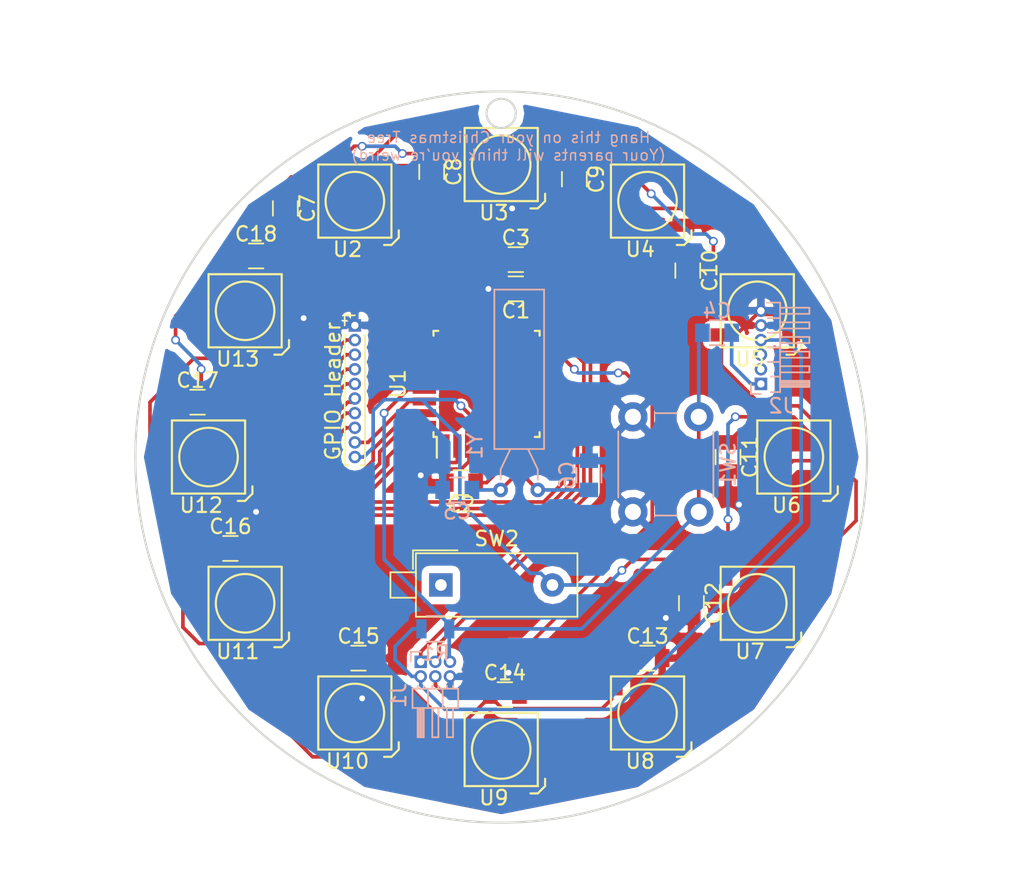
<source format=kicad_pcb>
(kicad_pcb (version 4) (host pcbnew 4.0.7)

  (general
    (links 103)
    (no_connects 6)
    (area 109.924999 54.924999 160.075001 105.075001)
    (thickness 1.6)
    (drawings 3)
    (tracks 413)
    (zones 0)
    (modules 38)
    (nets 46)
  )

  (page A4)
  (layers
    (0 F.Cu signal)
    (31 B.Cu signal)
    (32 B.Adhes user)
    (33 F.Adhes user)
    (34 B.Paste user)
    (35 F.Paste user)
    (36 B.SilkS user)
    (37 F.SilkS user)
    (38 B.Mask user)
    (39 F.Mask user)
    (40 Dwgs.User user)
    (41 Cmts.User user)
    (42 Eco1.User user)
    (43 Eco2.User user)
    (44 Edge.Cuts user)
    (45 Margin user)
    (46 B.CrtYd user)
    (47 F.CrtYd user)
    (48 B.Fab user)
    (49 F.Fab user hide)
  )

  (setup
    (last_trace_width 0.25)
    (trace_clearance 0.2)
    (zone_clearance 0.2)
    (zone_45_only no)
    (trace_min 0.2)
    (segment_width 0.2)
    (edge_width 0.15)
    (via_size 0.6)
    (via_drill 0.4)
    (via_min_size 0.4)
    (via_min_drill 0.3)
    (uvia_size 0.3)
    (uvia_drill 0.1)
    (uvias_allowed no)
    (uvia_min_size 0.2)
    (uvia_min_drill 0.1)
    (pcb_text_width 0.3)
    (pcb_text_size 1.5 1.5)
    (mod_edge_width 0.15)
    (mod_text_size 1 1)
    (mod_text_width 0.15)
    (pad_size 1.524 1.524)
    (pad_drill 0.762)
    (pad_to_mask_clearance 0.2)
    (aux_axis_origin 0 0)
    (visible_elements FFFFFF7F)
    (pcbplotparams
      (layerselection 0x00030_80000001)
      (usegerberextensions false)
      (excludeedgelayer true)
      (linewidth 0.100000)
      (plotframeref false)
      (viasonmask false)
      (mode 1)
      (useauxorigin false)
      (hpglpennumber 1)
      (hpglpenspeed 20)
      (hpglpendiameter 15)
      (hpglpenoverlay 2)
      (psnegative false)
      (psa4output false)
      (plotreference true)
      (plotvalue true)
      (plotinvisibletext false)
      (padsonsilk false)
      (subtractmaskfromsilk false)
      (outputformat 1)
      (mirror false)
      (drillshape 1)
      (scaleselection 1)
      (outputdirectory ""))
  )

  (net 0 "")
  (net 1 VCC)
  (net 2 GND)
  (net 3 "Net-(C3-Pad1)")
  (net 4 /XTAL1)
  (net 5 /XTAL2)
  (net 6 /DTR)
  (net 7 /RST_CIRCUIT)
  (net 8 /GPIO_7)
  (net 9 /GPIO_6)
  (net 10 /GPIO_5)
  (net 11 /GPIO_4)
  (net 12 /GPIO_3)
  (net 13 /GPIO_2)
  (net 14 /GPIO_1)
  (net 15 /GPIO_0)
  (net 16 /TX)
  (net 17 /RX)
  (net 18 +5V)
  (net 19 /MISO)
  (net 20 /SCK)
  (net 21 /MOSI)
  (net 22 +3V3)
  (net 23 "Net-(U1-Pad12)")
  (net 24 "Net-(U1-Pad13)")
  (net 25 "Net-(U1-Pad14)")
  (net 26 "Net-(U1-Pad19)")
  (net 27 "Net-(U1-Pad22)")
  (net 28 /LEDSignal)
  (net 29 "Net-(U1-Pad24)")
  (net 30 "Net-(U1-Pad25)")
  (net 31 "Net-(U1-Pad26)")
  (net 32 "Net-(U1-Pad27)")
  (net 33 "Net-(U1-Pad28)")
  (net 34 "Net-(U2-Pad2)")
  (net 35 "Net-(U3-Pad2)")
  (net 36 "/LED Ring/ROW_2")
  (net 37 "Net-(U4-Pad2)")
  (net 38 "Net-(U5-Pad2)")
  (net 39 "Net-(U6-Pad2)")
  (net 40 "Net-(U10-Pad4)")
  (net 41 "Net-(U10-Pad2)")
  (net 42 "Net-(U11-Pad2)")
  (net 43 "Net-(U13-Pad2)")
  (net 44 "Net-(U8-Pad2)")
  (net 45 "Net-(U12-Pad2)")

  (net_class Default "This is the default net class."
    (clearance 0.2)
    (trace_width 0.25)
    (via_dia 0.6)
    (via_drill 0.4)
    (uvia_dia 0.3)
    (uvia_drill 0.1)
    (add_net +3V3)
    (add_net +5V)
    (add_net /DTR)
    (add_net /GPIO_0)
    (add_net /GPIO_1)
    (add_net /GPIO_2)
    (add_net /GPIO_3)
    (add_net /GPIO_4)
    (add_net /GPIO_5)
    (add_net /GPIO_6)
    (add_net /GPIO_7)
    (add_net "/LED Ring/ROW_2")
    (add_net /LEDSignal)
    (add_net /MISO)
    (add_net /MOSI)
    (add_net /RST_CIRCUIT)
    (add_net /RX)
    (add_net /SCK)
    (add_net /TX)
    (add_net /XTAL1)
    (add_net /XTAL2)
    (add_net GND)
    (add_net "Net-(C3-Pad1)")
    (add_net "Net-(U1-Pad12)")
    (add_net "Net-(U1-Pad13)")
    (add_net "Net-(U1-Pad14)")
    (add_net "Net-(U1-Pad19)")
    (add_net "Net-(U1-Pad22)")
    (add_net "Net-(U1-Pad24)")
    (add_net "Net-(U1-Pad25)")
    (add_net "Net-(U1-Pad26)")
    (add_net "Net-(U1-Pad27)")
    (add_net "Net-(U1-Pad28)")
    (add_net "Net-(U10-Pad2)")
    (add_net "Net-(U10-Pad4)")
    (add_net "Net-(U11-Pad2)")
    (add_net "Net-(U12-Pad2)")
    (add_net "Net-(U13-Pad2)")
    (add_net "Net-(U2-Pad2)")
    (add_net "Net-(U3-Pad2)")
    (add_net "Net-(U4-Pad2)")
    (add_net "Net-(U5-Pad2)")
    (add_net "Net-(U6-Pad2)")
    (add_net "Net-(U8-Pad2)")
    (add_net VCC)
  )

  (module symwaf:ws2812b (layer F.Cu) (tedit 5AA4261A) (tstamp 5AA47767)
    (at 117.5 70)
    (path /5AA3D3AE/5AA4007F)
    (fp_text reference U13 (at -0.5 3.3) (layer F.SilkS)
      (effects (font (size 1 1) (thickness 0.15)))
    )
    (fp_text value ws2812b (at 0 -3.2) (layer F.Fab)
      (effects (font (size 1 1) (thickness 0.15)))
    )
    (fp_line (start 3 2.5) (end 3 2) (layer F.SilkS) (width 0.15))
    (fp_line (start 2.5 3) (end 3 2.5) (layer F.SilkS) (width 0.15))
    (fp_line (start 2 3) (end 2.5 3) (layer F.SilkS) (width 0.15))
    (fp_circle (center 0 0) (end 2 0) (layer F.SilkS) (width 0.15))
    (fp_line (start 2.5 -2.5) (end -2.5 -2.5) (layer F.SilkS) (width 0.15))
    (fp_line (start 2.5 2.5) (end 2.5 -2.5) (layer F.SilkS) (width 0.15))
    (fp_line (start -2.5 2.5) (end 2.5 2.5) (layer F.SilkS) (width 0.15))
    (fp_line (start -2.5 -2.5) (end -2.5 2.5) (layer F.SilkS) (width 0.15))
    (pad 1 smd rect (at -2.45 -1.65) (size 1.5 0.9) (layers F.Cu F.Paste F.Mask)
      (net 1 VCC))
    (pad 2 smd rect (at -2.45 1.65) (size 1.5 0.9) (layers F.Cu F.Paste F.Mask)
      (net 43 "Net-(U13-Pad2)"))
    (pad 3 smd rect (at 2.45 1.65) (size 1.5 0.9) (layers F.Cu F.Paste F.Mask)
      (net 2 GND))
    (pad 4 smd rect (at 2.45 -1.65) (size 1.5 0.9) (layers F.Cu F.Paste F.Mask)
      (net 45 "Net-(U12-Pad2)"))
    (model LEDs.3dshapes/LED_WS2812B-PLCC4.wrl
      (at (xyz 0 0 0))
      (scale (xyz 0.4 0.4 0.4))
      (rotate (xyz 0 0 0))
    )
  )

  (module Crystals:Crystal_AT310_d3.0mm_l10.0mm_Horizontal (layer B.Cu) (tedit 58CD2F80) (tstamp 5AA4776D)
    (at 134.96 82.25)
    (descr "Crystal THT AT310 10.0mm-10.5mm length 3.0mm diameter")
    (tags ['AT310'])
    (path /5AA45383)
    (fp_text reference Y1 (at -1.75 -3 270) (layer B.SilkS)
      (effects (font (size 1 1) (thickness 0.15)) (justify mirror))
    )
    (fp_text value Crystal (at 4.29 -3 270) (layer B.Fab)
      (effects (font (size 1 1) (thickness 0.15)) (justify mirror))
    )
    (fp_text user %R (at 1.25 -8.75 270) (layer B.Fab)
      (effects (font (size 0.8 0.8) (thickness 0.12)) (justify mirror))
    )
    (fp_line (start -0.23 -3) (end -0.23 -13.5) (layer B.Fab) (width 0.1))
    (fp_line (start -0.23 -13.5) (end 2.77 -13.5) (layer B.Fab) (width 0.1))
    (fp_line (start 2.77 -13.5) (end 2.77 -3) (layer B.Fab) (width 0.1))
    (fp_line (start 2.77 -3) (end -0.23 -3) (layer B.Fab) (width 0.1))
    (fp_line (start 0.67 -3) (end 0 -1.5) (layer B.Fab) (width 0.1))
    (fp_line (start 0 -1.5) (end 0 0) (layer B.Fab) (width 0.1))
    (fp_line (start 1.87 -3) (end 2.54 -1.5) (layer B.Fab) (width 0.1))
    (fp_line (start 2.54 -1.5) (end 2.54 0) (layer B.Fab) (width 0.1))
    (fp_line (start -0.43 -2.8) (end -0.43 -13.7) (layer B.SilkS) (width 0.12))
    (fp_line (start -0.43 -13.7) (end 2.97 -13.7) (layer B.SilkS) (width 0.12))
    (fp_line (start 2.97 -13.7) (end 2.97 -2.8) (layer B.SilkS) (width 0.12))
    (fp_line (start 2.97 -2.8) (end -0.43 -2.8) (layer B.SilkS) (width 0.12))
    (fp_line (start 0.67 -2.8) (end 0 -1.4) (layer B.SilkS) (width 0.12))
    (fp_line (start 0 -1.4) (end 0 -0.7) (layer B.SilkS) (width 0.12))
    (fp_line (start 1.87 -2.8) (end 2.54 -1.4) (layer B.SilkS) (width 0.12))
    (fp_line (start 2.54 -1.4) (end 2.54 -0.7) (layer B.SilkS) (width 0.12))
    (fp_line (start -1 0.8) (end -1 -14.3) (layer B.CrtYd) (width 0.05))
    (fp_line (start -1 -14.3) (end 3.6 -14.3) (layer B.CrtYd) (width 0.05))
    (fp_line (start 3.6 -14.3) (end 3.6 0.8) (layer B.CrtYd) (width 0.05))
    (fp_line (start 3.6 0.8) (end -1 0.8) (layer B.CrtYd) (width 0.05))
    (pad 1 thru_hole circle (at 0 0) (size 1 1) (drill 0.5) (layers *.Cu *.Mask)
      (net 4 /XTAL1))
    (pad 2 thru_hole circle (at 2.54 0) (size 1 1) (drill 0.5) (layers *.Cu *.Mask)
      (net 5 /XTAL2))
    (model ${KISYS3DMOD}/Crystals.3dshapes/Crystal_AT310_d3.0mm_l10.0mm_Horizontal.wrl
      (at (xyz 0.05 0 0))
      (scale (xyz 1 1 1))
      (rotate (xyz 0 0 0))
    )
  )

  (module symwaf:ws2812b (layer F.Cu) (tedit 5AA4261A) (tstamp 5AA4775A)
    (at 115 80)
    (path /5AA3D3AE/5AA40079)
    (fp_text reference U12 (at -0.5 3.3) (layer F.SilkS)
      (effects (font (size 1 1) (thickness 0.15)))
    )
    (fp_text value ws2812b (at 0 -3.2) (layer F.Fab)
      (effects (font (size 1 1) (thickness 0.15)))
    )
    (fp_line (start 3 2.5) (end 3 2) (layer F.SilkS) (width 0.15))
    (fp_line (start 2.5 3) (end 3 2.5) (layer F.SilkS) (width 0.15))
    (fp_line (start 2 3) (end 2.5 3) (layer F.SilkS) (width 0.15))
    (fp_circle (center 0 0) (end 2 0) (layer F.SilkS) (width 0.15))
    (fp_line (start 2.5 -2.5) (end -2.5 -2.5) (layer F.SilkS) (width 0.15))
    (fp_line (start 2.5 2.5) (end 2.5 -2.5) (layer F.SilkS) (width 0.15))
    (fp_line (start -2.5 2.5) (end 2.5 2.5) (layer F.SilkS) (width 0.15))
    (fp_line (start -2.5 -2.5) (end -2.5 2.5) (layer F.SilkS) (width 0.15))
    (pad 1 smd rect (at -2.45 -1.65) (size 1.5 0.9) (layers F.Cu F.Paste F.Mask)
      (net 1 VCC))
    (pad 2 smd rect (at -2.45 1.65) (size 1.5 0.9) (layers F.Cu F.Paste F.Mask)
      (net 45 "Net-(U12-Pad2)"))
    (pad 3 smd rect (at 2.45 1.65) (size 1.5 0.9) (layers F.Cu F.Paste F.Mask)
      (net 2 GND))
    (pad 4 smd rect (at 2.45 -1.65) (size 1.5 0.9) (layers F.Cu F.Paste F.Mask)
      (net 42 "Net-(U11-Pad2)"))
    (model LEDs.3dshapes/LED_WS2812B-PLCC4.wrl
      (at (xyz 0 0 0))
      (scale (xyz 0.4 0.4 0.4))
      (rotate (xyz 0 0 0))
    )
  )

  (module symwaf:ws2812b (layer F.Cu) (tedit 5AA4261A) (tstamp 5AA4774D)
    (at 117.5 90)
    (path /5AA3D3AE/5AA40073)
    (fp_text reference U11 (at -0.5 3.3) (layer F.SilkS)
      (effects (font (size 1 1) (thickness 0.15)))
    )
    (fp_text value ws2812b (at 0 -3.2) (layer F.Fab)
      (effects (font (size 1 1) (thickness 0.15)))
    )
    (fp_line (start 3 2.5) (end 3 2) (layer F.SilkS) (width 0.15))
    (fp_line (start 2.5 3) (end 3 2.5) (layer F.SilkS) (width 0.15))
    (fp_line (start 2 3) (end 2.5 3) (layer F.SilkS) (width 0.15))
    (fp_circle (center 0 0) (end 2 0) (layer F.SilkS) (width 0.15))
    (fp_line (start 2.5 -2.5) (end -2.5 -2.5) (layer F.SilkS) (width 0.15))
    (fp_line (start 2.5 2.5) (end 2.5 -2.5) (layer F.SilkS) (width 0.15))
    (fp_line (start -2.5 2.5) (end 2.5 2.5) (layer F.SilkS) (width 0.15))
    (fp_line (start -2.5 -2.5) (end -2.5 2.5) (layer F.SilkS) (width 0.15))
    (pad 1 smd rect (at -2.45 -1.65) (size 1.5 0.9) (layers F.Cu F.Paste F.Mask)
      (net 1 VCC))
    (pad 2 smd rect (at -2.45 1.65) (size 1.5 0.9) (layers F.Cu F.Paste F.Mask)
      (net 42 "Net-(U11-Pad2)"))
    (pad 3 smd rect (at 2.45 1.65) (size 1.5 0.9) (layers F.Cu F.Paste F.Mask)
      (net 2 GND))
    (pad 4 smd rect (at 2.45 -1.65) (size 1.5 0.9) (layers F.Cu F.Paste F.Mask)
      (net 41 "Net-(U10-Pad2)"))
    (model LEDs.3dshapes/LED_WS2812B-PLCC4.wrl
      (at (xyz 0 0 0))
      (scale (xyz 0.4 0.4 0.4))
      (rotate (xyz 0 0 0))
    )
  )

  (module symwaf:ws2812b (layer F.Cu) (tedit 5AA4261A) (tstamp 5AA47740)
    (at 125 97.5)
    (path /5AA3D3AE/5AA4006D)
    (fp_text reference U10 (at -0.5 3.3) (layer F.SilkS)
      (effects (font (size 1 1) (thickness 0.15)))
    )
    (fp_text value ws2812b (at 0 -3.2) (layer F.Fab)
      (effects (font (size 1 1) (thickness 0.15)))
    )
    (fp_line (start 3 2.5) (end 3 2) (layer F.SilkS) (width 0.15))
    (fp_line (start 2.5 3) (end 3 2.5) (layer F.SilkS) (width 0.15))
    (fp_line (start 2 3) (end 2.5 3) (layer F.SilkS) (width 0.15))
    (fp_circle (center 0 0) (end 2 0) (layer F.SilkS) (width 0.15))
    (fp_line (start 2.5 -2.5) (end -2.5 -2.5) (layer F.SilkS) (width 0.15))
    (fp_line (start 2.5 2.5) (end 2.5 -2.5) (layer F.SilkS) (width 0.15))
    (fp_line (start -2.5 2.5) (end 2.5 2.5) (layer F.SilkS) (width 0.15))
    (fp_line (start -2.5 -2.5) (end -2.5 2.5) (layer F.SilkS) (width 0.15))
    (pad 1 smd rect (at -2.45 -1.65) (size 1.5 0.9) (layers F.Cu F.Paste F.Mask)
      (net 1 VCC))
    (pad 2 smd rect (at -2.45 1.65) (size 1.5 0.9) (layers F.Cu F.Paste F.Mask)
      (net 41 "Net-(U10-Pad2)"))
    (pad 3 smd rect (at 2.45 1.65) (size 1.5 0.9) (layers F.Cu F.Paste F.Mask)
      (net 2 GND))
    (pad 4 smd rect (at 2.45 -1.65) (size 1.5 0.9) (layers F.Cu F.Paste F.Mask)
      (net 40 "Net-(U10-Pad4)"))
    (model LEDs.3dshapes/LED_WS2812B-PLCC4.wrl
      (at (xyz 0 0 0))
      (scale (xyz 0.4 0.4 0.4))
      (rotate (xyz 0 0 0))
    )
  )

  (module symwaf:ws2812b (layer F.Cu) (tedit 5AA4261A) (tstamp 5AA47733)
    (at 135 100)
    (path /5AA3D3AE/5AA3FDA7)
    (fp_text reference U9 (at -0.5 3.3) (layer F.SilkS)
      (effects (font (size 1 1) (thickness 0.15)))
    )
    (fp_text value ws2812b (at 0 -3.2) (layer F.Fab)
      (effects (font (size 1 1) (thickness 0.15)))
    )
    (fp_line (start 3 2.5) (end 3 2) (layer F.SilkS) (width 0.15))
    (fp_line (start 2.5 3) (end 3 2.5) (layer F.SilkS) (width 0.15))
    (fp_line (start 2 3) (end 2.5 3) (layer F.SilkS) (width 0.15))
    (fp_circle (center 0 0) (end 2 0) (layer F.SilkS) (width 0.15))
    (fp_line (start 2.5 -2.5) (end -2.5 -2.5) (layer F.SilkS) (width 0.15))
    (fp_line (start 2.5 2.5) (end 2.5 -2.5) (layer F.SilkS) (width 0.15))
    (fp_line (start -2.5 2.5) (end 2.5 2.5) (layer F.SilkS) (width 0.15))
    (fp_line (start -2.5 -2.5) (end -2.5 2.5) (layer F.SilkS) (width 0.15))
    (pad 1 smd rect (at -2.45 -1.65) (size 1.5 0.9) (layers F.Cu F.Paste F.Mask)
      (net 1 VCC))
    (pad 2 smd rect (at -2.45 1.65) (size 1.5 0.9) (layers F.Cu F.Paste F.Mask)
      (net 40 "Net-(U10-Pad4)"))
    (pad 3 smd rect (at 2.45 1.65) (size 1.5 0.9) (layers F.Cu F.Paste F.Mask)
      (net 2 GND))
    (pad 4 smd rect (at 2.45 -1.65) (size 1.5 0.9) (layers F.Cu F.Paste F.Mask)
      (net 44 "Net-(U8-Pad2)"))
    (model LEDs.3dshapes/LED_WS2812B-PLCC4.wrl
      (at (xyz 0 0 0))
      (scale (xyz 0.4 0.4 0.4))
      (rotate (xyz 0 0 0))
    )
  )

  (module symwaf:ws2812b (layer F.Cu) (tedit 5AA4261A) (tstamp 5AA47726)
    (at 145 97.5)
    (path /5AA3D3AE/5AA3FDA1)
    (fp_text reference U8 (at -0.5 3.3) (layer F.SilkS)
      (effects (font (size 1 1) (thickness 0.15)))
    )
    (fp_text value ws2812b (at 0 -3.2) (layer F.Fab)
      (effects (font (size 1 1) (thickness 0.15)))
    )
    (fp_line (start 3 2.5) (end 3 2) (layer F.SilkS) (width 0.15))
    (fp_line (start 2.5 3) (end 3 2.5) (layer F.SilkS) (width 0.15))
    (fp_line (start 2 3) (end 2.5 3) (layer F.SilkS) (width 0.15))
    (fp_circle (center 0 0) (end 2 0) (layer F.SilkS) (width 0.15))
    (fp_line (start 2.5 -2.5) (end -2.5 -2.5) (layer F.SilkS) (width 0.15))
    (fp_line (start 2.5 2.5) (end 2.5 -2.5) (layer F.SilkS) (width 0.15))
    (fp_line (start -2.5 2.5) (end 2.5 2.5) (layer F.SilkS) (width 0.15))
    (fp_line (start -2.5 -2.5) (end -2.5 2.5) (layer F.SilkS) (width 0.15))
    (pad 1 smd rect (at -2.45 -1.65) (size 1.5 0.9) (layers F.Cu F.Paste F.Mask)
      (net 1 VCC))
    (pad 2 smd rect (at -2.45 1.65) (size 1.5 0.9) (layers F.Cu F.Paste F.Mask)
      (net 44 "Net-(U8-Pad2)"))
    (pad 3 smd rect (at 2.45 1.65) (size 1.5 0.9) (layers F.Cu F.Paste F.Mask)
      (net 2 GND))
    (pad 4 smd rect (at 2.45 -1.65) (size 1.5 0.9) (layers F.Cu F.Paste F.Mask)
      (net 36 "/LED Ring/ROW_2"))
    (model LEDs.3dshapes/LED_WS2812B-PLCC4.wrl
      (at (xyz 0 0 0))
      (scale (xyz 0.4 0.4 0.4))
      (rotate (xyz 0 0 0))
    )
  )

  (module symwaf:ws2812b (layer F.Cu) (tedit 5AA4261A) (tstamp 5AA47719)
    (at 152.5 90)
    (path /5AA3D3AE/5AA3FDB3)
    (fp_text reference U7 (at -0.5 3.3) (layer F.SilkS)
      (effects (font (size 1 1) (thickness 0.15)))
    )
    (fp_text value ws2812b (at 0 -3.2) (layer F.Fab)
      (effects (font (size 1 1) (thickness 0.15)))
    )
    (fp_line (start 3 2.5) (end 3 2) (layer F.SilkS) (width 0.15))
    (fp_line (start 2.5 3) (end 3 2.5) (layer F.SilkS) (width 0.15))
    (fp_line (start 2 3) (end 2.5 3) (layer F.SilkS) (width 0.15))
    (fp_circle (center 0 0) (end 2 0) (layer F.SilkS) (width 0.15))
    (fp_line (start 2.5 -2.5) (end -2.5 -2.5) (layer F.SilkS) (width 0.15))
    (fp_line (start 2.5 2.5) (end 2.5 -2.5) (layer F.SilkS) (width 0.15))
    (fp_line (start -2.5 2.5) (end 2.5 2.5) (layer F.SilkS) (width 0.15))
    (fp_line (start -2.5 -2.5) (end -2.5 2.5) (layer F.SilkS) (width 0.15))
    (pad 1 smd rect (at -2.45 -1.65) (size 1.5 0.9) (layers F.Cu F.Paste F.Mask)
      (net 1 VCC))
    (pad 2 smd rect (at -2.45 1.65) (size 1.5 0.9) (layers F.Cu F.Paste F.Mask)
      (net 36 "/LED Ring/ROW_2"))
    (pad 3 smd rect (at 2.45 1.65) (size 1.5 0.9) (layers F.Cu F.Paste F.Mask)
      (net 2 GND))
    (pad 4 smd rect (at 2.45 -1.65) (size 1.5 0.9) (layers F.Cu F.Paste F.Mask)
      (net 39 "Net-(U6-Pad2)"))
    (model LEDs.3dshapes/LED_WS2812B-PLCC4.wrl
      (at (xyz 0 0 0))
      (scale (xyz 0.4 0.4 0.4))
      (rotate (xyz 0 0 0))
    )
  )

  (module symwaf:ws2812b (layer F.Cu) (tedit 5AA4261A) (tstamp 5AA4770C)
    (at 155 80)
    (path /5AA3D3AE/5AA3FDAD)
    (fp_text reference U6 (at -0.5 3.3) (layer F.SilkS)
      (effects (font (size 1 1) (thickness 0.15)))
    )
    (fp_text value ws2812b (at 0 -3.2) (layer F.Fab)
      (effects (font (size 1 1) (thickness 0.15)))
    )
    (fp_line (start 3 2.5) (end 3 2) (layer F.SilkS) (width 0.15))
    (fp_line (start 2.5 3) (end 3 2.5) (layer F.SilkS) (width 0.15))
    (fp_line (start 2 3) (end 2.5 3) (layer F.SilkS) (width 0.15))
    (fp_circle (center 0 0) (end 2 0) (layer F.SilkS) (width 0.15))
    (fp_line (start 2.5 -2.5) (end -2.5 -2.5) (layer F.SilkS) (width 0.15))
    (fp_line (start 2.5 2.5) (end 2.5 -2.5) (layer F.SilkS) (width 0.15))
    (fp_line (start -2.5 2.5) (end 2.5 2.5) (layer F.SilkS) (width 0.15))
    (fp_line (start -2.5 -2.5) (end -2.5 2.5) (layer F.SilkS) (width 0.15))
    (pad 1 smd rect (at -2.45 -1.65) (size 1.5 0.9) (layers F.Cu F.Paste F.Mask)
      (net 1 VCC))
    (pad 2 smd rect (at -2.45 1.65) (size 1.5 0.9) (layers F.Cu F.Paste F.Mask)
      (net 39 "Net-(U6-Pad2)"))
    (pad 3 smd rect (at 2.45 1.65) (size 1.5 0.9) (layers F.Cu F.Paste F.Mask)
      (net 2 GND))
    (pad 4 smd rect (at 2.45 -1.65) (size 1.5 0.9) (layers F.Cu F.Paste F.Mask)
      (net 38 "Net-(U5-Pad2)"))
    (model LEDs.3dshapes/LED_WS2812B-PLCC4.wrl
      (at (xyz 0 0 0))
      (scale (xyz 0.4 0.4 0.4))
      (rotate (xyz 0 0 0))
    )
  )

  (module symwaf:ws2812b (layer F.Cu) (tedit 5AA4261A) (tstamp 5AA476FF)
    (at 152.5 70)
    (path /5AA3D3AE/5AA3D415)
    (fp_text reference U5 (at -0.5 3.3) (layer F.SilkS)
      (effects (font (size 1 1) (thickness 0.15)))
    )
    (fp_text value ws2812b (at 0 -3.2) (layer F.Fab)
      (effects (font (size 1 1) (thickness 0.15)))
    )
    (fp_line (start 3 2.5) (end 3 2) (layer F.SilkS) (width 0.15))
    (fp_line (start 2.5 3) (end 3 2.5) (layer F.SilkS) (width 0.15))
    (fp_line (start 2 3) (end 2.5 3) (layer F.SilkS) (width 0.15))
    (fp_circle (center 0 0) (end 2 0) (layer F.SilkS) (width 0.15))
    (fp_line (start 2.5 -2.5) (end -2.5 -2.5) (layer F.SilkS) (width 0.15))
    (fp_line (start 2.5 2.5) (end 2.5 -2.5) (layer F.SilkS) (width 0.15))
    (fp_line (start -2.5 2.5) (end 2.5 2.5) (layer F.SilkS) (width 0.15))
    (fp_line (start -2.5 -2.5) (end -2.5 2.5) (layer F.SilkS) (width 0.15))
    (pad 1 smd rect (at -2.45 -1.65) (size 1.5 0.9) (layers F.Cu F.Paste F.Mask)
      (net 1 VCC))
    (pad 2 smd rect (at -2.45 1.65) (size 1.5 0.9) (layers F.Cu F.Paste F.Mask)
      (net 38 "Net-(U5-Pad2)"))
    (pad 3 smd rect (at 2.45 1.65) (size 1.5 0.9) (layers F.Cu F.Paste F.Mask)
      (net 2 GND))
    (pad 4 smd rect (at 2.45 -1.65) (size 1.5 0.9) (layers F.Cu F.Paste F.Mask)
      (net 37 "Net-(U4-Pad2)"))
    (model LEDs.3dshapes/LED_WS2812B-PLCC4.wrl
      (at (xyz 0 0 0))
      (scale (xyz 0.4 0.4 0.4))
      (rotate (xyz 0 0 0))
    )
  )

  (module symwaf:ws2812b (layer F.Cu) (tedit 5AA4261A) (tstamp 5AA476F2)
    (at 145 62.5)
    (path /5AA3D3AE/5AA3D3BB)
    (fp_text reference U4 (at -0.5 3.3) (layer F.SilkS)
      (effects (font (size 1 1) (thickness 0.15)))
    )
    (fp_text value ws2812b (at 0 -3.2) (layer F.Fab)
      (effects (font (size 1 1) (thickness 0.15)))
    )
    (fp_line (start 3 2.5) (end 3 2) (layer F.SilkS) (width 0.15))
    (fp_line (start 2.5 3) (end 3 2.5) (layer F.SilkS) (width 0.15))
    (fp_line (start 2 3) (end 2.5 3) (layer F.SilkS) (width 0.15))
    (fp_circle (center 0 0) (end 2 0) (layer F.SilkS) (width 0.15))
    (fp_line (start 2.5 -2.5) (end -2.5 -2.5) (layer F.SilkS) (width 0.15))
    (fp_line (start 2.5 2.5) (end 2.5 -2.5) (layer F.SilkS) (width 0.15))
    (fp_line (start -2.5 2.5) (end 2.5 2.5) (layer F.SilkS) (width 0.15))
    (fp_line (start -2.5 -2.5) (end -2.5 2.5) (layer F.SilkS) (width 0.15))
    (pad 1 smd rect (at -2.45 -1.65) (size 1.5 0.9) (layers F.Cu F.Paste F.Mask)
      (net 1 VCC))
    (pad 2 smd rect (at -2.45 1.65) (size 1.5 0.9) (layers F.Cu F.Paste F.Mask)
      (net 37 "Net-(U4-Pad2)"))
    (pad 3 smd rect (at 2.45 1.65) (size 1.5 0.9) (layers F.Cu F.Paste F.Mask)
      (net 2 GND))
    (pad 4 smd rect (at 2.45 -1.65) (size 1.5 0.9) (layers F.Cu F.Paste F.Mask)
      (net 35 "Net-(U3-Pad2)"))
    (model LEDs.3dshapes/LED_WS2812B-PLCC4.wrl
      (at (xyz 0 0 0))
      (scale (xyz 0.4 0.4 0.4))
      (rotate (xyz 0 0 0))
    )
  )

  (module symwaf:ws2812b (layer F.Cu) (tedit 5AA4261A) (tstamp 5AA476E5)
    (at 135 60)
    (path /5AA3D3AE/5AA3D58D)
    (fp_text reference U3 (at -0.5 3.3) (layer F.SilkS)
      (effects (font (size 1 1) (thickness 0.15)))
    )
    (fp_text value ws2812b (at 0 -3.2) (layer F.Fab)
      (effects (font (size 1 1) (thickness 0.15)))
    )
    (fp_line (start 3 2.5) (end 3 2) (layer F.SilkS) (width 0.15))
    (fp_line (start 2.5 3) (end 3 2.5) (layer F.SilkS) (width 0.15))
    (fp_line (start 2 3) (end 2.5 3) (layer F.SilkS) (width 0.15))
    (fp_circle (center 0 0) (end 2 0) (layer F.SilkS) (width 0.15))
    (fp_line (start 2.5 -2.5) (end -2.5 -2.5) (layer F.SilkS) (width 0.15))
    (fp_line (start 2.5 2.5) (end 2.5 -2.5) (layer F.SilkS) (width 0.15))
    (fp_line (start -2.5 2.5) (end 2.5 2.5) (layer F.SilkS) (width 0.15))
    (fp_line (start -2.5 -2.5) (end -2.5 2.5) (layer F.SilkS) (width 0.15))
    (pad 1 smd rect (at -2.45 -1.65) (size 1.5 0.9) (layers F.Cu F.Paste F.Mask)
      (net 1 VCC))
    (pad 2 smd rect (at -2.45 1.65) (size 1.5 0.9) (layers F.Cu F.Paste F.Mask)
      (net 35 "Net-(U3-Pad2)"))
    (pad 3 smd rect (at 2.45 1.65) (size 1.5 0.9) (layers F.Cu F.Paste F.Mask)
      (net 2 GND))
    (pad 4 smd rect (at 2.45 -1.65) (size 1.5 0.9) (layers F.Cu F.Paste F.Mask)
      (net 34 "Net-(U2-Pad2)"))
    (model LEDs.3dshapes/LED_WS2812B-PLCC4.wrl
      (at (xyz 0 0 0))
      (scale (xyz 0.4 0.4 0.4))
      (rotate (xyz 0 0 0))
    )
  )

  (module symwaf:ws2812b (layer F.Cu) (tedit 5AA4261A) (tstamp 5AA476D8)
    (at 125 62.5)
    (path /5AA3D3AE/5AA3D587)
    (fp_text reference U2 (at -0.5 3.3) (layer F.SilkS)
      (effects (font (size 1 1) (thickness 0.15)))
    )
    (fp_text value ws2812b (at 0 -3.2) (layer F.Fab)
      (effects (font (size 1 1) (thickness 0.15)))
    )
    (fp_line (start 3 2.5) (end 3 2) (layer F.SilkS) (width 0.15))
    (fp_line (start 2.5 3) (end 3 2.5) (layer F.SilkS) (width 0.15))
    (fp_line (start 2 3) (end 2.5 3) (layer F.SilkS) (width 0.15))
    (fp_circle (center 0 0) (end 2 0) (layer F.SilkS) (width 0.15))
    (fp_line (start 2.5 -2.5) (end -2.5 -2.5) (layer F.SilkS) (width 0.15))
    (fp_line (start 2.5 2.5) (end 2.5 -2.5) (layer F.SilkS) (width 0.15))
    (fp_line (start -2.5 2.5) (end 2.5 2.5) (layer F.SilkS) (width 0.15))
    (fp_line (start -2.5 -2.5) (end -2.5 2.5) (layer F.SilkS) (width 0.15))
    (pad 1 smd rect (at -2.45 -1.65) (size 1.5 0.9) (layers F.Cu F.Paste F.Mask)
      (net 1 VCC))
    (pad 2 smd rect (at -2.45 1.65) (size 1.5 0.9) (layers F.Cu F.Paste F.Mask)
      (net 34 "Net-(U2-Pad2)"))
    (pad 3 smd rect (at 2.45 1.65) (size 1.5 0.9) (layers F.Cu F.Paste F.Mask)
      (net 2 GND))
    (pad 4 smd rect (at 2.45 -1.65) (size 1.5 0.9) (layers F.Cu F.Paste F.Mask)
      (net 28 /LEDSignal))
    (model LEDs.3dshapes/LED_WS2812B-PLCC4.wrl
      (at (xyz 0 0 0))
      (scale (xyz 0.4 0.4 0.4))
      (rotate (xyz 0 0 0))
    )
  )

  (module Housings_QFP:TQFP-32_7x7mm_Pitch0.8mm (layer F.Cu) (tedit 58CC9A48) (tstamp 5AA476CB)
    (at 134 75 90)
    (descr "32-Lead Plastic Thin Quad Flatpack (PT) - 7x7x1.0 mm Body, 2.00 mm [TQFP] (see Microchip Packaging Specification 00000049BS.pdf)")
    (tags "QFP 0.8")
    (path /5AA44AB3)
    (attr smd)
    (fp_text reference U1 (at 0 -6.05 90) (layer F.SilkS)
      (effects (font (size 1 1) (thickness 0.15)))
    )
    (fp_text value ATMEGA328-AU (at 0 6.05 90) (layer F.Fab)
      (effects (font (size 1 1) (thickness 0.15)))
    )
    (fp_text user %R (at 0 0 90) (layer F.Fab)
      (effects (font (size 1 1) (thickness 0.15)))
    )
    (fp_line (start -2.5 -3.5) (end 3.5 -3.5) (layer F.Fab) (width 0.15))
    (fp_line (start 3.5 -3.5) (end 3.5 3.5) (layer F.Fab) (width 0.15))
    (fp_line (start 3.5 3.5) (end -3.5 3.5) (layer F.Fab) (width 0.15))
    (fp_line (start -3.5 3.5) (end -3.5 -2.5) (layer F.Fab) (width 0.15))
    (fp_line (start -3.5 -2.5) (end -2.5 -3.5) (layer F.Fab) (width 0.15))
    (fp_line (start -5.3 -5.3) (end -5.3 5.3) (layer F.CrtYd) (width 0.05))
    (fp_line (start 5.3 -5.3) (end 5.3 5.3) (layer F.CrtYd) (width 0.05))
    (fp_line (start -5.3 -5.3) (end 5.3 -5.3) (layer F.CrtYd) (width 0.05))
    (fp_line (start -5.3 5.3) (end 5.3 5.3) (layer F.CrtYd) (width 0.05))
    (fp_line (start -3.625 -3.625) (end -3.625 -3.4) (layer F.SilkS) (width 0.15))
    (fp_line (start 3.625 -3.625) (end 3.625 -3.3) (layer F.SilkS) (width 0.15))
    (fp_line (start 3.625 3.625) (end 3.625 3.3) (layer F.SilkS) (width 0.15))
    (fp_line (start -3.625 3.625) (end -3.625 3.3) (layer F.SilkS) (width 0.15))
    (fp_line (start -3.625 -3.625) (end -3.3 -3.625) (layer F.SilkS) (width 0.15))
    (fp_line (start -3.625 3.625) (end -3.3 3.625) (layer F.SilkS) (width 0.15))
    (fp_line (start 3.625 3.625) (end 3.3 3.625) (layer F.SilkS) (width 0.15))
    (fp_line (start 3.625 -3.625) (end 3.3 -3.625) (layer F.SilkS) (width 0.15))
    (fp_line (start -3.625 -3.4) (end -5.05 -3.4) (layer F.SilkS) (width 0.15))
    (pad 1 smd rect (at -4.25 -2.8 90) (size 1.6 0.55) (layers F.Cu F.Paste F.Mask)
      (net 12 /GPIO_3))
    (pad 2 smd rect (at -4.25 -2 90) (size 1.6 0.55) (layers F.Cu F.Paste F.Mask)
      (net 11 /GPIO_4))
    (pad 3 smd rect (at -4.25 -1.2 90) (size 1.6 0.55) (layers F.Cu F.Paste F.Mask)
      (net 2 GND))
    (pad 4 smd rect (at -4.25 -0.4 90) (size 1.6 0.55) (layers F.Cu F.Paste F.Mask)
      (net 1 VCC))
    (pad 5 smd rect (at -4.25 0.4 90) (size 1.6 0.55) (layers F.Cu F.Paste F.Mask)
      (net 2 GND))
    (pad 6 smd rect (at -4.25 1.2 90) (size 1.6 0.55) (layers F.Cu F.Paste F.Mask)
      (net 1 VCC))
    (pad 7 smd rect (at -4.25 2 90) (size 1.6 0.55) (layers F.Cu F.Paste F.Mask)
      (net 4 /XTAL1))
    (pad 8 smd rect (at -4.25 2.8 90) (size 1.6 0.55) (layers F.Cu F.Paste F.Mask)
      (net 5 /XTAL2))
    (pad 9 smd rect (at -2.8 4.25 180) (size 1.6 0.55) (layers F.Cu F.Paste F.Mask)
      (net 10 /GPIO_5))
    (pad 10 smd rect (at -2 4.25 180) (size 1.6 0.55) (layers F.Cu F.Paste F.Mask)
      (net 9 /GPIO_6))
    (pad 11 smd rect (at -1.2 4.25 180) (size 1.6 0.55) (layers F.Cu F.Paste F.Mask)
      (net 8 /GPIO_7))
    (pad 12 smd rect (at -0.4 4.25 180) (size 1.6 0.55) (layers F.Cu F.Paste F.Mask)
      (net 23 "Net-(U1-Pad12)"))
    (pad 13 smd rect (at 0.4 4.25 180) (size 1.6 0.55) (layers F.Cu F.Paste F.Mask)
      (net 24 "Net-(U1-Pad13)"))
    (pad 14 smd rect (at 1.2 4.25 180) (size 1.6 0.55) (layers F.Cu F.Paste F.Mask)
      (net 25 "Net-(U1-Pad14)"))
    (pad 15 smd rect (at 2 4.25 180) (size 1.6 0.55) (layers F.Cu F.Paste F.Mask)
      (net 21 /MOSI))
    (pad 16 smd rect (at 2.8 4.25 180) (size 1.6 0.55) (layers F.Cu F.Paste F.Mask)
      (net 19 /MISO))
    (pad 17 smd rect (at 4.25 2.8 90) (size 1.6 0.55) (layers F.Cu F.Paste F.Mask)
      (net 20 /SCK))
    (pad 18 smd rect (at 4.25 2 90) (size 1.6 0.55) (layers F.Cu F.Paste F.Mask)
      (net 1 VCC))
    (pad 19 smd rect (at 4.25 1.2 90) (size 1.6 0.55) (layers F.Cu F.Paste F.Mask)
      (net 26 "Net-(U1-Pad19)"))
    (pad 20 smd rect (at 4.25 0.4 90) (size 1.6 0.55) (layers F.Cu F.Paste F.Mask)
      (net 3 "Net-(C3-Pad1)"))
    (pad 21 smd rect (at 4.25 -0.4 90) (size 1.6 0.55) (layers F.Cu F.Paste F.Mask)
      (net 2 GND))
    (pad 22 smd rect (at 4.25 -1.2 90) (size 1.6 0.55) (layers F.Cu F.Paste F.Mask)
      (net 27 "Net-(U1-Pad22)"))
    (pad 23 smd rect (at 4.25 -2 90) (size 1.6 0.55) (layers F.Cu F.Paste F.Mask)
      (net 28 /LEDSignal))
    (pad 24 smd rect (at 4.25 -2.8 90) (size 1.6 0.55) (layers F.Cu F.Paste F.Mask)
      (net 29 "Net-(U1-Pad24)"))
    (pad 25 smd rect (at 2.8 -4.25 180) (size 1.6 0.55) (layers F.Cu F.Paste F.Mask)
      (net 30 "Net-(U1-Pad25)"))
    (pad 26 smd rect (at 2 -4.25 180) (size 1.6 0.55) (layers F.Cu F.Paste F.Mask)
      (net 31 "Net-(U1-Pad26)"))
    (pad 27 smd rect (at 1.2 -4.25 180) (size 1.6 0.55) (layers F.Cu F.Paste F.Mask)
      (net 32 "Net-(U1-Pad27)"))
    (pad 28 smd rect (at 0.4 -4.25 180) (size 1.6 0.55) (layers F.Cu F.Paste F.Mask)
      (net 33 "Net-(U1-Pad28)"))
    (pad 29 smd rect (at -0.4 -4.25 180) (size 1.6 0.55) (layers F.Cu F.Paste F.Mask)
      (net 7 /RST_CIRCUIT))
    (pad 30 smd rect (at -1.2 -4.25 180) (size 1.6 0.55) (layers F.Cu F.Paste F.Mask)
      (net 15 /GPIO_0))
    (pad 31 smd rect (at -2 -4.25 180) (size 1.6 0.55) (layers F.Cu F.Paste F.Mask)
      (net 14 /GPIO_1))
    (pad 32 smd rect (at -2.8 -4.25 180) (size 1.6 0.55) (layers F.Cu F.Paste F.Mask)
      (net 13 /GPIO_2))
    (model ${KISYS3DMOD}/Housings_QFP.3dshapes/TQFP-32_7x7mm_Pitch0.8mm.wrl
      (at (xyz 0 0 0))
      (scale (xyz 1 1 1))
      (rotate (xyz 0 0 0))
    )
  )

  (module Buttons_Switches_THT:SW_DIP_x1_W7.62mm_Piano (layer F.Cu) (tedit 5923F251) (tstamp 5AA476A7)
    (at 130.88 88.75)
    (descr "1x-dip-switch, Piano, row spacing 7.62 mm (300 mils)")
    (tags "DIP Switch Piano 7.62mm 300mil")
    (path /5AA4F08E)
    (fp_text reference SW2 (at 3.81 -3.17) (layer F.SilkS)
      (effects (font (size 1 1) (thickness 0.15)))
    )
    (fp_text value SW_DIP_x01 (at 3.81 3.17) (layer F.Fab)
      (effects (font (size 1 1) (thickness 0.15)))
    )
    (fp_line (start -1.91 -2.37) (end -1.91 -1.1) (layer F.SilkS) (width 0.12))
    (fp_line (start -1.91 -2.37) (end 1.14 -2.37) (layer F.SilkS) (width 0.12))
    (fp_text user %R (at 2.91 0) (layer F.Fab)
      (effects (font (size 1 1) (thickness 0.15)))
    )
    (fp_line (start -0.59 -2.05) (end 9.21 -2.05) (layer F.Fab) (width 0.1))
    (fp_line (start 9.21 -2.05) (end 9.21 2.05) (layer F.Fab) (width 0.1))
    (fp_line (start 9.21 2.05) (end -1.59 2.05) (layer F.Fab) (width 0.1))
    (fp_line (start -1.59 2.05) (end -1.59 -1.05) (layer F.Fab) (width 0.1))
    (fp_line (start -1.59 -1.05) (end -0.59 -2.05) (layer F.Fab) (width 0.1))
    (fp_line (start -1.59 -0.75) (end -1.59 0.75) (layer F.Fab) (width 0.1))
    (fp_line (start -1.59 0.75) (end -3.39 0.75) (layer F.Fab) (width 0.1))
    (fp_line (start -3.39 0.75) (end -3.39 -0.75) (layer F.Fab) (width 0.1))
    (fp_line (start -3.39 -0.75) (end -1.59 -0.75) (layer F.Fab) (width 0.1))
    (fp_line (start -1.71 -2.17) (end 9.33 -2.17) (layer F.SilkS) (width 0.12))
    (fp_line (start 9.33 -2.17) (end 9.33 2.17) (layer F.SilkS) (width 0.12))
    (fp_line (start 9.33 2.17) (end -1.71 2.17) (layer F.SilkS) (width 0.12))
    (fp_line (start -1.71 2.17) (end -1.71 -2.17) (layer F.SilkS) (width 0.12))
    (fp_line (start -3.45 -0.87) (end -3.45 0.87) (layer F.SilkS) (width 0.12))
    (fp_line (start -3.45 0.87) (end -1.71 0.87) (layer F.SilkS) (width 0.12))
    (fp_line (start -1.71 0.87) (end -1.71 -0.87) (layer F.SilkS) (width 0.12))
    (fp_line (start -1.71 -0.87) (end -3.45 -0.87) (layer F.SilkS) (width 0.12))
    (fp_line (start -3.7 -2.3) (end -3.7 2.3) (layer F.CrtYd) (width 0.05))
    (fp_line (start -3.7 2.3) (end 9.5 2.3) (layer F.CrtYd) (width 0.05))
    (fp_line (start 9.5 2.3) (end 9.5 -2.3) (layer F.CrtYd) (width 0.05))
    (fp_line (start 9.5 -2.3) (end -3.7 -2.3) (layer F.CrtYd) (width 0.05))
    (pad 1 thru_hole rect (at 0 0) (size 1.6 1.6) (drill 0.8) (layers *.Cu *.Mask)
      (net 22 +3V3))
    (pad 2 thru_hole oval (at 7.62 0) (size 1.6 1.6) (drill 0.8) (layers *.Cu *.Mask)
      (net 1 VCC))
    (model ${KISYS3DMOD}/Buttons_Switches_THT.3dshapes/SW_DIP_x1_W7.62mm_Piano.wrl
      (at (xyz 0 0 0))
      (scale (xyz 1 1 1))
      (rotate (xyz 0 0 90))
    )
  )

  (module Buttons_Switches_THT:SW_PUSH_6mm_h5mm (layer B.Cu) (tedit 5923F252) (tstamp 5AA476A1)
    (at 148.5 83.75 90)
    (descr "tactile push button, 6x6mm e.g. PHAP33xx series, height=5mm")
    (tags "tact sw push 6mm")
    (path /5AA4AA00)
    (fp_text reference SW1 (at 3.25 2 90) (layer B.SilkS)
      (effects (font (size 1 1) (thickness 0.15)) (justify mirror))
    )
    (fp_text value SW_Push (at 3.75 -6.7 90) (layer B.Fab)
      (effects (font (size 1 1) (thickness 0.15)) (justify mirror))
    )
    (fp_text user %R (at 3.25 -2.25 90) (layer B.Fab)
      (effects (font (size 1 1) (thickness 0.15)) (justify mirror))
    )
    (fp_line (start 3.25 0.75) (end 6.25 0.75) (layer B.Fab) (width 0.1))
    (fp_line (start 6.25 0.75) (end 6.25 -5.25) (layer B.Fab) (width 0.1))
    (fp_line (start 6.25 -5.25) (end 0.25 -5.25) (layer B.Fab) (width 0.1))
    (fp_line (start 0.25 -5.25) (end 0.25 0.75) (layer B.Fab) (width 0.1))
    (fp_line (start 0.25 0.75) (end 3.25 0.75) (layer B.Fab) (width 0.1))
    (fp_line (start 7.75 -6) (end 8 -6) (layer B.CrtYd) (width 0.05))
    (fp_line (start 8 -6) (end 8 -5.75) (layer B.CrtYd) (width 0.05))
    (fp_line (start 7.75 1.5) (end 8 1.5) (layer B.CrtYd) (width 0.05))
    (fp_line (start 8 1.5) (end 8 1.25) (layer B.CrtYd) (width 0.05))
    (fp_line (start -1.5 1.25) (end -1.5 1.5) (layer B.CrtYd) (width 0.05))
    (fp_line (start -1.5 1.5) (end -1.25 1.5) (layer B.CrtYd) (width 0.05))
    (fp_line (start -1.5 -5.75) (end -1.5 -6) (layer B.CrtYd) (width 0.05))
    (fp_line (start -1.5 -6) (end -1.25 -6) (layer B.CrtYd) (width 0.05))
    (fp_line (start -1.25 1.5) (end 7.75 1.5) (layer B.CrtYd) (width 0.05))
    (fp_line (start -1.5 -5.75) (end -1.5 1.25) (layer B.CrtYd) (width 0.05))
    (fp_line (start 7.75 -6) (end -1.25 -6) (layer B.CrtYd) (width 0.05))
    (fp_line (start 8 1.25) (end 8 -5.75) (layer B.CrtYd) (width 0.05))
    (fp_line (start 1 -5.5) (end 5.5 -5.5) (layer B.SilkS) (width 0.12))
    (fp_line (start -0.25 -1.5) (end -0.25 -3) (layer B.SilkS) (width 0.12))
    (fp_line (start 5.5 1) (end 1 1) (layer B.SilkS) (width 0.12))
    (fp_line (start 6.75 -3) (end 6.75 -1.5) (layer B.SilkS) (width 0.12))
    (fp_circle (center 3.25 -2.25) (end 1.25 -2.5) (layer B.Fab) (width 0.1))
    (pad 2 thru_hole circle (at 0 -4.5) (size 2 2) (drill 1.1) (layers *.Cu *.Mask)
      (net 2 GND))
    (pad 1 thru_hole circle (at 0 0) (size 2 2) (drill 1.1) (layers *.Cu *.Mask)
      (net 7 /RST_CIRCUIT))
    (pad 2 thru_hole circle (at 6.5 -4.5) (size 2 2) (drill 1.1) (layers *.Cu *.Mask)
      (net 2 GND))
    (pad 1 thru_hole circle (at 6.5 0) (size 2 2) (drill 1.1) (layers *.Cu *.Mask)
      (net 7 /RST_CIRCUIT))
    (model ${KISYS3DMOD}/Buttons_Switches_THT.3dshapes/SW_PUSH_6mm_h5mm.wrl
      (at (xyz 0.005 0 0))
      (scale (xyz 0.3937 0.3937 0.3937))
      (rotate (xyz 0 0 0))
    )
  )

  (module Resistors_SMD:R_0805 (layer B.Cu) (tedit 58E0A804) (tstamp 5AA47699)
    (at 130.5 91.75)
    (descr "Resistor SMD 0805, reflow soldering, Vishay (see dcrcw.pdf)")
    (tags "resistor 0805")
    (path /5AA4A887)
    (attr smd)
    (fp_text reference R1 (at 0 1.65) (layer B.SilkS)
      (effects (font (size 1 1) (thickness 0.15)) (justify mirror))
    )
    (fp_text value 10K (at 0 -1.75) (layer B.Fab)
      (effects (font (size 1 1) (thickness 0.15)) (justify mirror))
    )
    (fp_text user %R (at 0 0) (layer B.Fab)
      (effects (font (size 0.5 0.5) (thickness 0.075)) (justify mirror))
    )
    (fp_line (start -1 -0.62) (end -1 0.62) (layer B.Fab) (width 0.1))
    (fp_line (start 1 -0.62) (end -1 -0.62) (layer B.Fab) (width 0.1))
    (fp_line (start 1 0.62) (end 1 -0.62) (layer B.Fab) (width 0.1))
    (fp_line (start -1 0.62) (end 1 0.62) (layer B.Fab) (width 0.1))
    (fp_line (start 0.6 -0.88) (end -0.6 -0.88) (layer B.SilkS) (width 0.12))
    (fp_line (start -0.6 0.88) (end 0.6 0.88) (layer B.SilkS) (width 0.12))
    (fp_line (start -1.55 0.9) (end 1.55 0.9) (layer B.CrtYd) (width 0.05))
    (fp_line (start -1.55 0.9) (end -1.55 -0.9) (layer B.CrtYd) (width 0.05))
    (fp_line (start 1.55 -0.9) (end 1.55 0.9) (layer B.CrtYd) (width 0.05))
    (fp_line (start 1.55 -0.9) (end -1.55 -0.9) (layer B.CrtYd) (width 0.05))
    (pad 1 smd rect (at -0.95 0) (size 0.7 1.3) (layers B.Cu B.Paste B.Mask)
      (net 18 +5V))
    (pad 2 smd rect (at 0.95 0) (size 0.7 1.3) (layers B.Cu B.Paste B.Mask)
      (net 7 /RST_CIRCUIT))
    (model ${KISYS3DMOD}/Resistors_SMD.3dshapes/R_0805.wrl
      (at (xyz 0 0 0))
      (scale (xyz 1 1 1))
      (rotate (xyz 0 0 0))
    )
  )

  (module Pin_Headers:Pin_Header_Straight_1x10_Pitch1.00mm (layer F.Cu) (tedit 59B55814) (tstamp 5AA47693)
    (at 125 71)
    (descr "Through hole straight pin header, 1x10, 1.00mm pitch, single row")
    (tags "Through hole pin header THT 1x10 1.00mm single row")
    (path /5AA4FF19)
    (fp_text reference "GPIO Header" (at -1.5 4.5 90) (layer F.SilkS)
      (effects (font (size 1 1) (thickness 0.15)))
    )
    (fp_text value "GPIO Header" (at 0 10.56) (layer F.Fab)
      (effects (font (size 1 1) (thickness 0.15)))
    )
    (fp_line (start -0.3175 -0.5) (end 0.635 -0.5) (layer F.Fab) (width 0.1))
    (fp_line (start 0.635 -0.5) (end 0.635 9.5) (layer F.Fab) (width 0.1))
    (fp_line (start 0.635 9.5) (end -0.635 9.5) (layer F.Fab) (width 0.1))
    (fp_line (start -0.635 9.5) (end -0.635 -0.1825) (layer F.Fab) (width 0.1))
    (fp_line (start -0.635 -0.1825) (end -0.3175 -0.5) (layer F.Fab) (width 0.1))
    (fp_line (start -0.695 9.56) (end -0.394493 9.56) (layer F.SilkS) (width 0.12))
    (fp_line (start 0.394493 9.56) (end 0.695 9.56) (layer F.SilkS) (width 0.12))
    (fp_line (start -0.695 0.685) (end -0.695 9.56) (layer F.SilkS) (width 0.12))
    (fp_line (start 0.695 0.685) (end 0.695 9.56) (layer F.SilkS) (width 0.12))
    (fp_line (start -0.695 0.685) (end -0.608276 0.685) (layer F.SilkS) (width 0.12))
    (fp_line (start 0.608276 0.685) (end 0.695 0.685) (layer F.SilkS) (width 0.12))
    (fp_line (start -0.695 0) (end -0.695 -0.685) (layer F.SilkS) (width 0.12))
    (fp_line (start -0.695 -0.685) (end 0 -0.685) (layer F.SilkS) (width 0.12))
    (fp_line (start -1.15 -1) (end -1.15 10) (layer F.CrtYd) (width 0.05))
    (fp_line (start -1.15 10) (end 1.15 10) (layer F.CrtYd) (width 0.05))
    (fp_line (start 1.15 10) (end 1.15 -1) (layer F.CrtYd) (width 0.05))
    (fp_line (start 1.15 -1) (end -1.15 -1) (layer F.CrtYd) (width 0.05))
    (fp_text user %R (at 0 4.5 90) (layer F.Fab)
      (effects (font (size 0.76 0.76) (thickness 0.114)))
    )
    (pad 1 thru_hole rect (at 0 0) (size 0.85 0.85) (drill 0.5) (layers *.Cu *.Mask)
      (net 2 GND))
    (pad 2 thru_hole oval (at 0 1) (size 0.85 0.85) (drill 0.5) (layers *.Cu *.Mask)
      (net 8 /GPIO_7))
    (pad 3 thru_hole oval (at 0 2) (size 0.85 0.85) (drill 0.5) (layers *.Cu *.Mask)
      (net 9 /GPIO_6))
    (pad 4 thru_hole oval (at 0 3) (size 0.85 0.85) (drill 0.5) (layers *.Cu *.Mask)
      (net 10 /GPIO_5))
    (pad 5 thru_hole oval (at 0 4) (size 0.85 0.85) (drill 0.5) (layers *.Cu *.Mask)
      (net 11 /GPIO_4))
    (pad 6 thru_hole oval (at 0 5) (size 0.85 0.85) (drill 0.5) (layers *.Cu *.Mask)
      (net 12 /GPIO_3))
    (pad 7 thru_hole oval (at 0 6) (size 0.85 0.85) (drill 0.5) (layers *.Cu *.Mask)
      (net 13 /GPIO_2))
    (pad 8 thru_hole oval (at 0 7) (size 0.85 0.85) (drill 0.5) (layers *.Cu *.Mask)
      (net 14 /GPIO_1))
    (pad 9 thru_hole oval (at 0 8) (size 0.85 0.85) (drill 0.5) (layers *.Cu *.Mask)
      (net 15 /GPIO_0))
    (pad 10 thru_hole oval (at 0 9) (size 0.85 0.85) (drill 0.5) (layers *.Cu *.Mask)
      (net 1 VCC))
    (model ${KISYS3DMOD}/Pin_Headers.3dshapes/Pin_Header_Straight_1x10_Pitch1.00mm.wrl
      (at (xyz 0 0 0))
      (scale (xyz 1 1 1))
      (rotate (xyz 0 0 0))
    )
  )

  (module Pin_Headers:Pin_Header_Angled_1x06_Pitch1.00mm (layer B.Cu) (tedit 59B55814) (tstamp 5AA47685)
    (at 152.75 75)
    (descr "Through hole angled pin header, 1x06, 1.00mm pitch, 2.0mm pin length, single row")
    (tags "Through hole angled pin header THT 1x06 1.00mm single row")
    (path /5AA46B65)
    (fp_text reference J2 (at 1.375 1.5) (layer B.SilkS)
      (effects (font (size 1 1) (thickness 0.15)) (justify mirror))
    )
    (fp_text value "FTDI Programmer" (at -3.25 -7) (layer B.Fab)
      (effects (font (size 1 1) (thickness 0.15)) (justify mirror))
    )
    (fp_line (start 0.5 0.5) (end 1.25 0.5) (layer B.Fab) (width 0.1))
    (fp_line (start 1.25 0.5) (end 1.25 -5.5) (layer B.Fab) (width 0.1))
    (fp_line (start 1.25 -5.5) (end 0.25 -5.5) (layer B.Fab) (width 0.1))
    (fp_line (start 0.25 -5.5) (end 0.25 0.25) (layer B.Fab) (width 0.1))
    (fp_line (start 0.25 0.25) (end 0.5 0.5) (layer B.Fab) (width 0.1))
    (fp_line (start -0.15 0.15) (end 0.25 0.15) (layer B.Fab) (width 0.1))
    (fp_line (start -0.15 0.15) (end -0.15 -0.15) (layer B.Fab) (width 0.1))
    (fp_line (start -0.15 -0.15) (end 0.25 -0.15) (layer B.Fab) (width 0.1))
    (fp_line (start 1.25 0.15) (end 3.25 0.15) (layer B.Fab) (width 0.1))
    (fp_line (start 3.25 0.15) (end 3.25 -0.15) (layer B.Fab) (width 0.1))
    (fp_line (start 1.25 -0.15) (end 3.25 -0.15) (layer B.Fab) (width 0.1))
    (fp_line (start -0.15 -0.85) (end 0.25 -0.85) (layer B.Fab) (width 0.1))
    (fp_line (start -0.15 -0.85) (end -0.15 -1.15) (layer B.Fab) (width 0.1))
    (fp_line (start -0.15 -1.15) (end 0.25 -1.15) (layer B.Fab) (width 0.1))
    (fp_line (start 1.25 -0.85) (end 3.25 -0.85) (layer B.Fab) (width 0.1))
    (fp_line (start 3.25 -0.85) (end 3.25 -1.15) (layer B.Fab) (width 0.1))
    (fp_line (start 1.25 -1.15) (end 3.25 -1.15) (layer B.Fab) (width 0.1))
    (fp_line (start -0.15 -1.85) (end 0.25 -1.85) (layer B.Fab) (width 0.1))
    (fp_line (start -0.15 -1.85) (end -0.15 -2.15) (layer B.Fab) (width 0.1))
    (fp_line (start -0.15 -2.15) (end 0.25 -2.15) (layer B.Fab) (width 0.1))
    (fp_line (start 1.25 -1.85) (end 3.25 -1.85) (layer B.Fab) (width 0.1))
    (fp_line (start 3.25 -1.85) (end 3.25 -2.15) (layer B.Fab) (width 0.1))
    (fp_line (start 1.25 -2.15) (end 3.25 -2.15) (layer B.Fab) (width 0.1))
    (fp_line (start -0.15 -2.85) (end 0.25 -2.85) (layer B.Fab) (width 0.1))
    (fp_line (start -0.15 -2.85) (end -0.15 -3.15) (layer B.Fab) (width 0.1))
    (fp_line (start -0.15 -3.15) (end 0.25 -3.15) (layer B.Fab) (width 0.1))
    (fp_line (start 1.25 -2.85) (end 3.25 -2.85) (layer B.Fab) (width 0.1))
    (fp_line (start 3.25 -2.85) (end 3.25 -3.15) (layer B.Fab) (width 0.1))
    (fp_line (start 1.25 -3.15) (end 3.25 -3.15) (layer B.Fab) (width 0.1))
    (fp_line (start -0.15 -3.85) (end 0.25 -3.85) (layer B.Fab) (width 0.1))
    (fp_line (start -0.15 -3.85) (end -0.15 -4.15) (layer B.Fab) (width 0.1))
    (fp_line (start -0.15 -4.15) (end 0.25 -4.15) (layer B.Fab) (width 0.1))
    (fp_line (start 1.25 -3.85) (end 3.25 -3.85) (layer B.Fab) (width 0.1))
    (fp_line (start 3.25 -3.85) (end 3.25 -4.15) (layer B.Fab) (width 0.1))
    (fp_line (start 1.25 -4.15) (end 3.25 -4.15) (layer B.Fab) (width 0.1))
    (fp_line (start -0.15 -4.85) (end 0.25 -4.85) (layer B.Fab) (width 0.1))
    (fp_line (start -0.15 -4.85) (end -0.15 -5.15) (layer B.Fab) (width 0.1))
    (fp_line (start -0.15 -5.15) (end 0.25 -5.15) (layer B.Fab) (width 0.1))
    (fp_line (start 1.25 -4.85) (end 3.25 -4.85) (layer B.Fab) (width 0.1))
    (fp_line (start 3.25 -4.85) (end 3.25 -5.15) (layer B.Fab) (width 0.1))
    (fp_line (start 1.25 -5.15) (end 3.25 -5.15) (layer B.Fab) (width 0.1))
    (fp_line (start 0.685 0.56) (end 1.31 0.56) (layer B.SilkS) (width 0.12))
    (fp_line (start 1.31 0.56) (end 1.31 -5.56) (layer B.SilkS) (width 0.12))
    (fp_line (start 1.31 -5.56) (end 0.394493 -5.56) (layer B.SilkS) (width 0.12))
    (fp_line (start 1.31 0.21) (end 3.31 0.21) (layer B.SilkS) (width 0.12))
    (fp_line (start 3.31 0.21) (end 3.31 -0.21) (layer B.SilkS) (width 0.12))
    (fp_line (start 3.31 -0.21) (end 1.31 -0.21) (layer B.SilkS) (width 0.12))
    (fp_line (start 1.31 0.15) (end 3.31 0.15) (layer B.SilkS) (width 0.12))
    (fp_line (start 1.31 0.03) (end 3.31 0.03) (layer B.SilkS) (width 0.12))
    (fp_line (start 1.31 -0.09) (end 3.31 -0.09) (layer B.SilkS) (width 0.12))
    (fp_line (start 0.685 -0.5) (end 1.31 -0.5) (layer B.SilkS) (width 0.12))
    (fp_line (start 1.31 -0.79) (end 3.31 -0.79) (layer B.SilkS) (width 0.12))
    (fp_line (start 3.31 -0.79) (end 3.31 -1.21) (layer B.SilkS) (width 0.12))
    (fp_line (start 3.31 -1.21) (end 1.31 -1.21) (layer B.SilkS) (width 0.12))
    (fp_line (start 0.468215 -1.5) (end 1.31 -1.5) (layer B.SilkS) (width 0.12))
    (fp_line (start 1.31 -1.79) (end 3.31 -1.79) (layer B.SilkS) (width 0.12))
    (fp_line (start 3.31 -1.79) (end 3.31 -2.21) (layer B.SilkS) (width 0.12))
    (fp_line (start 3.31 -2.21) (end 1.31 -2.21) (layer B.SilkS) (width 0.12))
    (fp_line (start 0.468215 -2.5) (end 1.31 -2.5) (layer B.SilkS) (width 0.12))
    (fp_line (start 1.31 -2.79) (end 3.31 -2.79) (layer B.SilkS) (width 0.12))
    (fp_line (start 3.31 -2.79) (end 3.31 -3.21) (layer B.SilkS) (width 0.12))
    (fp_line (start 3.31 -3.21) (end 1.31 -3.21) (layer B.SilkS) (width 0.12))
    (fp_line (start 0.468215 -3.5) (end 1.31 -3.5) (layer B.SilkS) (width 0.12))
    (fp_line (start 1.31 -3.79) (end 3.31 -3.79) (layer B.SilkS) (width 0.12))
    (fp_line (start 3.31 -3.79) (end 3.31 -4.21) (layer B.SilkS) (width 0.12))
    (fp_line (start 3.31 -4.21) (end 1.31 -4.21) (layer B.SilkS) (width 0.12))
    (fp_line (start 0.468215 -4.5) (end 1.31 -4.5) (layer B.SilkS) (width 0.12))
    (fp_line (start 1.31 -4.79) (end 3.31 -4.79) (layer B.SilkS) (width 0.12))
    (fp_line (start 3.31 -4.79) (end 3.31 -5.21) (layer B.SilkS) (width 0.12))
    (fp_line (start 3.31 -5.21) (end 1.31 -5.21) (layer B.SilkS) (width 0.12))
    (fp_line (start -0.685 0) (end -0.685 0.685) (layer B.SilkS) (width 0.12))
    (fp_line (start -0.685 0.685) (end 0 0.685) (layer B.SilkS) (width 0.12))
    (fp_line (start -1 1) (end -1 -6) (layer B.CrtYd) (width 0.05))
    (fp_line (start -1 -6) (end 3.75 -6) (layer B.CrtYd) (width 0.05))
    (fp_line (start 3.75 -6) (end 3.75 1) (layer B.CrtYd) (width 0.05))
    (fp_line (start 3.75 1) (end -1 1) (layer B.CrtYd) (width 0.05))
    (fp_text user %R (at 0.75 -2.5 270) (layer B.Fab)
      (effects (font (size 0.6 0.6) (thickness 0.09)) (justify mirror))
    )
    (pad 1 thru_hole rect (at 0 0) (size 0.85 0.85) (drill 0.5) (layers *.Cu *.Mask)
      (net 6 /DTR))
    (pad 2 thru_hole oval (at 0 -1) (size 0.85 0.85) (drill 0.5) (layers *.Cu *.Mask)
      (net 16 /TX))
    (pad 3 thru_hole oval (at 0 -2) (size 0.85 0.85) (drill 0.5) (layers *.Cu *.Mask)
      (net 17 /RX))
    (pad 4 thru_hole oval (at 0 -3) (size 0.85 0.85) (drill 0.5) (layers *.Cu *.Mask)
      (net 18 +5V))
    (pad 5 thru_hole oval (at 0 -4) (size 0.85 0.85) (drill 0.5) (layers *.Cu *.Mask)
      (net 2 GND))
    (pad 6 thru_hole oval (at 0 -5) (size 0.85 0.85) (drill 0.5) (layers *.Cu *.Mask)
      (net 2 GND))
    (model ${KISYS3DMOD}/Pin_Headers.3dshapes/Pin_Header_Angled_1x06_Pitch1.00mm.wrl
      (at (xyz 0 0 0))
      (scale (xyz 1 1 1))
      (rotate (xyz 0 0 0))
    )
  )

  (module Pin_Headers:Pin_Header_Angled_2x03_Pitch1.00mm (layer B.Cu) (tedit 59B55814) (tstamp 5AA4767B)
    (at 129.5 94 270)
    (descr "Through hole angled pin header, 2x03, 1.00mm pitch, 2.0mm pin length, double rows")
    (tags "Through hole angled pin header THT 2x03 1.00mm double row")
    (path /5AA460CA)
    (fp_text reference J1 (at 2.3 1.5 270) (layer B.SilkS)
      (effects (font (size 1 1) (thickness 0.15)) (justify mirror))
    )
    (fp_text value ICSP (at 2.3 -3.5 270) (layer B.Fab)
      (effects (font (size 1 1) (thickness 0.15)) (justify mirror))
    )
    (fp_line (start 2.2 0.5) (end 3.1 0.5) (layer B.Fab) (width 0.1))
    (fp_line (start 3.1 0.5) (end 3.1 -2.5) (layer B.Fab) (width 0.1))
    (fp_line (start 3.1 -2.5) (end 1.9 -2.5) (layer B.Fab) (width 0.1))
    (fp_line (start 1.9 -2.5) (end 1.9 0.2) (layer B.Fab) (width 0.1))
    (fp_line (start 1.9 0.2) (end 2.2 0.5) (layer B.Fab) (width 0.1))
    (fp_line (start -0.15 0.15) (end 1.9 0.15) (layer B.Fab) (width 0.1))
    (fp_line (start -0.15 0.15) (end -0.15 -0.15) (layer B.Fab) (width 0.1))
    (fp_line (start -0.15 -0.15) (end 1.9 -0.15) (layer B.Fab) (width 0.1))
    (fp_line (start 3.1 0.15) (end 5.1 0.15) (layer B.Fab) (width 0.1))
    (fp_line (start 5.1 0.15) (end 5.1 -0.15) (layer B.Fab) (width 0.1))
    (fp_line (start 3.1 -0.15) (end 5.1 -0.15) (layer B.Fab) (width 0.1))
    (fp_line (start -0.15 -0.85) (end 1.9 -0.85) (layer B.Fab) (width 0.1))
    (fp_line (start -0.15 -0.85) (end -0.15 -1.15) (layer B.Fab) (width 0.1))
    (fp_line (start -0.15 -1.15) (end 1.9 -1.15) (layer B.Fab) (width 0.1))
    (fp_line (start 3.1 -0.85) (end 5.1 -0.85) (layer B.Fab) (width 0.1))
    (fp_line (start 5.1 -0.85) (end 5.1 -1.15) (layer B.Fab) (width 0.1))
    (fp_line (start 3.1 -1.15) (end 5.1 -1.15) (layer B.Fab) (width 0.1))
    (fp_line (start -0.15 -1.85) (end 1.9 -1.85) (layer B.Fab) (width 0.1))
    (fp_line (start -0.15 -1.85) (end -0.15 -2.15) (layer B.Fab) (width 0.1))
    (fp_line (start -0.15 -2.15) (end 1.9 -2.15) (layer B.Fab) (width 0.1))
    (fp_line (start 3.1 -1.85) (end 5.1 -1.85) (layer B.Fab) (width 0.1))
    (fp_line (start 5.1 -1.85) (end 5.1 -2.15) (layer B.Fab) (width 0.1))
    (fp_line (start 3.1 -2.15) (end 5.1 -2.15) (layer B.Fab) (width 0.1))
    (fp_line (start 1.84 0.56) (end 1.84 -2.56) (layer B.SilkS) (width 0.12))
    (fp_line (start 1.84 -2.56) (end 3.16 -2.56) (layer B.SilkS) (width 0.12))
    (fp_line (start 3.16 -2.56) (end 3.16 0.56) (layer B.SilkS) (width 0.12))
    (fp_line (start 3.16 0.56) (end 1.84 0.56) (layer B.SilkS) (width 0.12))
    (fp_line (start 3.16 0.21) (end 5.16 0.21) (layer B.SilkS) (width 0.12))
    (fp_line (start 5.16 0.21) (end 5.16 -0.21) (layer B.SilkS) (width 0.12))
    (fp_line (start 5.16 -0.21) (end 3.16 -0.21) (layer B.SilkS) (width 0.12))
    (fp_line (start 3.16 0.15) (end 5.16 0.15) (layer B.SilkS) (width 0.12))
    (fp_line (start 3.16 0.03) (end 5.16 0.03) (layer B.SilkS) (width 0.12))
    (fp_line (start 3.16 -0.09) (end 5.16 -0.09) (layer B.SilkS) (width 0.12))
    (fp_line (start 1.652016 0.21) (end 1.84 0.21) (layer B.SilkS) (width 0.12))
    (fp_line (start 1.652016 -0.21) (end 1.84 -0.21) (layer B.SilkS) (width 0.12))
    (fp_line (start 1.84 -0.5) (end 3.16 -0.5) (layer B.SilkS) (width 0.12))
    (fp_line (start 3.16 -0.79) (end 5.16 -0.79) (layer B.SilkS) (width 0.12))
    (fp_line (start 5.16 -0.79) (end 5.16 -1.21) (layer B.SilkS) (width 0.12))
    (fp_line (start 5.16 -1.21) (end 3.16 -1.21) (layer B.SilkS) (width 0.12))
    (fp_line (start 1.652016 -0.79) (end 1.84 -0.79) (layer B.SilkS) (width 0.12))
    (fp_line (start 1.652016 -1.21) (end 1.84 -1.21) (layer B.SilkS) (width 0.12))
    (fp_line (start 1.84 -1.5) (end 3.16 -1.5) (layer B.SilkS) (width 0.12))
    (fp_line (start 3.16 -1.79) (end 5.16 -1.79) (layer B.SilkS) (width 0.12))
    (fp_line (start 5.16 -1.79) (end 5.16 -2.21) (layer B.SilkS) (width 0.12))
    (fp_line (start 5.16 -2.21) (end 3.16 -2.21) (layer B.SilkS) (width 0.12))
    (fp_line (start 1.652016 -1.79) (end 1.84 -1.79) (layer B.SilkS) (width 0.12))
    (fp_line (start 1.652016 -2.21) (end 1.84 -2.21) (layer B.SilkS) (width 0.12))
    (fp_line (start -0.685 0) (end -0.685 0.685) (layer B.SilkS) (width 0.12))
    (fp_line (start -0.685 0.685) (end 0 0.685) (layer B.SilkS) (width 0.12))
    (fp_line (start -1 1) (end -1 -3) (layer B.CrtYd) (width 0.05))
    (fp_line (start -1 -3) (end 5.6 -3) (layer B.CrtYd) (width 0.05))
    (fp_line (start 5.6 -3) (end 5.6 1) (layer B.CrtYd) (width 0.05))
    (fp_line (start 5.6 1) (end -1 1) (layer B.CrtYd) (width 0.05))
    (fp_text user %R (at 2.5 -1 540) (layer B.Fab)
      (effects (font (size 0.72 0.72) (thickness 0.108)) (justify mirror))
    )
    (pad 1 thru_hole rect (at 0 0 270) (size 0.85 0.85) (drill 0.5) (layers *.Cu *.Mask)
      (net 19 /MISO))
    (pad 2 thru_hole oval (at 1 0 270) (size 0.85 0.85) (drill 0.5) (layers *.Cu *.Mask)
      (net 18 +5V))
    (pad 3 thru_hole oval (at 0 -1 270) (size 0.85 0.85) (drill 0.5) (layers *.Cu *.Mask)
      (net 20 /SCK))
    (pad 4 thru_hole oval (at 1 -1 270) (size 0.85 0.85) (drill 0.5) (layers *.Cu *.Mask)
      (net 21 /MOSI))
    (pad 5 thru_hole oval (at 0 -2 270) (size 0.85 0.85) (drill 0.5) (layers *.Cu *.Mask)
      (net 7 /RST_CIRCUIT))
    (pad 6 thru_hole oval (at 1 -2 270) (size 0.85 0.85) (drill 0.5) (layers *.Cu *.Mask)
      (net 2 GND))
    (model ${KISYS3DMOD}/Pin_Headers.3dshapes/Pin_Header_Angled_2x03_Pitch1.00mm.wrl
      (at (xyz 0 0 0))
      (scale (xyz 1 1 1))
      (rotate (xyz 0 0 0))
    )
  )

  (module Capacitors_SMD:C_0805 (layer F.Cu) (tedit 58AA8463) (tstamp 5AA47671)
    (at 118.25 66.25)
    (descr "Capacitor SMD 0805, reflow soldering, AVX (see smccp.pdf)")
    (tags "capacitor 0805")
    (path /5AA3D3AE/5AA416C6)
    (attr smd)
    (fp_text reference C18 (at 0 -1.5) (layer F.SilkS)
      (effects (font (size 1 1) (thickness 0.15)))
    )
    (fp_text value C (at 0 1.75) (layer F.Fab)
      (effects (font (size 1 1) (thickness 0.15)))
    )
    (fp_text user %R (at 0 -1.5) (layer F.Fab)
      (effects (font (size 1 1) (thickness 0.15)))
    )
    (fp_line (start -1 0.62) (end -1 -0.62) (layer F.Fab) (width 0.1))
    (fp_line (start 1 0.62) (end -1 0.62) (layer F.Fab) (width 0.1))
    (fp_line (start 1 -0.62) (end 1 0.62) (layer F.Fab) (width 0.1))
    (fp_line (start -1 -0.62) (end 1 -0.62) (layer F.Fab) (width 0.1))
    (fp_line (start 0.5 -0.85) (end -0.5 -0.85) (layer F.SilkS) (width 0.12))
    (fp_line (start -0.5 0.85) (end 0.5 0.85) (layer F.SilkS) (width 0.12))
    (fp_line (start -1.75 -0.88) (end 1.75 -0.88) (layer F.CrtYd) (width 0.05))
    (fp_line (start -1.75 -0.88) (end -1.75 0.87) (layer F.CrtYd) (width 0.05))
    (fp_line (start 1.75 0.87) (end 1.75 -0.88) (layer F.CrtYd) (width 0.05))
    (fp_line (start 1.75 0.87) (end -1.75 0.87) (layer F.CrtYd) (width 0.05))
    (pad 1 smd rect (at -1 0) (size 1 1.25) (layers F.Cu F.Paste F.Mask)
      (net 1 VCC))
    (pad 2 smd rect (at 1 0) (size 1 1.25) (layers F.Cu F.Paste F.Mask)
      (net 2 GND))
    (model Capacitors_SMD.3dshapes/C_0805.wrl
      (at (xyz 0 0 0))
      (scale (xyz 1 1 1))
      (rotate (xyz 0 0 0))
    )
  )

  (module Capacitors_SMD:C_0805 (layer F.Cu) (tedit 58AA8463) (tstamp 5AA4766B)
    (at 114.25 76.25)
    (descr "Capacitor SMD 0805, reflow soldering, AVX (see smccp.pdf)")
    (tags "capacitor 0805")
    (path /5AA3D3AE/5AA416BF)
    (attr smd)
    (fp_text reference C17 (at 0 -1.5) (layer F.SilkS)
      (effects (font (size 1 1) (thickness 0.15)))
    )
    (fp_text value C (at 0 1.75) (layer F.Fab)
      (effects (font (size 1 1) (thickness 0.15)))
    )
    (fp_text user %R (at 0 -1.5) (layer F.Fab)
      (effects (font (size 1 1) (thickness 0.15)))
    )
    (fp_line (start -1 0.62) (end -1 -0.62) (layer F.Fab) (width 0.1))
    (fp_line (start 1 0.62) (end -1 0.62) (layer F.Fab) (width 0.1))
    (fp_line (start 1 -0.62) (end 1 0.62) (layer F.Fab) (width 0.1))
    (fp_line (start -1 -0.62) (end 1 -0.62) (layer F.Fab) (width 0.1))
    (fp_line (start 0.5 -0.85) (end -0.5 -0.85) (layer F.SilkS) (width 0.12))
    (fp_line (start -0.5 0.85) (end 0.5 0.85) (layer F.SilkS) (width 0.12))
    (fp_line (start -1.75 -0.88) (end 1.75 -0.88) (layer F.CrtYd) (width 0.05))
    (fp_line (start -1.75 -0.88) (end -1.75 0.87) (layer F.CrtYd) (width 0.05))
    (fp_line (start 1.75 0.87) (end 1.75 -0.88) (layer F.CrtYd) (width 0.05))
    (fp_line (start 1.75 0.87) (end -1.75 0.87) (layer F.CrtYd) (width 0.05))
    (pad 1 smd rect (at -1 0) (size 1 1.25) (layers F.Cu F.Paste F.Mask)
      (net 1 VCC))
    (pad 2 smd rect (at 1 0) (size 1 1.25) (layers F.Cu F.Paste F.Mask)
      (net 2 GND))
    (model Capacitors_SMD.3dshapes/C_0805.wrl
      (at (xyz 0 0 0))
      (scale (xyz 1 1 1))
      (rotate (xyz 0 0 0))
    )
  )

  (module Capacitors_SMD:C_0805 (layer F.Cu) (tedit 58AA8463) (tstamp 5AA47665)
    (at 116.5 86.25)
    (descr "Capacitor SMD 0805, reflow soldering, AVX (see smccp.pdf)")
    (tags "capacitor 0805")
    (path /5AA3D3AE/5AA414D0)
    (attr smd)
    (fp_text reference C16 (at 0 -1.5) (layer F.SilkS)
      (effects (font (size 1 1) (thickness 0.15)))
    )
    (fp_text value C (at 0 1.75) (layer F.Fab)
      (effects (font (size 1 1) (thickness 0.15)))
    )
    (fp_text user %R (at 0 -1.5) (layer F.Fab)
      (effects (font (size 1 1) (thickness 0.15)))
    )
    (fp_line (start -1 0.62) (end -1 -0.62) (layer F.Fab) (width 0.1))
    (fp_line (start 1 0.62) (end -1 0.62) (layer F.Fab) (width 0.1))
    (fp_line (start 1 -0.62) (end 1 0.62) (layer F.Fab) (width 0.1))
    (fp_line (start -1 -0.62) (end 1 -0.62) (layer F.Fab) (width 0.1))
    (fp_line (start 0.5 -0.85) (end -0.5 -0.85) (layer F.SilkS) (width 0.12))
    (fp_line (start -0.5 0.85) (end 0.5 0.85) (layer F.SilkS) (width 0.12))
    (fp_line (start -1.75 -0.88) (end 1.75 -0.88) (layer F.CrtYd) (width 0.05))
    (fp_line (start -1.75 -0.88) (end -1.75 0.87) (layer F.CrtYd) (width 0.05))
    (fp_line (start 1.75 0.87) (end 1.75 -0.88) (layer F.CrtYd) (width 0.05))
    (fp_line (start 1.75 0.87) (end -1.75 0.87) (layer F.CrtYd) (width 0.05))
    (pad 1 smd rect (at -1 0) (size 1 1.25) (layers F.Cu F.Paste F.Mask)
      (net 1 VCC))
    (pad 2 smd rect (at 1 0) (size 1 1.25) (layers F.Cu F.Paste F.Mask)
      (net 2 GND))
    (model Capacitors_SMD.3dshapes/C_0805.wrl
      (at (xyz 0 0 0))
      (scale (xyz 1 1 1))
      (rotate (xyz 0 0 0))
    )
  )

  (module Capacitors_SMD:C_0805 (layer F.Cu) (tedit 58AA8463) (tstamp 5AA4765F)
    (at 125.25 93.75)
    (descr "Capacitor SMD 0805, reflow soldering, AVX (see smccp.pdf)")
    (tags "capacitor 0805")
    (path /5AA3D3AE/5AA414C9)
    (attr smd)
    (fp_text reference C15 (at 0 -1.5) (layer F.SilkS)
      (effects (font (size 1 1) (thickness 0.15)))
    )
    (fp_text value C (at 0 1.75) (layer F.Fab)
      (effects (font (size 1 1) (thickness 0.15)))
    )
    (fp_text user %R (at 0 -1.5) (layer F.Fab)
      (effects (font (size 1 1) (thickness 0.15)))
    )
    (fp_line (start -1 0.62) (end -1 -0.62) (layer F.Fab) (width 0.1))
    (fp_line (start 1 0.62) (end -1 0.62) (layer F.Fab) (width 0.1))
    (fp_line (start 1 -0.62) (end 1 0.62) (layer F.Fab) (width 0.1))
    (fp_line (start -1 -0.62) (end 1 -0.62) (layer F.Fab) (width 0.1))
    (fp_line (start 0.5 -0.85) (end -0.5 -0.85) (layer F.SilkS) (width 0.12))
    (fp_line (start -0.5 0.85) (end 0.5 0.85) (layer F.SilkS) (width 0.12))
    (fp_line (start -1.75 -0.88) (end 1.75 -0.88) (layer F.CrtYd) (width 0.05))
    (fp_line (start -1.75 -0.88) (end -1.75 0.87) (layer F.CrtYd) (width 0.05))
    (fp_line (start 1.75 0.87) (end 1.75 -0.88) (layer F.CrtYd) (width 0.05))
    (fp_line (start 1.75 0.87) (end -1.75 0.87) (layer F.CrtYd) (width 0.05))
    (pad 1 smd rect (at -1 0) (size 1 1.25) (layers F.Cu F.Paste F.Mask)
      (net 1 VCC))
    (pad 2 smd rect (at 1 0) (size 1 1.25) (layers F.Cu F.Paste F.Mask)
      (net 2 GND))
    (model Capacitors_SMD.3dshapes/C_0805.wrl
      (at (xyz 0 0 0))
      (scale (xyz 1 1 1))
      (rotate (xyz 0 0 0))
    )
  )

  (module Capacitors_SMD:C_0805 (layer F.Cu) (tedit 58AA8463) (tstamp 5AA47659)
    (at 135.25 96.25)
    (descr "Capacitor SMD 0805, reflow soldering, AVX (see smccp.pdf)")
    (tags "capacitor 0805")
    (path /5AA3D3AE/5AA4141C)
    (attr smd)
    (fp_text reference C14 (at 0 -1.5) (layer F.SilkS)
      (effects (font (size 1 1) (thickness 0.15)))
    )
    (fp_text value C (at 0 1.75) (layer F.Fab)
      (effects (font (size 1 1) (thickness 0.15)))
    )
    (fp_text user %R (at 0 -1.5) (layer F.Fab)
      (effects (font (size 1 1) (thickness 0.15)))
    )
    (fp_line (start -1 0.62) (end -1 -0.62) (layer F.Fab) (width 0.1))
    (fp_line (start 1 0.62) (end -1 0.62) (layer F.Fab) (width 0.1))
    (fp_line (start 1 -0.62) (end 1 0.62) (layer F.Fab) (width 0.1))
    (fp_line (start -1 -0.62) (end 1 -0.62) (layer F.Fab) (width 0.1))
    (fp_line (start 0.5 -0.85) (end -0.5 -0.85) (layer F.SilkS) (width 0.12))
    (fp_line (start -0.5 0.85) (end 0.5 0.85) (layer F.SilkS) (width 0.12))
    (fp_line (start -1.75 -0.88) (end 1.75 -0.88) (layer F.CrtYd) (width 0.05))
    (fp_line (start -1.75 -0.88) (end -1.75 0.87) (layer F.CrtYd) (width 0.05))
    (fp_line (start 1.75 0.87) (end 1.75 -0.88) (layer F.CrtYd) (width 0.05))
    (fp_line (start 1.75 0.87) (end -1.75 0.87) (layer F.CrtYd) (width 0.05))
    (pad 1 smd rect (at -1 0) (size 1 1.25) (layers F.Cu F.Paste F.Mask)
      (net 1 VCC))
    (pad 2 smd rect (at 1 0) (size 1 1.25) (layers F.Cu F.Paste F.Mask)
      (net 2 GND))
    (model Capacitors_SMD.3dshapes/C_0805.wrl
      (at (xyz 0 0 0))
      (scale (xyz 1 1 1))
      (rotate (xyz 0 0 0))
    )
  )

  (module Capacitors_SMD:C_0805 (layer F.Cu) (tedit 58AA8463) (tstamp 5AA47653)
    (at 145 93.75)
    (descr "Capacitor SMD 0805, reflow soldering, AVX (see smccp.pdf)")
    (tags "capacitor 0805")
    (path /5AA3D3AE/5AA411E6)
    (attr smd)
    (fp_text reference C13 (at 0 -1.5) (layer F.SilkS)
      (effects (font (size 1 1) (thickness 0.15)))
    )
    (fp_text value C (at 0 1.75) (layer F.Fab)
      (effects (font (size 1 1) (thickness 0.15)))
    )
    (fp_text user %R (at 0 -1.5) (layer F.Fab)
      (effects (font (size 1 1) (thickness 0.15)))
    )
    (fp_line (start -1 0.62) (end -1 -0.62) (layer F.Fab) (width 0.1))
    (fp_line (start 1 0.62) (end -1 0.62) (layer F.Fab) (width 0.1))
    (fp_line (start 1 -0.62) (end 1 0.62) (layer F.Fab) (width 0.1))
    (fp_line (start -1 -0.62) (end 1 -0.62) (layer F.Fab) (width 0.1))
    (fp_line (start 0.5 -0.85) (end -0.5 -0.85) (layer F.SilkS) (width 0.12))
    (fp_line (start -0.5 0.85) (end 0.5 0.85) (layer F.SilkS) (width 0.12))
    (fp_line (start -1.75 -0.88) (end 1.75 -0.88) (layer F.CrtYd) (width 0.05))
    (fp_line (start -1.75 -0.88) (end -1.75 0.87) (layer F.CrtYd) (width 0.05))
    (fp_line (start 1.75 0.87) (end 1.75 -0.88) (layer F.CrtYd) (width 0.05))
    (fp_line (start 1.75 0.87) (end -1.75 0.87) (layer F.CrtYd) (width 0.05))
    (pad 1 smd rect (at -1 0) (size 1 1.25) (layers F.Cu F.Paste F.Mask)
      (net 1 VCC))
    (pad 2 smd rect (at 1 0) (size 1 1.25) (layers F.Cu F.Paste F.Mask)
      (net 2 GND))
    (model Capacitors_SMD.3dshapes/C_0805.wrl
      (at (xyz 0 0 0))
      (scale (xyz 1 1 1))
      (rotate (xyz 0 0 0))
    )
  )

  (module Capacitors_SMD:C_0805 (layer F.Cu) (tedit 58AA8463) (tstamp 5AA4764D)
    (at 148 90 270)
    (descr "Capacitor SMD 0805, reflow soldering, AVX (see smccp.pdf)")
    (tags "capacitor 0805")
    (path /5AA3D3AE/5AA43211)
    (attr smd)
    (fp_text reference C12 (at 0 -1.5 270) (layer F.SilkS)
      (effects (font (size 1 1) (thickness 0.15)))
    )
    (fp_text value C (at 0 1.75 270) (layer F.Fab)
      (effects (font (size 1 1) (thickness 0.15)))
    )
    (fp_text user %R (at 0 -1.5 270) (layer F.Fab)
      (effects (font (size 1 1) (thickness 0.15)))
    )
    (fp_line (start -1 0.62) (end -1 -0.62) (layer F.Fab) (width 0.1))
    (fp_line (start 1 0.62) (end -1 0.62) (layer F.Fab) (width 0.1))
    (fp_line (start 1 -0.62) (end 1 0.62) (layer F.Fab) (width 0.1))
    (fp_line (start -1 -0.62) (end 1 -0.62) (layer F.Fab) (width 0.1))
    (fp_line (start 0.5 -0.85) (end -0.5 -0.85) (layer F.SilkS) (width 0.12))
    (fp_line (start -0.5 0.85) (end 0.5 0.85) (layer F.SilkS) (width 0.12))
    (fp_line (start -1.75 -0.88) (end 1.75 -0.88) (layer F.CrtYd) (width 0.05))
    (fp_line (start -1.75 -0.88) (end -1.75 0.87) (layer F.CrtYd) (width 0.05))
    (fp_line (start 1.75 0.87) (end 1.75 -0.88) (layer F.CrtYd) (width 0.05))
    (fp_line (start 1.75 0.87) (end -1.75 0.87) (layer F.CrtYd) (width 0.05))
    (pad 1 smd rect (at -1 0 270) (size 1 1.25) (layers F.Cu F.Paste F.Mask)
      (net 1 VCC))
    (pad 2 smd rect (at 1 0 270) (size 1 1.25) (layers F.Cu F.Paste F.Mask)
      (net 2 GND))
    (model Capacitors_SMD.3dshapes/C_0805.wrl
      (at (xyz 0 0 0))
      (scale (xyz 1 1 1))
      (rotate (xyz 0 0 0))
    )
  )

  (module Capacitors_SMD:C_0805 (layer F.Cu) (tedit 58AA8463) (tstamp 5AA47647)
    (at 150.5 80 270)
    (descr "Capacitor SMD 0805, reflow soldering, AVX (see smccp.pdf)")
    (tags "capacitor 0805")
    (path /5AA3D3AE/5AA43209)
    (attr smd)
    (fp_text reference C11 (at 0 -1.5 270) (layer F.SilkS)
      (effects (font (size 1 1) (thickness 0.15)))
    )
    (fp_text value C (at 0 1.75 270) (layer F.Fab)
      (effects (font (size 1 1) (thickness 0.15)))
    )
    (fp_text user %R (at 0 -1.5 270) (layer F.Fab)
      (effects (font (size 1 1) (thickness 0.15)))
    )
    (fp_line (start -1 0.62) (end -1 -0.62) (layer F.Fab) (width 0.1))
    (fp_line (start 1 0.62) (end -1 0.62) (layer F.Fab) (width 0.1))
    (fp_line (start 1 -0.62) (end 1 0.62) (layer F.Fab) (width 0.1))
    (fp_line (start -1 -0.62) (end 1 -0.62) (layer F.Fab) (width 0.1))
    (fp_line (start 0.5 -0.85) (end -0.5 -0.85) (layer F.SilkS) (width 0.12))
    (fp_line (start -0.5 0.85) (end 0.5 0.85) (layer F.SilkS) (width 0.12))
    (fp_line (start -1.75 -0.88) (end 1.75 -0.88) (layer F.CrtYd) (width 0.05))
    (fp_line (start -1.75 -0.88) (end -1.75 0.87) (layer F.CrtYd) (width 0.05))
    (fp_line (start 1.75 0.87) (end 1.75 -0.88) (layer F.CrtYd) (width 0.05))
    (fp_line (start 1.75 0.87) (end -1.75 0.87) (layer F.CrtYd) (width 0.05))
    (pad 1 smd rect (at -1 0 270) (size 1 1.25) (layers F.Cu F.Paste F.Mask)
      (net 1 VCC))
    (pad 2 smd rect (at 1 0 270) (size 1 1.25) (layers F.Cu F.Paste F.Mask)
      (net 2 GND))
    (model Capacitors_SMD.3dshapes/C_0805.wrl
      (at (xyz 0 0 0))
      (scale (xyz 1 1 1))
      (rotate (xyz 0 0 0))
    )
  )

  (module Capacitors_SMD:C_0805 (layer F.Cu) (tedit 58AA8463) (tstamp 5AA47641)
    (at 147.75 67.25 270)
    (descr "Capacitor SMD 0805, reflow soldering, AVX (see smccp.pdf)")
    (tags "capacitor 0805")
    (path /5AA3D3AE/5AA43201)
    (attr smd)
    (fp_text reference C10 (at 0 -1.5 270) (layer F.SilkS)
      (effects (font (size 1 1) (thickness 0.15)))
    )
    (fp_text value C (at 0 1.75 270) (layer F.Fab)
      (effects (font (size 1 1) (thickness 0.15)))
    )
    (fp_text user %R (at 0 -1.5 270) (layer F.Fab)
      (effects (font (size 1 1) (thickness 0.15)))
    )
    (fp_line (start -1 0.62) (end -1 -0.62) (layer F.Fab) (width 0.1))
    (fp_line (start 1 0.62) (end -1 0.62) (layer F.Fab) (width 0.1))
    (fp_line (start 1 -0.62) (end 1 0.62) (layer F.Fab) (width 0.1))
    (fp_line (start -1 -0.62) (end 1 -0.62) (layer F.Fab) (width 0.1))
    (fp_line (start 0.5 -0.85) (end -0.5 -0.85) (layer F.SilkS) (width 0.12))
    (fp_line (start -0.5 0.85) (end 0.5 0.85) (layer F.SilkS) (width 0.12))
    (fp_line (start -1.75 -0.88) (end 1.75 -0.88) (layer F.CrtYd) (width 0.05))
    (fp_line (start -1.75 -0.88) (end -1.75 0.87) (layer F.CrtYd) (width 0.05))
    (fp_line (start 1.75 0.87) (end 1.75 -0.88) (layer F.CrtYd) (width 0.05))
    (fp_line (start 1.75 0.87) (end -1.75 0.87) (layer F.CrtYd) (width 0.05))
    (pad 1 smd rect (at -1 0 270) (size 1 1.25) (layers F.Cu F.Paste F.Mask)
      (net 1 VCC))
    (pad 2 smd rect (at 1 0 270) (size 1 1.25) (layers F.Cu F.Paste F.Mask)
      (net 2 GND))
    (model Capacitors_SMD.3dshapes/C_0805.wrl
      (at (xyz 0 0 0))
      (scale (xyz 1 1 1))
      (rotate (xyz 0 0 0))
    )
  )

  (module Capacitors_SMD:C_0805 (layer F.Cu) (tedit 58AA8463) (tstamp 5AA4763B)
    (at 140 61 270)
    (descr "Capacitor SMD 0805, reflow soldering, AVX (see smccp.pdf)")
    (tags "capacitor 0805")
    (path /5AA3D3AE/5AA431F9)
    (attr smd)
    (fp_text reference C9 (at 0 -1.5 270) (layer F.SilkS)
      (effects (font (size 1 1) (thickness 0.15)))
    )
    (fp_text value C (at 0 1.75 270) (layer F.Fab)
      (effects (font (size 1 1) (thickness 0.15)))
    )
    (fp_text user %R (at 0 -1.5 270) (layer F.Fab)
      (effects (font (size 1 1) (thickness 0.15)))
    )
    (fp_line (start -1 0.62) (end -1 -0.62) (layer F.Fab) (width 0.1))
    (fp_line (start 1 0.62) (end -1 0.62) (layer F.Fab) (width 0.1))
    (fp_line (start 1 -0.62) (end 1 0.62) (layer F.Fab) (width 0.1))
    (fp_line (start -1 -0.62) (end 1 -0.62) (layer F.Fab) (width 0.1))
    (fp_line (start 0.5 -0.85) (end -0.5 -0.85) (layer F.SilkS) (width 0.12))
    (fp_line (start -0.5 0.85) (end 0.5 0.85) (layer F.SilkS) (width 0.12))
    (fp_line (start -1.75 -0.88) (end 1.75 -0.88) (layer F.CrtYd) (width 0.05))
    (fp_line (start -1.75 -0.88) (end -1.75 0.87) (layer F.CrtYd) (width 0.05))
    (fp_line (start 1.75 0.87) (end 1.75 -0.88) (layer F.CrtYd) (width 0.05))
    (fp_line (start 1.75 0.87) (end -1.75 0.87) (layer F.CrtYd) (width 0.05))
    (pad 1 smd rect (at -1 0 270) (size 1 1.25) (layers F.Cu F.Paste F.Mask)
      (net 1 VCC))
    (pad 2 smd rect (at 1 0 270) (size 1 1.25) (layers F.Cu F.Paste F.Mask)
      (net 2 GND))
    (model Capacitors_SMD.3dshapes/C_0805.wrl
      (at (xyz 0 0 0))
      (scale (xyz 1 1 1))
      (rotate (xyz 0 0 0))
    )
  )

  (module Capacitors_SMD:C_0805 (layer F.Cu) (tedit 58AA8463) (tstamp 5AA47635)
    (at 130.25 60.5 270)
    (descr "Capacitor SMD 0805, reflow soldering, AVX (see smccp.pdf)")
    (tags "capacitor 0805")
    (path /5AA3D3AE/5AA431F1)
    (attr smd)
    (fp_text reference C8 (at 0 -1.5 270) (layer F.SilkS)
      (effects (font (size 1 1) (thickness 0.15)))
    )
    (fp_text value C (at 0 1.75 270) (layer F.Fab)
      (effects (font (size 1 1) (thickness 0.15)))
    )
    (fp_text user %R (at 0 -1.5 270) (layer F.Fab)
      (effects (font (size 1 1) (thickness 0.15)))
    )
    (fp_line (start -1 0.62) (end -1 -0.62) (layer F.Fab) (width 0.1))
    (fp_line (start 1 0.62) (end -1 0.62) (layer F.Fab) (width 0.1))
    (fp_line (start 1 -0.62) (end 1 0.62) (layer F.Fab) (width 0.1))
    (fp_line (start -1 -0.62) (end 1 -0.62) (layer F.Fab) (width 0.1))
    (fp_line (start 0.5 -0.85) (end -0.5 -0.85) (layer F.SilkS) (width 0.12))
    (fp_line (start -0.5 0.85) (end 0.5 0.85) (layer F.SilkS) (width 0.12))
    (fp_line (start -1.75 -0.88) (end 1.75 -0.88) (layer F.CrtYd) (width 0.05))
    (fp_line (start -1.75 -0.88) (end -1.75 0.87) (layer F.CrtYd) (width 0.05))
    (fp_line (start 1.75 0.87) (end 1.75 -0.88) (layer F.CrtYd) (width 0.05))
    (fp_line (start 1.75 0.87) (end -1.75 0.87) (layer F.CrtYd) (width 0.05))
    (pad 1 smd rect (at -1 0 270) (size 1 1.25) (layers F.Cu F.Paste F.Mask)
      (net 1 VCC))
    (pad 2 smd rect (at 1 0 270) (size 1 1.25) (layers F.Cu F.Paste F.Mask)
      (net 2 GND))
    (model Capacitors_SMD.3dshapes/C_0805.wrl
      (at (xyz 0 0 0))
      (scale (xyz 1 1 1))
      (rotate (xyz 0 0 0))
    )
  )

  (module Capacitors_SMD:C_0805 (layer F.Cu) (tedit 58AA8463) (tstamp 5AA4762F)
    (at 120.25 63 270)
    (descr "Capacitor SMD 0805, reflow soldering, AVX (see smccp.pdf)")
    (tags "capacitor 0805")
    (path /5AA3D3AE/5AA431E9)
    (attr smd)
    (fp_text reference C7 (at 0 -1.5 270) (layer F.SilkS)
      (effects (font (size 1 1) (thickness 0.15)))
    )
    (fp_text value C (at 0 1.75 270) (layer F.Fab)
      (effects (font (size 1 1) (thickness 0.15)))
    )
    (fp_text user %R (at 0 -1.5 270) (layer F.Fab)
      (effects (font (size 1 1) (thickness 0.15)))
    )
    (fp_line (start -1 0.62) (end -1 -0.62) (layer F.Fab) (width 0.1))
    (fp_line (start 1 0.62) (end -1 0.62) (layer F.Fab) (width 0.1))
    (fp_line (start 1 -0.62) (end 1 0.62) (layer F.Fab) (width 0.1))
    (fp_line (start -1 -0.62) (end 1 -0.62) (layer F.Fab) (width 0.1))
    (fp_line (start 0.5 -0.85) (end -0.5 -0.85) (layer F.SilkS) (width 0.12))
    (fp_line (start -0.5 0.85) (end 0.5 0.85) (layer F.SilkS) (width 0.12))
    (fp_line (start -1.75 -0.88) (end 1.75 -0.88) (layer F.CrtYd) (width 0.05))
    (fp_line (start -1.75 -0.88) (end -1.75 0.87) (layer F.CrtYd) (width 0.05))
    (fp_line (start 1.75 0.87) (end 1.75 -0.88) (layer F.CrtYd) (width 0.05))
    (fp_line (start 1.75 0.87) (end -1.75 0.87) (layer F.CrtYd) (width 0.05))
    (pad 1 smd rect (at -1 0 270) (size 1 1.25) (layers F.Cu F.Paste F.Mask)
      (net 1 VCC))
    (pad 2 smd rect (at 1 0 270) (size 1 1.25) (layers F.Cu F.Paste F.Mask)
      (net 2 GND))
    (model Capacitors_SMD.3dshapes/C_0805.wrl
      (at (xyz 0 0 0))
      (scale (xyz 1 1 1))
      (rotate (xyz 0 0 0))
    )
  )

  (module Capacitors_SMD:C_0805 (layer B.Cu) (tedit 58AA8463) (tstamp 5AA47629)
    (at 141 81.25 270)
    (descr "Capacitor SMD 0805, reflow soldering, AVX (see smccp.pdf)")
    (tags "capacitor 0805")
    (path /5AA45D60)
    (attr smd)
    (fp_text reference C6 (at 0 1.5 270) (layer B.SilkS)
      (effects (font (size 1 1) (thickness 0.15)) (justify mirror))
    )
    (fp_text value 22pF (at 0 -1.75 270) (layer B.Fab)
      (effects (font (size 1 1) (thickness 0.15)) (justify mirror))
    )
    (fp_text user %R (at 0 1.5 270) (layer B.Fab)
      (effects (font (size 1 1) (thickness 0.15)) (justify mirror))
    )
    (fp_line (start -1 -0.62) (end -1 0.62) (layer B.Fab) (width 0.1))
    (fp_line (start 1 -0.62) (end -1 -0.62) (layer B.Fab) (width 0.1))
    (fp_line (start 1 0.62) (end 1 -0.62) (layer B.Fab) (width 0.1))
    (fp_line (start -1 0.62) (end 1 0.62) (layer B.Fab) (width 0.1))
    (fp_line (start 0.5 0.85) (end -0.5 0.85) (layer B.SilkS) (width 0.12))
    (fp_line (start -0.5 -0.85) (end 0.5 -0.85) (layer B.SilkS) (width 0.12))
    (fp_line (start -1.75 0.88) (end 1.75 0.88) (layer B.CrtYd) (width 0.05))
    (fp_line (start -1.75 0.88) (end -1.75 -0.87) (layer B.CrtYd) (width 0.05))
    (fp_line (start 1.75 -0.87) (end 1.75 0.88) (layer B.CrtYd) (width 0.05))
    (fp_line (start 1.75 -0.87) (end -1.75 -0.87) (layer B.CrtYd) (width 0.05))
    (pad 1 smd rect (at -1 0 270) (size 1 1.25) (layers B.Cu B.Paste B.Mask)
      (net 2 GND))
    (pad 2 smd rect (at 1 0 270) (size 1 1.25) (layers B.Cu B.Paste B.Mask)
      (net 5 /XTAL2))
    (model Capacitors_SMD.3dshapes/C_0805.wrl
      (at (xyz 0 0 0))
      (scale (xyz 1 1 1))
      (rotate (xyz 0 0 0))
    )
  )

  (module Capacitors_SMD:C_0805 (layer B.Cu) (tedit 58AA8463) (tstamp 5AA47623)
    (at 132 82.25)
    (descr "Capacitor SMD 0805, reflow soldering, AVX (see smccp.pdf)")
    (tags "capacitor 0805")
    (path /5AA47EF3)
    (attr smd)
    (fp_text reference C5 (at 0 1.5) (layer B.SilkS)
      (effects (font (size 1 1) (thickness 0.15)) (justify mirror))
    )
    (fp_text value 22pF (at 0 -1.75) (layer B.Fab)
      (effects (font (size 1 1) (thickness 0.15)) (justify mirror))
    )
    (fp_text user %R (at 0 1.5) (layer B.Fab)
      (effects (font (size 1 1) (thickness 0.15)) (justify mirror))
    )
    (fp_line (start -1 -0.62) (end -1 0.62) (layer B.Fab) (width 0.1))
    (fp_line (start 1 -0.62) (end -1 -0.62) (layer B.Fab) (width 0.1))
    (fp_line (start 1 0.62) (end 1 -0.62) (layer B.Fab) (width 0.1))
    (fp_line (start -1 0.62) (end 1 0.62) (layer B.Fab) (width 0.1))
    (fp_line (start 0.5 0.85) (end -0.5 0.85) (layer B.SilkS) (width 0.12))
    (fp_line (start -0.5 -0.85) (end 0.5 -0.85) (layer B.SilkS) (width 0.12))
    (fp_line (start -1.75 0.88) (end 1.75 0.88) (layer B.CrtYd) (width 0.05))
    (fp_line (start -1.75 0.88) (end -1.75 -0.87) (layer B.CrtYd) (width 0.05))
    (fp_line (start 1.75 -0.87) (end 1.75 0.88) (layer B.CrtYd) (width 0.05))
    (fp_line (start 1.75 -0.87) (end -1.75 -0.87) (layer B.CrtYd) (width 0.05))
    (pad 1 smd rect (at -1 0) (size 1 1.25) (layers B.Cu B.Paste B.Mask)
      (net 2 GND))
    (pad 2 smd rect (at 1 0) (size 1 1.25) (layers B.Cu B.Paste B.Mask)
      (net 4 /XTAL1))
    (model Capacitors_SMD.3dshapes/C_0805.wrl
      (at (xyz 0 0 0))
      (scale (xyz 1 1 1))
      (rotate (xyz 0 0 0))
    )
  )

  (module Capacitors_SMD:C_0805 (layer B.Cu) (tedit 58AA8463) (tstamp 5AA4761D)
    (at 149.75 71.5 180)
    (descr "Capacitor SMD 0805, reflow soldering, AVX (see smccp.pdf)")
    (tags "capacitor 0805")
    (path /5AA4ACD4)
    (attr smd)
    (fp_text reference C4 (at 0 1.5 180) (layer B.SilkS)
      (effects (font (size 1 1) (thickness 0.15)) (justify mirror))
    )
    (fp_text value 100nF (at 0 -1.75 180) (layer B.Fab)
      (effects (font (size 1 1) (thickness 0.15)) (justify mirror))
    )
    (fp_text user %R (at 0 1.5 180) (layer B.Fab)
      (effects (font (size 1 1) (thickness 0.15)) (justify mirror))
    )
    (fp_line (start -1 -0.62) (end -1 0.62) (layer B.Fab) (width 0.1))
    (fp_line (start 1 -0.62) (end -1 -0.62) (layer B.Fab) (width 0.1))
    (fp_line (start 1 0.62) (end 1 -0.62) (layer B.Fab) (width 0.1))
    (fp_line (start -1 0.62) (end 1 0.62) (layer B.Fab) (width 0.1))
    (fp_line (start 0.5 0.85) (end -0.5 0.85) (layer B.SilkS) (width 0.12))
    (fp_line (start -0.5 -0.85) (end 0.5 -0.85) (layer B.SilkS) (width 0.12))
    (fp_line (start -1.75 0.88) (end 1.75 0.88) (layer B.CrtYd) (width 0.05))
    (fp_line (start -1.75 0.88) (end -1.75 -0.87) (layer B.CrtYd) (width 0.05))
    (fp_line (start 1.75 -0.87) (end 1.75 0.88) (layer B.CrtYd) (width 0.05))
    (fp_line (start 1.75 -0.87) (end -1.75 -0.87) (layer B.CrtYd) (width 0.05))
    (pad 1 smd rect (at -1 0 180) (size 1 1.25) (layers B.Cu B.Paste B.Mask)
      (net 6 /DTR))
    (pad 2 smd rect (at 1 0 180) (size 1 1.25) (layers B.Cu B.Paste B.Mask)
      (net 7 /RST_CIRCUIT))
    (model Capacitors_SMD.3dshapes/C_0805.wrl
      (at (xyz 0 0 0))
      (scale (xyz 1 1 1))
      (rotate (xyz 0 0 0))
    )
  )

  (module Capacitors_SMD:C_0805 (layer F.Cu) (tedit 58AA8463) (tstamp 5AA47617)
    (at 136 66.5)
    (descr "Capacitor SMD 0805, reflow soldering, AVX (see smccp.pdf)")
    (tags "capacitor 0805")
    (path /5AA451F3)
    (attr smd)
    (fp_text reference C3 (at 0 -1.5) (layer F.SilkS)
      (effects (font (size 1 1) (thickness 0.15)))
    )
    (fp_text value 1nF (at 0 1.75) (layer F.Fab)
      (effects (font (size 1 1) (thickness 0.15)))
    )
    (fp_text user %R (at 0 -1.5) (layer F.Fab)
      (effects (font (size 1 1) (thickness 0.15)))
    )
    (fp_line (start -1 0.62) (end -1 -0.62) (layer F.Fab) (width 0.1))
    (fp_line (start 1 0.62) (end -1 0.62) (layer F.Fab) (width 0.1))
    (fp_line (start 1 -0.62) (end 1 0.62) (layer F.Fab) (width 0.1))
    (fp_line (start -1 -0.62) (end 1 -0.62) (layer F.Fab) (width 0.1))
    (fp_line (start 0.5 -0.85) (end -0.5 -0.85) (layer F.SilkS) (width 0.12))
    (fp_line (start -0.5 0.85) (end 0.5 0.85) (layer F.SilkS) (width 0.12))
    (fp_line (start -1.75 -0.88) (end 1.75 -0.88) (layer F.CrtYd) (width 0.05))
    (fp_line (start -1.75 -0.88) (end -1.75 0.87) (layer F.CrtYd) (width 0.05))
    (fp_line (start 1.75 0.87) (end 1.75 -0.88) (layer F.CrtYd) (width 0.05))
    (fp_line (start 1.75 0.87) (end -1.75 0.87) (layer F.CrtYd) (width 0.05))
    (pad 1 smd rect (at -1 0) (size 1 1.25) (layers F.Cu F.Paste F.Mask)
      (net 3 "Net-(C3-Pad1)"))
    (pad 2 smd rect (at 1 0) (size 1 1.25) (layers F.Cu F.Paste F.Mask)
      (net 2 GND))
    (model Capacitors_SMD.3dshapes/C_0805.wrl
      (at (xyz 0 0 0))
      (scale (xyz 1 1 1))
      (rotate (xyz 0 0 0))
    )
  )

  (module Capacitors_SMD:C_0805 (layer F.Cu) (tedit 58AA8463) (tstamp 5AA47611)
    (at 132.25 81.75 180)
    (descr "Capacitor SMD 0805, reflow soldering, AVX (see smccp.pdf)")
    (tags "capacitor 0805")
    (path /5AA44DB8)
    (attr smd)
    (fp_text reference C2 (at 0 -1.5 180) (layer F.SilkS)
      (effects (font (size 1 1) (thickness 0.15)))
    )
    (fp_text value 1nF (at 0 1.75 180) (layer F.Fab)
      (effects (font (size 1 1) (thickness 0.15)))
    )
    (fp_text user %R (at 0 -1.5 180) (layer F.Fab)
      (effects (font (size 1 1) (thickness 0.15)))
    )
    (fp_line (start -1 0.62) (end -1 -0.62) (layer F.Fab) (width 0.1))
    (fp_line (start 1 0.62) (end -1 0.62) (layer F.Fab) (width 0.1))
    (fp_line (start 1 -0.62) (end 1 0.62) (layer F.Fab) (width 0.1))
    (fp_line (start -1 -0.62) (end 1 -0.62) (layer F.Fab) (width 0.1))
    (fp_line (start 0.5 -0.85) (end -0.5 -0.85) (layer F.SilkS) (width 0.12))
    (fp_line (start -0.5 0.85) (end 0.5 0.85) (layer F.SilkS) (width 0.12))
    (fp_line (start -1.75 -0.88) (end 1.75 -0.88) (layer F.CrtYd) (width 0.05))
    (fp_line (start -1.75 -0.88) (end -1.75 0.87) (layer F.CrtYd) (width 0.05))
    (fp_line (start 1.75 0.87) (end 1.75 -0.88) (layer F.CrtYd) (width 0.05))
    (fp_line (start 1.75 0.87) (end -1.75 0.87) (layer F.CrtYd) (width 0.05))
    (pad 1 smd rect (at -1 0 180) (size 1 1.25) (layers F.Cu F.Paste F.Mask)
      (net 1 VCC))
    (pad 2 smd rect (at 1 0 180) (size 1 1.25) (layers F.Cu F.Paste F.Mask)
      (net 2 GND))
    (model Capacitors_SMD.3dshapes/C_0805.wrl
      (at (xyz 0 0 0))
      (scale (xyz 1 1 1))
      (rotate (xyz 0 0 0))
    )
  )

  (module Capacitors_SMD:C_0805 (layer F.Cu) (tedit 58AA8463) (tstamp 5AA4760B)
    (at 136 68.5 180)
    (descr "Capacitor SMD 0805, reflow soldering, AVX (see smccp.pdf)")
    (tags "capacitor 0805")
    (path /5AA44E41)
    (attr smd)
    (fp_text reference C1 (at 0 -1.5 180) (layer F.SilkS)
      (effects (font (size 1 1) (thickness 0.15)))
    )
    (fp_text value 1nF (at 0 1.75 180) (layer F.Fab)
      (effects (font (size 1 1) (thickness 0.15)))
    )
    (fp_text user %R (at 0 -1.5 180) (layer F.Fab)
      (effects (font (size 1 1) (thickness 0.15)))
    )
    (fp_line (start -1 0.62) (end -1 -0.62) (layer F.Fab) (width 0.1))
    (fp_line (start 1 0.62) (end -1 0.62) (layer F.Fab) (width 0.1))
    (fp_line (start 1 -0.62) (end 1 0.62) (layer F.Fab) (width 0.1))
    (fp_line (start -1 -0.62) (end 1 -0.62) (layer F.Fab) (width 0.1))
    (fp_line (start 0.5 -0.85) (end -0.5 -0.85) (layer F.SilkS) (width 0.12))
    (fp_line (start -0.5 0.85) (end 0.5 0.85) (layer F.SilkS) (width 0.12))
    (fp_line (start -1.75 -0.88) (end 1.75 -0.88) (layer F.CrtYd) (width 0.05))
    (fp_line (start -1.75 -0.88) (end -1.75 0.87) (layer F.CrtYd) (width 0.05))
    (fp_line (start 1.75 0.87) (end 1.75 -0.88) (layer F.CrtYd) (width 0.05))
    (fp_line (start 1.75 0.87) (end -1.75 0.87) (layer F.CrtYd) (width 0.05))
    (pad 1 smd rect (at -1 0 180) (size 1 1.25) (layers F.Cu F.Paste F.Mask)
      (net 1 VCC))
    (pad 2 smd rect (at 1 0 180) (size 1 1.25) (layers F.Cu F.Paste F.Mask)
      (net 2 GND))
    (model Capacitors_SMD.3dshapes/C_0805.wrl
      (at (xyz 0 0 0))
      (scale (xyz 1 1 1))
      (rotate (xyz 0 0 0))
    )
  )

  (gr_text "Hang this on your Christmas Tree\n(Your parents will think you're weird)" (at 135.5 58.75) (layer B.SilkS)
    (effects (font (size 0.75 0.75) (thickness 0.1)) (justify mirror))
  )
  (gr_circle (center 135 56.5) (end 136 56.5) (layer Edge.Cuts) (width 0.15))
  (gr_circle (center 135 80) (end 160 80) (layer Edge.Cuts) (width 0.15))

  (segment (start 151 77.25) (end 152.15 77.25) (width 0.25) (layer F.Cu) (net 1))
  (segment (start 152.15 77.25) (end 152.55 77.65) (width 0.25) (layer F.Cu) (net 1))
  (segment (start 152.55 77.65) (end 152.55 78.35) (width 0.25) (layer F.Cu) (net 1))
  (segment (start 150.5 84.25) (end 150.5 77.75) (width 0.25) (layer B.Cu) (net 1))
  (segment (start 150.5 77.75) (end 151 77.25) (width 0.25) (layer B.Cu) (net 1))
  (via (at 151 77.25) (size 0.6) (drill 0.4) (layers F.Cu B.Cu) (net 1))
  (segment (start 148.75 87) (end 150.5 85.25) (width 0.25) (layer F.Cu) (net 1))
  (segment (start 150.5 85.25) (end 150.5 84.25) (width 0.25) (layer F.Cu) (net 1))
  (via (at 150.5 84.25) (size 0.6) (drill 0.4) (layers F.Cu B.Cu) (net 1))
  (segment (start 146.75 87) (end 148.75 87) (width 0.25) (layer F.Cu) (net 1))
  (segment (start 146.75 87) (end 148 88.25) (width 0.25) (layer F.Cu) (net 1))
  (segment (start 148 88.25) (end 148 89) (width 0.25) (layer F.Cu) (net 1))
  (segment (start 144 87) (end 146.75 87) (width 0.25) (layer F.Cu) (net 1))
  (segment (start 143.25 87.75) (end 144 87) (width 0.25) (layer F.Cu) (net 1))
  (segment (start 138.5 88.75) (end 142.25 88.75) (width 0.25) (layer B.Cu) (net 1))
  (segment (start 142.25 88.75) (end 143.25 87.75) (width 0.25) (layer B.Cu) (net 1))
  (via (at 143.25 87.75) (size 0.6) (drill 0.4) (layers F.Cu B.Cu) (net 1))
  (segment (start 129.574998 76.074998) (end 131.824998 76.074998) (width 0.25) (layer B.Cu) (net 1))
  (segment (start 131.824998 76.074998) (end 132.25 76.5) (width 0.25) (layer B.Cu) (net 1))
  (segment (start 129.574998 76.074998) (end 129.75 76.25) (width 0.25) (layer B.Cu) (net 1))
  (segment (start 129.75 76.25) (end 132.174999 78.674999) (width 0.25) (layer B.Cu) (net 1))
  (segment (start 129.799999 76.200001) (end 129.75 76.25) (width 0.25) (layer B.Cu) (net 1))
  (segment (start 133.6 79.25) (end 133.6 77.85) (width 0.25) (layer F.Cu) (net 1))
  (segment (start 133.6 77.85) (end 132.25 76.5) (width 0.25) (layer F.Cu) (net 1))
  (via (at 132.25 76.5) (size 0.6) (drill 0.4) (layers F.Cu B.Cu) (net 1))
  (segment (start 132.174999 78.674999) (end 132.174999 83.135001) (width 0.25) (layer B.Cu) (net 1))
  (segment (start 136.989999 87.950001) (end 137.700001 87.950001) (width 0.25) (layer B.Cu) (net 1))
  (segment (start 132.174999 83.135001) (end 136.989999 87.950001) (width 0.25) (layer B.Cu) (net 1))
  (segment (start 137.700001 87.950001) (end 138.5 88.75) (width 0.25) (layer B.Cu) (net 1))
  (segment (start 127 76.074998) (end 129.574998 76.074998) (width 0.25) (layer B.Cu) (net 1))
  (segment (start 126.25 79.35104) (end 126.25 76.824998) (width 0.25) (layer B.Cu) (net 1))
  (segment (start 126.25 76.824998) (end 127 76.074998) (width 0.25) (layer B.Cu) (net 1))
  (segment (start 125 80) (end 125.60104 80) (width 0.25) (layer B.Cu) (net 1))
  (segment (start 125.60104 80) (end 126.25 79.35104) (width 0.25) (layer B.Cu) (net 1))
  (segment (start 126.5 100.5) (end 128.75 102.75) (width 0.25) (layer F.Cu) (net 1))
  (segment (start 122.55 96.55) (end 126.5 100.5) (width 0.25) (layer F.Cu) (net 1))
  (segment (start 126.5 100.5) (end 122.114998 100.5) (width 0.25) (layer F.Cu) (net 1))
  (segment (start 122.114998 100.5) (end 116.25 94.635002) (width 0.25) (layer F.Cu) (net 1))
  (segment (start 116.25 94.635002) (end 116.25 92.75) (width 0.25) (layer F.Cu) (net 1))
  (segment (start 114.5 74) (end 114.5 75) (width 0.25) (layer F.Cu) (net 1))
  (segment (start 114.5 75) (end 114.125 75.375) (width 0.25) (layer F.Cu) (net 1))
  (segment (start 114.125 75.375) (end 114 75.375) (width 0.25) (layer F.Cu) (net 1))
  (segment (start 114 75.375) (end 113.25 76.125) (width 0.25) (layer F.Cu) (net 1))
  (segment (start 113.25 76.125) (end 113.25 76.25) (width 0.25) (layer F.Cu) (net 1))
  (segment (start 112.75 72) (end 114.5 73.75) (width 0.25) (layer B.Cu) (net 1))
  (segment (start 114.5 73.75) (end 114.5 74) (width 0.25) (layer B.Cu) (net 1))
  (via (at 114.5 74) (size 0.6) (drill 0.4) (layers F.Cu B.Cu) (net 1))
  (segment (start 115.05 68.35) (end 114.75 68.35) (width 0.25) (layer F.Cu) (net 1))
  (segment (start 114.75 68.35) (end 112.75 70.35) (width 0.25) (layer F.Cu) (net 1))
  (segment (start 112.75 70.35) (end 112.75 72) (width 0.25) (layer F.Cu) (net 1))
  (via (at 112.75 72) (size 0.6) (drill 0.4) (layers F.Cu B.Cu) (net 1))
  (segment (start 128.25 59.25) (end 130 59.25) (width 0.25) (layer F.Cu) (net 1))
  (segment (start 130 59.25) (end 130.25 59.5) (width 0.25) (layer F.Cu) (net 1))
  (segment (start 125.5 58.75) (end 127.75 58.75) (width 0.25) (layer B.Cu) (net 1))
  (segment (start 127.75 58.75) (end 128.25 59.25) (width 0.25) (layer B.Cu) (net 1))
  (via (at 128.25 59.25) (size 0.6) (drill 0.4) (layers F.Cu B.Cu) (net 1))
  (segment (start 122.55 60.85) (end 122.85 60.85) (width 0.25) (layer F.Cu) (net 1))
  (segment (start 122.85 60.85) (end 124.95 58.75) (width 0.25) (layer F.Cu) (net 1))
  (segment (start 124.95 58.75) (end 125.5 58.75) (width 0.25) (layer F.Cu) (net 1))
  (via (at 125.5 58.75) (size 0.6) (drill 0.4) (layers F.Cu B.Cu) (net 1))
  (segment (start 130.25 59.5) (end 130.375 59.5) (width 0.25) (layer F.Cu) (net 1))
  (segment (start 130.375 59.5) (end 131.474999 60.599999) (width 0.25) (layer F.Cu) (net 1))
  (segment (start 134 64.885002) (end 136 64.885002) (width 0.25) (layer F.Cu) (net 1))
  (segment (start 131.474999 60.599999) (end 131.474999 62.360001) (width 0.25) (layer F.Cu) (net 1))
  (segment (start 131.474999 62.360001) (end 134 64.885002) (width 0.25) (layer F.Cu) (net 1))
  (segment (start 137 68.5) (end 137 68.625) (width 0.25) (layer F.Cu) (net 1))
  (segment (start 137 68.625) (end 136 69.625) (width 0.25) (layer F.Cu) (net 1))
  (segment (start 136 69.625) (end 136 69.7) (width 0.25) (layer F.Cu) (net 1))
  (segment (start 136 69.7) (end 136 70.75) (width 0.25) (layer F.Cu) (net 1))
  (segment (start 135.2 79.25) (end 135.2 80.55) (width 0.25) (layer F.Cu) (net 1))
  (segment (start 135.2 80.55) (end 134 81.75) (width 0.25) (layer F.Cu) (net 1))
  (segment (start 134 81.75) (end 133.25 81.75) (width 0.25) (layer F.Cu) (net 1))
  (segment (start 133.6 79.25) (end 133.6 81.4) (width 0.25) (layer F.Cu) (net 1))
  (segment (start 133.6 81.4) (end 133.25 81.75) (width 0.25) (layer F.Cu) (net 1))
  (segment (start 149.5 65.25) (end 149.5 66.25) (width 0.25) (layer F.Cu) (net 1))
  (segment (start 148 64.75) (end 149 64.75) (width 0.25) (layer B.Cu) (net 1))
  (segment (start 149 64.75) (end 149.5 65.25) (width 0.25) (layer B.Cu) (net 1))
  (via (at 149.5 65.25) (size 0.6) (drill 0.4) (layers F.Cu B.Cu) (net 1))
  (segment (start 145.25 62) (end 148 64.75) (width 0.25) (layer B.Cu) (net 1))
  (segment (start 142.55 60.85) (end 144.1 60.85) (width 0.25) (layer F.Cu) (net 1))
  (segment (start 144.1 60.85) (end 145.25 62) (width 0.25) (layer F.Cu) (net 1))
  (via (at 145.25 62) (size 0.6) (drill 0.4) (layers F.Cu B.Cu) (net 1))
  (segment (start 136 70.75) (end 136 64.885002) (width 0.25) (layer F.Cu) (net 1))
  (segment (start 136 64.885002) (end 139.049999 61.835003) (width 0.25) (layer F.Cu) (net 1))
  (segment (start 139.049999 61.835003) (end 139.049999 60.825001) (width 0.25) (layer F.Cu) (net 1))
  (segment (start 139.049999 60.825001) (end 139.875 60) (width 0.25) (layer F.Cu) (net 1))
  (segment (start 139.875 60) (end 140 60) (width 0.25) (layer F.Cu) (net 1))
  (segment (start 117.25 66.25) (end 117.25 64.875) (width 0.25) (layer F.Cu) (net 1))
  (segment (start 117.25 64.875) (end 120.125 62) (width 0.25) (layer F.Cu) (net 1))
  (segment (start 120.125 62) (end 120.25 62) (width 0.25) (layer F.Cu) (net 1))
  (segment (start 115.05 88.35) (end 115.05 89.05) (width 0.25) (layer F.Cu) (net 1))
  (segment (start 115.05 89.05) (end 116.5 90.5) (width 0.25) (layer F.Cu) (net 1))
  (segment (start 112.55 79.05) (end 112.55 78.35) (width 0.25) (layer F.Cu) (net 1))
  (segment (start 116.5 90.5) (end 116.5 92.5) (width 0.25) (layer F.Cu) (net 1))
  (segment (start 114.25 82.5) (end 114.25 80.75) (width 0.25) (layer F.Cu) (net 1))
  (segment (start 116.5 92.5) (end 116.25 92.75) (width 0.25) (layer F.Cu) (net 1))
  (segment (start 116.25 92.75) (end 114.364998 92.75) (width 0.25) (layer F.Cu) (net 1))
  (segment (start 114.364998 92.75) (end 113.25 91.635002) (width 0.25) (layer F.Cu) (net 1))
  (segment (start 114.25 80.75) (end 112.55 79.05) (width 0.25) (layer F.Cu) (net 1))
  (segment (start 113.25 91.635002) (end 113.25 83.5) (width 0.25) (layer F.Cu) (net 1))
  (segment (start 113.25 83.5) (end 114.25 82.5) (width 0.25) (layer F.Cu) (net 1))
  (segment (start 133.5 102.75) (end 133.625001 102.624999) (width 0.25) (layer F.Cu) (net 1))
  (segment (start 133.625001 102.624999) (end 133.625001 100.125001) (width 0.25) (layer F.Cu) (net 1))
  (segment (start 133.625001 100.125001) (end 132.55 99.05) (width 0.25) (layer F.Cu) (net 1))
  (segment (start 132.55 99.05) (end 132.55 98.35) (width 0.25) (layer F.Cu) (net 1))
  (segment (start 128.75 102.75) (end 133.5 102.75) (width 0.25) (layer F.Cu) (net 1))
  (segment (start 122.55 95.85) (end 122.55 96.55) (width 0.25) (layer F.Cu) (net 1))
  (segment (start 142.55 95.85) (end 142.55 96.55) (width 0.25) (layer F.Cu) (net 1))
  (segment (start 142.55 96.55) (end 141.899999 97.200001) (width 0.25) (layer F.Cu) (net 1))
  (segment (start 141.899999 97.200001) (end 135.075001 97.200001) (width 0.25) (layer F.Cu) (net 1))
  (segment (start 135.075001 97.200001) (end 134.25 96.375) (width 0.25) (layer F.Cu) (net 1))
  (segment (start 148 89) (end 147.125 89) (width 0.25) (layer F.Cu) (net 1))
  (segment (start 147.125 89) (end 144 92.125) (width 0.25) (layer F.Cu) (net 1))
  (segment (start 144 92.125) (end 144 92.875) (width 0.25) (layer F.Cu) (net 1))
  (segment (start 144 92.875) (end 144 93.75) (width 0.25) (layer F.Cu) (net 1))
  (segment (start 120.25 62) (end 120.25 61.25) (width 0.25) (layer F.Cu) (net 1))
  (segment (start 120.25 61.25) (end 120.65 60.85) (width 0.25) (layer F.Cu) (net 1))
  (segment (start 120.65 60.85) (end 121.55 60.85) (width 0.25) (layer F.Cu) (net 1))
  (segment (start 121.55 60.85) (end 122.55 60.85) (width 0.25) (layer F.Cu) (net 1))
  (segment (start 142.55 95.85) (end 142.55 95.15) (width 0.25) (layer F.Cu) (net 1))
  (segment (start 142.55 95.15) (end 143.95 93.75) (width 0.25) (layer F.Cu) (net 1))
  (segment (start 143.95 93.75) (end 144 93.75) (width 0.25) (layer F.Cu) (net 1))
  (segment (start 134.25 96.25) (end 134.25 96.375) (width 0.25) (layer F.Cu) (net 1))
  (segment (start 134.25 96.375) (end 132.55 98.075) (width 0.25) (layer F.Cu) (net 1))
  (segment (start 132.55 98.075) (end 132.55 98.35) (width 0.25) (layer F.Cu) (net 1))
  (segment (start 124.25 93.75) (end 124.25 94.45) (width 0.25) (layer F.Cu) (net 1))
  (segment (start 124.25 94.45) (end 122.85 95.85) (width 0.25) (layer F.Cu) (net 1))
  (segment (start 122.85 95.85) (end 122.55 95.85) (width 0.25) (layer F.Cu) (net 1))
  (segment (start 115.05 88.35) (end 115.05 86.7) (width 0.25) (layer F.Cu) (net 1))
  (segment (start 115.05 86.7) (end 115.5 86.25) (width 0.25) (layer F.Cu) (net 1))
  (segment (start 112.55 78.35) (end 112.55 76.95) (width 0.25) (layer F.Cu) (net 1))
  (segment (start 112.55 76.95) (end 113.25 76.25) (width 0.25) (layer F.Cu) (net 1))
  (segment (start 115.05 68.35) (end 115.05 67.65) (width 0.25) (layer F.Cu) (net 1))
  (segment (start 115.05 67.65) (end 116.45 66.25) (width 0.25) (layer F.Cu) (net 1))
  (segment (start 116.45 66.25) (end 116.5 66.25) (width 0.25) (layer F.Cu) (net 1))
  (segment (start 116.5 66.25) (end 117.25 66.25) (width 0.25) (layer F.Cu) (net 1))
  (segment (start 150.05 88.35) (end 148.65 88.35) (width 0.25) (layer F.Cu) (net 1))
  (segment (start 148.65 88.35) (end 148 89) (width 0.25) (layer F.Cu) (net 1))
  (segment (start 152.55 78.35) (end 151.15 78.35) (width 0.25) (layer F.Cu) (net 1))
  (segment (start 151.15 78.35) (end 150.5 79) (width 0.25) (layer F.Cu) (net 1))
  (segment (start 147.75 66.25) (end 149.5 66.25) (width 0.25) (layer F.Cu) (net 1))
  (segment (start 149.5 66.25) (end 150.05 66.8) (width 0.25) (layer F.Cu) (net 1))
  (segment (start 150.05 66.8) (end 150.05 68.35) (width 0.25) (layer F.Cu) (net 1))
  (segment (start 140 60) (end 141.4 60) (width 0.25) (layer F.Cu) (net 1))
  (segment (start 141.4 60) (end 142.25 60.85) (width 0.25) (layer F.Cu) (net 1))
  (segment (start 142.25 60.85) (end 142.55 60.85) (width 0.25) (layer F.Cu) (net 1))
  (segment (start 130.25 59.5) (end 132.1 59.5) (width 0.25) (layer F.Cu) (net 1))
  (segment (start 132.1 59.5) (end 132.55 59.05) (width 0.25) (layer F.Cu) (net 1))
  (segment (start 132.55 59.05) (end 132.55 58.35) (width 0.25) (layer F.Cu) (net 1))
  (segment (start 131.35 76.75) (end 131.35 75.4) (width 0.25) (layer F.Cu) (net 2))
  (segment (start 131.35 75.4) (end 131.5 75.25) (width 0.25) (layer F.Cu) (net 2))
  (segment (start 133.6 73.9) (end 132.25 75.25) (width 0.25) (layer F.Cu) (net 2))
  (segment (start 131.25 81.75) (end 130 81.75) (width 0.25) (layer F.Cu) (net 2))
  (segment (start 130 81.75) (end 129.5 81.25) (width 0.25) (layer F.Cu) (net 2))
  (via (at 129.5 81.25) (size 0.6) (drill 0.4) (layers F.Cu B.Cu) (net 2))
  (segment (start 146.25 91) (end 146.25 88.25) (width 0.25) (layer B.Cu) (net 2))
  (segment (start 148 91) (end 146.25 91) (width 0.25) (layer F.Cu) (net 2))
  (via (at 146.25 91) (size 0.6) (drill 0.4) (layers F.Cu B.Cu) (net 2))
  (segment (start 121.5 70.5) (end 124.5 70.5) (width 0.25) (layer B.Cu) (net 2))
  (segment (start 124.5 70.5) (end 125 71) (width 0.25) (layer B.Cu) (net 2))
  (segment (start 119.95 71.65) (end 120.35 71.65) (width 0.25) (layer F.Cu) (net 2))
  (segment (start 120.35 71.65) (end 121.5 70.5) (width 0.25) (layer F.Cu) (net 2))
  (via (at 121.5 70.5) (size 0.6) (drill 0.4) (layers F.Cu B.Cu) (net 2))
  (segment (start 135 68.5) (end 134.129442 68.5) (width 0.25) (layer F.Cu) (net 2))
  (segment (start 134.129442 68.5) (end 134.125 68.504442) (width 0.25) (layer F.Cu) (net 2))
  (via (at 134.125 68.504442) (size 0.6) (drill 0.4) (layers F.Cu B.Cu) (net 2))
  (segment (start 137.45 61.65) (end 137.1 61.65) (width 0.25) (layer F.Cu) (net 2))
  (segment (start 137.1 61.65) (end 135.75 63) (width 0.25) (layer F.Cu) (net 2))
  (via (at 135.75 63) (size 0.6) (drill 0.4) (layers F.Cu B.Cu) (net 2))
  (segment (start 133.6 70.75) (end 133.6 69.53641) (width 0.25) (layer F.Cu) (net 2))
  (segment (start 130.25 62.25) (end 130.25 61.5) (width 0.25) (layer F.Cu) (net 2))
  (segment (start 133.6 69.53641) (end 133 68.93641) (width 0.25) (layer F.Cu) (net 2))
  (segment (start 133 65) (end 130.25 62.25) (width 0.25) (layer F.Cu) (net 2))
  (segment (start 133 68.93641) (end 133 65) (width 0.25) (layer F.Cu) (net 2))
  (segment (start 130.25 61.5) (end 130.125 61.5) (width 0.25) (layer F.Cu) (net 2))
  (segment (start 130.125 61.5) (end 128.699999 60.074999) (width 0.25) (layer F.Cu) (net 2))
  (segment (start 128.699999 60.074999) (end 126.439999 60.074999) (width 0.25) (layer F.Cu) (net 2))
  (segment (start 126.439999 60.074999) (end 126.374999 60.139999) (width 0.25) (layer F.Cu) (net 2))
  (segment (start 126.374999 60.139999) (end 126.374999 62.374999) (width 0.25) (layer F.Cu) (net 2))
  (segment (start 126.374999 62.374999) (end 127.45 63.45) (width 0.25) (layer F.Cu) (net 2))
  (segment (start 127.45 63.45) (end 127.45 64.15) (width 0.25) (layer F.Cu) (net 2))
  (segment (start 127.45 99.15) (end 127.15 99.15) (width 0.25) (layer F.Cu) (net 2))
  (segment (start 127.15 99.15) (end 125.5 97.5) (width 0.25) (layer F.Cu) (net 2))
  (segment (start 125.5 97.5) (end 125.5 96.5) (width 0.25) (layer F.Cu) (net 2))
  (via (at 125.5 96.5) (size 0.6) (drill 0.4) (layers F.Cu B.Cu) (net 2))
  (segment (start 136.25 96.25) (end 136.25 95.5) (width 0.25) (layer F.Cu) (net 2))
  (segment (start 136.25 95.5) (end 135.5 94.75) (width 0.25) (layer F.Cu) (net 2))
  (via (at 135.5 94.75) (size 0.6) (drill 0.4) (layers F.Cu B.Cu) (net 2))
  (segment (start 117.45 81.65) (end 117.45 82.95) (width 0.25) (layer F.Cu) (net 2))
  (segment (start 117.45 82.95) (end 118.25 83.75) (width 0.25) (layer F.Cu) (net 2))
  (via (at 118.25 83.75) (size 0.6) (drill 0.4) (layers F.Cu B.Cu) (net 2))
  (segment (start 150.5 81) (end 150.5 82.5) (width 0.25) (layer F.Cu) (net 2))
  (via (at 151.25 83.25) (size 0.6) (drill 0.4) (layers F.Cu B.Cu) (net 2))
  (segment (start 150.5 82.5) (end 151.25 83.25) (width 0.25) (layer F.Cu) (net 2))
  (segment (start 131.25 81.75) (end 131.25 80.875) (width 0.25) (layer F.Cu) (net 2))
  (segment (start 131.25 80.875) (end 131.29999 80.82501) (width 0.25) (layer F.Cu) (net 2))
  (segment (start 131.29999 80.82501) (end 132.27499 80.82501) (width 0.25) (layer F.Cu) (net 2))
  (segment (start 132.27499 80.82501) (end 132.8 80.3) (width 0.25) (layer F.Cu) (net 2))
  (segment (start 132.8 80.3) (end 132.8 79.25) (width 0.25) (layer F.Cu) (net 2))
  (segment (start 152.45 70.25) (end 155.335002 70.25) (width 0.25) (layer F.Cu) (net 2))
  (segment (start 155.335002 70.25) (end 157.45 72.364998) (width 0.25) (layer F.Cu) (net 2))
  (segment (start 157.45 72.364998) (end 157.45 77.65) (width 0.25) (layer F.Cu) (net 2))
  (segment (start 151.05 71.65) (end 152.45 70.25) (width 0.25) (layer F.Cu) (net 2))
  (segment (start 135 66.5) (end 135 66.625) (width 0.25) (layer F.Cu) (net 3))
  (segment (start 135 66.625) (end 133.5 68.125) (width 0.25) (layer F.Cu) (net 3))
  (segment (start 133.5 68.125) (end 133.5 68.8) (width 0.25) (layer F.Cu) (net 3))
  (segment (start 133.5 68.8) (end 134.4 69.7) (width 0.25) (layer F.Cu) (net 3))
  (segment (start 134.4 69.7) (end 134.4 70.75) (width 0.25) (layer F.Cu) (net 3))
  (segment (start 134.96 82.25) (end 133 82.25) (width 0.25) (layer B.Cu) (net 4))
  (segment (start 136 79.25) (end 136 81.21) (width 0.25) (layer F.Cu) (net 4))
  (segment (start 136 81.21) (end 134.96 82.25) (width 0.25) (layer F.Cu) (net 4))
  (segment (start 141 82.25) (end 140.125 82.25) (width 0.25) (layer B.Cu) (net 5))
  (segment (start 140.125 82.25) (end 137.5 82.25) (width 0.25) (layer B.Cu) (net 5))
  (segment (start 136.8 79.25) (end 136.8 81.55) (width 0.25) (layer F.Cu) (net 5))
  (segment (start 136.8 81.55) (end 137.5 82.25) (width 0.25) (layer F.Cu) (net 5))
  (segment (start 150.75 71.5) (end 150.75 73.675) (width 0.25) (layer B.Cu) (net 6))
  (segment (start 150.75 73.675) (end 152.075 75) (width 0.25) (layer B.Cu) (net 6))
  (segment (start 152.075 75) (end 152.75 75) (width 0.25) (layer B.Cu) (net 6))
  (segment (start 131.45 91.75) (end 140.5 91.75) (width 0.25) (layer B.Cu) (net 7))
  (segment (start 140.5 91.75) (end 148.5 83.75) (width 0.25) (layer B.Cu) (net 7))
  (segment (start 148.5 77.25) (end 148.5 71.75) (width 0.25) (layer B.Cu) (net 7))
  (segment (start 148.5 71.75) (end 148.75 71.5) (width 0.25) (layer B.Cu) (net 7))
  (segment (start 148.5 83.75) (end 148.5 77.25) (width 0.25) (layer F.Cu) (net 7))
  (segment (start 127 77) (end 128.6 75.4) (width 0.25) (layer F.Cu) (net 7))
  (segment (start 128.6 75.4) (end 129.75 75.4) (width 0.25) (layer F.Cu) (net 7))
  (segment (start 127 87) (end 127 77) (width 0.25) (layer B.Cu) (net 7))
  (via (at 127 77) (size 0.6) (drill 0.4) (layers F.Cu B.Cu) (net 7))
  (segment (start 131.45 91.75) (end 131.45 91.45) (width 0.25) (layer B.Cu) (net 7))
  (segment (start 131.45 91.45) (end 127 87) (width 0.25) (layer B.Cu) (net 7))
  (segment (start 131.45 91.75) (end 131.45 93.95) (width 0.25) (layer B.Cu) (net 7))
  (segment (start 131.45 93.95) (end 131.5 94) (width 0.25) (layer B.Cu) (net 7))
  (segment (start 125 72) (end 124.39896 72) (width 0.25) (layer F.Cu) (net 8))
  (segment (start 124.39896 72) (end 120.999954 75.399006) (width 0.25) (layer F.Cu) (net 8))
  (segment (start 120.999954 75.399006) (end 120.999954 81.818412) (width 0.25) (layer F.Cu) (net 8))
  (segment (start 120.999954 81.818412) (end 123.156563 83.975021) (width 0.25) (layer F.Cu) (net 8))
  (segment (start 139.3 76.2) (end 138.25 76.2) (width 0.25) (layer F.Cu) (net 8))
  (segment (start 123.156563 83.975021) (end 138.268802 83.97502) (width 0.25) (layer F.Cu) (net 8))
  (segment (start 138.268802 83.97502) (end 140.200018 82.043804) (width 0.25) (layer F.Cu) (net 8))
  (segment (start 140.200018 82.043804) (end 140.200018 77.100018) (width 0.25) (layer F.Cu) (net 8))
  (segment (start 140.200018 77.100018) (end 139.3 76.2) (width 0.25) (layer F.Cu) (net 8))
  (segment (start 138.25 77) (end 139.3 77) (width 0.25) (layer F.Cu) (net 9))
  (segment (start 139.3 77) (end 139.750009 77.450009) (width 0.25) (layer F.Cu) (net 9))
  (segment (start 124.39896 73) (end 125 73) (width 0.25) (layer F.Cu) (net 9))
  (segment (start 139.750009 77.450009) (end 139.750009 81.857403) (width 0.25) (layer F.Cu) (net 9))
  (segment (start 139.750009 81.857403) (end 138.082401 83.525011) (width 0.25) (layer F.Cu) (net 9))
  (segment (start 123.342963 83.525011) (end 121.449963 81.632011) (width 0.25) (layer F.Cu) (net 9))
  (segment (start 138.082401 83.525011) (end 123.342963 83.525011) (width 0.25) (layer F.Cu) (net 9))
  (segment (start 121.449963 81.632011) (end 121.449963 75.948997) (width 0.25) (layer F.Cu) (net 9))
  (segment (start 121.449963 75.948997) (end 124.39896 73) (width 0.25) (layer F.Cu) (net 9))
  (segment (start 126.199964 83.050036) (end 126.224929 83.075001) (width 0.25) (layer F.Cu) (net 10))
  (segment (start 126.224929 83.075001) (end 137.896001 83.075001) (width 0.25) (layer F.Cu) (net 10))
  (segment (start 137.896001 83.075001) (end 139.3 81.671002) (width 0.25) (layer F.Cu) (net 10))
  (segment (start 139.3 81.671002) (end 139.3 78.325) (width 0.25) (layer F.Cu) (net 10))
  (segment (start 139.3 78.325) (end 138.775 77.8) (width 0.25) (layer F.Cu) (net 10))
  (segment (start 138.775 77.8) (end 138.25 77.8) (width 0.25) (layer F.Cu) (net 10))
  (segment (start 125 74) (end 124.39896 74) (width 0.25) (layer F.Cu) (net 10))
  (segment (start 124.39896 74) (end 121.899973 76.498987) (width 0.25) (layer F.Cu) (net 10))
  (segment (start 121.899973 76.498987) (end 121.899973 81.445611) (width 0.25) (layer F.Cu) (net 10))
  (segment (start 121.899973 81.445611) (end 123.504401 83.050036) (width 0.25) (layer F.Cu) (net 10))
  (segment (start 123.504401 83.050036) (end 126.199964 83.050036) (width 0.25) (layer F.Cu) (net 10))
  (segment (start 132 79.25) (end 132 80.3) (width 0.25) (layer F.Cu) (net 11))
  (segment (start 123.6908 82.600027) (end 122.349982 81.25921) (width 0.25) (layer F.Cu) (net 11))
  (segment (start 132 80.3) (end 131.924999 80.375001) (width 0.25) (layer F.Cu) (net 11))
  (segment (start 124.39896 75) (end 125 75) (width 0.25) (layer F.Cu) (net 11))
  (segment (start 131.924999 80.375001) (end 130.125001 80.375001) (width 0.25) (layer F.Cu) (net 11))
  (segment (start 129.45001 79.70001) (end 128.70922 79.70001) (width 0.25) (layer F.Cu) (net 11))
  (segment (start 130.125001 80.375001) (end 129.45001 79.70001) (width 0.25) (layer F.Cu) (net 11))
  (segment (start 128.70922 79.70001) (end 125.8092 82.600028) (width 0.25) (layer F.Cu) (net 11))
  (segment (start 125.8092 82.600028) (end 123.6908 82.600027) (width 0.25) (layer F.Cu) (net 11))
  (segment (start 122.349982 77.048978) (end 124.39896 75) (width 0.25) (layer F.Cu) (net 11))
  (segment (start 122.349982 81.25921) (end 122.349982 77.048978) (width 0.25) (layer F.Cu) (net 11))
  (segment (start 127.25 80) (end 128 79.25) (width 0.25) (layer F.Cu) (net 12))
  (segment (start 128 79.25) (end 131.2 79.25) (width 0.25) (layer F.Cu) (net 12))
  (segment (start 127.25 80.52282) (end 127.25 80) (width 0.25) (layer F.Cu) (net 12))
  (segment (start 125 76) (end 124.750001 76.249999) (width 0.25) (layer F.Cu) (net 12))
  (segment (start 124.750001 76.249999) (end 124.512551 76.249999) (width 0.25) (layer F.Cu) (net 12))
  (segment (start 124.512551 76.249999) (end 122.79999 77.96256) (width 0.25) (layer F.Cu) (net 12))
  (segment (start 122.79999 77.96256) (end 122.799991 81.072811) (width 0.25) (layer F.Cu) (net 12))
  (segment (start 122.799991 81.072811) (end 123.8772 82.150018) (width 0.25) (layer F.Cu) (net 12))
  (segment (start 123.8772 82.150018) (end 125.622801 82.150019) (width 0.25) (layer F.Cu) (net 12))
  (segment (start 125.622801 82.150019) (end 127.25 80.52282) (width 0.25) (layer F.Cu) (net 12))
  (segment (start 123.25 80.88641) (end 123.25 78.14896) (width 0.25) (layer F.Cu) (net 13))
  (segment (start 123.25 78.14896) (end 124.39896 77) (width 0.25) (layer F.Cu) (net 13))
  (segment (start 124.39896 77) (end 125 77) (width 0.25) (layer F.Cu) (net 13))
  (segment (start 128.58641 77.75) (end 126.70001 79.6364) (width 0.25) (layer F.Cu) (net 13))
  (segment (start 126.70001 79.6364) (end 126.700009 80.436401) (width 0.25) (layer F.Cu) (net 13))
  (segment (start 126.700009 80.436401) (end 125.4364 81.70001) (width 0.25) (layer F.Cu) (net 13))
  (segment (start 125.4364 81.70001) (end 124.063599 81.700009) (width 0.25) (layer F.Cu) (net 13))
  (segment (start 124.063599 81.700009) (end 123.25 80.88641) (width 0.25) (layer F.Cu) (net 13))
  (segment (start 129.75 77.8) (end 129.3 77.8) (width 0.25) (layer F.Cu) (net 13))
  (segment (start 129.3 77.8) (end 129.25 77.75) (width 0.25) (layer F.Cu) (net 13))
  (segment (start 129.25 77.75) (end 128.58641 77.75) (width 0.25) (layer F.Cu) (net 13))
  (segment (start 125.25 81.25) (end 126.25 80.25) (width 0.25) (layer F.Cu) (net 14))
  (segment (start 126.25 80.25) (end 126.25 79.45) (width 0.25) (layer F.Cu) (net 14))
  (segment (start 126.25 79.45) (end 128.7 77) (width 0.25) (layer F.Cu) (net 14))
  (segment (start 128.7 77) (end 129.75 77) (width 0.25) (layer F.Cu) (net 14))
  (segment (start 124.25 81.25) (end 125.25 81.25) (width 0.25) (layer F.Cu) (net 14))
  (segment (start 123.75 80.75) (end 124.25 81.25) (width 0.25) (layer F.Cu) (net 14))
  (segment (start 123.75 78.64896) (end 123.75 80.75) (width 0.25) (layer F.Cu) (net 14))
  (segment (start 125 78) (end 124.39896 78) (width 0.25) (layer F.Cu) (net 14))
  (segment (start 124.39896 78) (end 123.75 78.64896) (width 0.25) (layer F.Cu) (net 14))
  (segment (start 129.75 76.2) (end 128.7 76.2) (width 0.25) (layer F.Cu) (net 15))
  (segment (start 128.7 76.2) (end 125.9 79) (width 0.25) (layer F.Cu) (net 15))
  (segment (start 125.9 79) (end 125.60104 79) (width 0.25) (layer F.Cu) (net 15))
  (segment (start 125.60104 79) (end 125 79) (width 0.25) (layer F.Cu) (net 15))
  (segment (start 155.5 73) (end 154.5 72) (width 0.25) (layer B.Cu) (net 18))
  (segment (start 154.5 72) (end 152.75 72) (width 0.25) (layer B.Cu) (net 18))
  (segment (start 155.5 84.5) (end 155.5 73) (width 0.25) (layer B.Cu) (net 18))
  (segment (start 142.75 97.25) (end 155.5 84.5) (width 0.25) (layer B.Cu) (net 18))
  (segment (start 131.14896 97.25) (end 142.75 97.25) (width 0.25) (layer B.Cu) (net 18))
  (segment (start 129.5 95) (end 129.5 95.60104) (width 0.25) (layer B.Cu) (net 18))
  (segment (start 129.5 95.60104) (end 131.14896 97.25) (width 0.25) (layer B.Cu) (net 18))
  (segment (start 127.75 92.95) (end 127.75 93.85104) (width 0.25) (layer B.Cu) (net 18))
  (segment (start 127.75 93.85104) (end 128.89896 95) (width 0.25) (layer B.Cu) (net 18))
  (segment (start 128.89896 95) (end 129.5 95) (width 0.25) (layer B.Cu) (net 18))
  (segment (start 129.55 91.75) (end 128.95 91.75) (width 0.25) (layer B.Cu) (net 18))
  (segment (start 128.95 91.75) (end 127.75 92.95) (width 0.25) (layer B.Cu) (net 18))
  (segment (start 129.5 94) (end 129.5 93.325) (width 0.25) (layer F.Cu) (net 19))
  (segment (start 129.5 93.325) (end 132.005001 90.819999) (width 0.25) (layer F.Cu) (net 19))
  (segment (start 132.005001 90.819999) (end 132.060233 90.819999) (width 0.25) (layer F.Cu) (net 19))
  (segment (start 132.060233 90.819999) (end 140.650028 82.230204) (width 0.25) (layer F.Cu) (net 19))
  (segment (start 140.650028 82.230204) (end 140.650028 73.550028) (width 0.25) (layer F.Cu) (net 19))
  (segment (start 140.650028 73.550028) (end 139.3 72.2) (width 0.25) (layer F.Cu) (net 19))
  (segment (start 139.3 72.2) (end 138.25 72.2) (width 0.25) (layer F.Cu) (net 19))
  (segment (start 130.5 94) (end 130.749999 93.750001) (width 0.25) (layer F.Cu) (net 20))
  (segment (start 130.749999 93.750001) (end 130.749999 92.766643) (width 0.25) (layer F.Cu) (net 20))
  (segment (start 130.749999 92.766643) (end 141.100038 82.416604) (width 0.25) (layer F.Cu) (net 20))
  (segment (start 137.325 70.75) (end 136.8 70.75) (width 0.25) (layer F.Cu) (net 20))
  (segment (start 141.100038 82.416604) (end 141.100037 73.363627) (width 0.25) (layer F.Cu) (net 20))
  (segment (start 141.100037 73.363627) (end 138.48641 70.75) (width 0.25) (layer F.Cu) (net 20))
  (segment (start 138.48641 70.75) (end 137.325 70.75) (width 0.25) (layer F.Cu) (net 20))
  (segment (start 140 74) (end 139 73) (width 0.25) (layer F.Cu) (net 21))
  (segment (start 139 73) (end 138.25 73) (width 0.25) (layer F.Cu) (net 21))
  (segment (start 140.25 74.25) (end 140 74) (width 0.25) (layer B.Cu) (net 21))
  (via (at 140 74) (size 0.6) (drill 0.4) (layers F.Cu B.Cu) (net 21))
  (segment (start 143 74.25) (end 140.25 74.25) (width 0.25) (layer B.Cu) (net 21))
  (segment (start 145.325001 76.075001) (end 143.5 74.25) (width 0.25) (layer F.Cu) (net 21))
  (segment (start 143.5 74.25) (end 143 74.25) (width 0.25) (layer F.Cu) (net 21))
  (via (at 143 74.25) (size 0.6) (drill 0.4) (layers F.Cu B.Cu) (net 21))
  (segment (start 132.25 96.25) (end 135.5 93) (width 0.25) (layer F.Cu) (net 21))
  (segment (start 135.5 93) (end 136.711002 93) (width 0.25) (layer F.Cu) (net 21))
  (segment (start 136.711002 93) (end 145.325001 84.386001) (width 0.25) (layer F.Cu) (net 21))
  (segment (start 145.325001 84.386001) (end 145.325001 76.075001) (width 0.25) (layer F.Cu) (net 21))
  (segment (start 131.14896 96.25) (end 132.25 96.25) (width 0.25) (layer F.Cu) (net 21))
  (segment (start 130.5 95) (end 130.5 95.60104) (width 0.25) (layer F.Cu) (net 21))
  (segment (start 130.5 95.60104) (end 131.14896 96.25) (width 0.25) (layer F.Cu) (net 21))
  (segment (start 127.45 60.85) (end 127.75 60.85) (width 0.25) (layer F.Cu) (net 28))
  (segment (start 127.75 60.85) (end 132 65.1) (width 0.25) (layer F.Cu) (net 28))
  (segment (start 132 65.1) (end 132 69.7) (width 0.25) (layer F.Cu) (net 28))
  (segment (start 132 69.7) (end 132 70.75) (width 0.25) (layer F.Cu) (net 28))
  (segment (start 137.45 58.35) (end 134.6 58.35) (width 0.25) (layer F.Cu) (net 34))
  (segment (start 134.6 58.35) (end 133.824999 57.574999) (width 0.25) (layer F.Cu) (net 34))
  (segment (start 133.824999 57.574999) (end 128.175001 57.574999) (width 0.25) (layer F.Cu) (net 34))
  (segment (start 128.175001 57.574999) (end 122.55 63.2) (width 0.25) (layer F.Cu) (net 34))
  (segment (start 122.55 63.2) (end 122.55 63.45) (width 0.25) (layer F.Cu) (net 34))
  (segment (start 122.55 63.45) (end 122.55 64.15) (width 0.25) (layer F.Cu) (net 34))
  (segment (start 132.55 61.65) (end 133.55 61.65) (width 0.25) (layer F.Cu) (net 35))
  (segment (start 133.55 61.65) (end 136.025001 59.174999) (width 0.25) (layer F.Cu) (net 35))
  (segment (start 144.774999 59.174999) (end 146.45 60.85) (width 0.25) (layer F.Cu) (net 35))
  (segment (start 136.025001 59.174999) (end 144.774999 59.174999) (width 0.25) (layer F.Cu) (net 35))
  (segment (start 146.45 60.85) (end 147.45 60.85) (width 0.25) (layer F.Cu) (net 35))
  (segment (start 150.05 91.65) (end 150.05 93.55) (width 0.25) (layer F.Cu) (net 36))
  (segment (start 150.05 93.55) (end 147.75 95.85) (width 0.25) (layer F.Cu) (net 36))
  (segment (start 147.75 95.85) (end 147.45 95.85) (width 0.25) (layer F.Cu) (net 36))
  (segment (start 142.55 64.15) (end 143.55 64.15) (width 0.25) (layer F.Cu) (net 37))
  (segment (start 143.55 64.15) (end 144.7 63) (width 0.25) (layer F.Cu) (net 37))
  (segment (start 144.7 63) (end 150.3 63) (width 0.25) (layer F.Cu) (net 37))
  (segment (start 150.3 63) (end 154.95 67.65) (width 0.25) (layer F.Cu) (net 37))
  (segment (start 154.95 67.65) (end 154.95 68.35) (width 0.25) (layer F.Cu) (net 37))
  (segment (start 155.3 76.5) (end 152.814998 76.5) (width 0.25) (layer F.Cu) (net 38))
  (segment (start 150.05 73.735002) (end 150.05 72.35) (width 0.25) (layer F.Cu) (net 38))
  (segment (start 152.814998 76.5) (end 150.05 73.735002) (width 0.25) (layer F.Cu) (net 38))
  (segment (start 150.05 72.35) (end 150.05 71.65) (width 0.25) (layer F.Cu) (net 38))
  (segment (start 157.45 78.35) (end 157.15 78.35) (width 0.25) (layer F.Cu) (net 38))
  (segment (start 157.15 78.35) (end 155.3 76.5) (width 0.25) (layer F.Cu) (net 38))
  (segment (start 157.45 77.65) (end 157.45 78.35) (width 0.25) (layer F.Cu) (net 38))
  (segment (start 150.05 71.65) (end 151.05 71.65) (width 0.25) (layer F.Cu) (net 38))
  (segment (start 152.55 81.65) (end 153.55 81.65) (width 0.25) (layer F.Cu) (net 39))
  (segment (start 153.55 81.65) (end 154.95 80.25) (width 0.25) (layer F.Cu) (net 39))
  (segment (start 154.95 80.25) (end 157.835002 80.25) (width 0.25) (layer F.Cu) (net 39))
  (segment (start 159.25 81.664998) (end 159.25 84.35) (width 0.25) (layer F.Cu) (net 39))
  (segment (start 157.835002 80.25) (end 159.25 81.664998) (width 0.25) (layer F.Cu) (net 39))
  (segment (start 159.25 84.35) (end 155.25 88.35) (width 0.25) (layer F.Cu) (net 39))
  (segment (start 155.25 88.35) (end 154.95 88.35) (width 0.25) (layer F.Cu) (net 39))
  (segment (start 130.25 97.25) (end 128.85 95.85) (width 0.25) (layer F.Cu) (net 40))
  (segment (start 128.85 95.85) (end 127.45 95.85) (width 0.25) (layer F.Cu) (net 40))
  (segment (start 130.25 100.35) (end 130.25 97.25) (width 0.25) (layer F.Cu) (net 40))
  (segment (start 132.55 101.65) (end 131.55 101.65) (width 0.25) (layer F.Cu) (net 40))
  (segment (start 131.55 101.65) (end 130.25 100.35) (width 0.25) (layer F.Cu) (net 40))
  (segment (start 122.55 99.15) (end 121.55 99.15) (width 0.25) (layer F.Cu) (net 41))
  (segment (start 121.55 99.15) (end 121 98.6) (width 0.25) (layer F.Cu) (net 41))
  (segment (start 122 92) (end 122 90.1) (width 0.25) (layer F.Cu) (net 41))
  (segment (start 121 98.6) (end 121 93) (width 0.25) (layer F.Cu) (net 41))
  (segment (start 121 93) (end 122 92) (width 0.25) (layer F.Cu) (net 41))
  (segment (start 122 90.1) (end 120.25 88.35) (width 0.25) (layer F.Cu) (net 41))
  (segment (start 120.25 88.35) (end 119.95 88.35) (width 0.25) (layer F.Cu) (net 41))
  (segment (start 115.5 82.5) (end 115.5 81) (width 0.25) (layer F.Cu) (net 42))
  (segment (start 115.5 81) (end 117.45 79.05) (width 0.25) (layer F.Cu) (net 42))
  (segment (start 117.45 79.05) (end 117.45 78.35) (width 0.25) (layer F.Cu) (net 42))
  (segment (start 113.85 84.15) (end 115.5 82.5) (width 0.25) (layer F.Cu) (net 42))
  (segment (start 113.85 89.75) (end 113.85 84.15) (width 0.25) (layer F.Cu) (net 42))
  (segment (start 115.05 91.65) (end 115.05 90.95) (width 0.25) (layer F.Cu) (net 42))
  (segment (start 115.05 90.95) (end 113.85 89.75) (width 0.25) (layer F.Cu) (net 42))
  (segment (start 140.9 99.15) (end 140.1 98.35) (width 0.25) (layer F.Cu) (net 44))
  (segment (start 140.1 98.35) (end 137.45 98.35) (width 0.25) (layer F.Cu) (net 44))
  (segment (start 142.55 99.15) (end 140.9 99.15) (width 0.25) (layer F.Cu) (net 44))
  (segment (start 115.75 73.25) (end 119.95 69.05) (width 0.25) (layer F.Cu) (net 45))
  (segment (start 119.95 69.05) (end 119.95 68.35) (width 0.25) (layer F.Cu) (net 45))
  (segment (start 114 73.25) (end 115.75 73.25) (width 0.25) (layer F.Cu) (net 45))
  (segment (start 111 76.25) (end 114 73.25) (width 0.25) (layer F.Cu) (net 45))
  (segment (start 111 79.4) (end 111 76.25) (width 0.25) (layer F.Cu) (net 45))
  (segment (start 112.55 81.65) (end 112.55 80.95) (width 0.25) (layer F.Cu) (net 45))
  (segment (start 112.55 80.95) (end 111 79.4) (width 0.25) (layer F.Cu) (net 45))

  (zone (net 2) (net_name GND) (layer F.Cu) (tstamp 0) (hatch edge 0.508)
    (connect_pads (clearance 0.508))
    (min_thickness 0.254)
    (fill yes (arc_segments 16) (thermal_gap 0.508) (thermal_bridge_width 0.508))
    (polygon
      (pts
        (xy 100.75 51) (xy 169.5 50) (xy 170.75 109.25) (xy 105.5 108) (xy 101.25 50.75)
      )
    )
    (filled_polygon
      (pts
        (xy 150.627 80.873) (xy 150.647 80.873) (xy 150.647 81.127) (xy 150.627 81.127) (xy 150.627 81.97625)
        (xy 150.78575 82.135) (xy 151.159146 82.135) (xy 151.196838 82.335317) (xy 151.33591 82.551441) (xy 151.54811 82.696431)
        (xy 151.8 82.74744) (xy 153.3 82.74744) (xy 153.535317 82.703162) (xy 153.751441 82.56409) (xy 153.896431 82.35189)
        (xy 153.90507 82.30923) (xy 154.087401 82.187401) (xy 154.339052 81.93575) (xy 156.065 81.93575) (xy 156.065 82.22631)
        (xy 156.161673 82.459699) (xy 156.340302 82.638327) (xy 156.573691 82.735) (xy 157.16425 82.735) (xy 157.323 82.57625)
        (xy 157.323 81.777) (xy 156.22375 81.777) (xy 156.065 81.93575) (xy 154.339052 81.93575) (xy 155.264802 81.01)
        (xy 156.091381 81.01) (xy 156.065 81.07369) (xy 156.065 81.36425) (xy 156.22375 81.523) (xy 157.323 81.523)
        (xy 157.323 81.503) (xy 157.577 81.503) (xy 157.577 81.523) (xy 157.597 81.523) (xy 157.597 81.777)
        (xy 157.577 81.777) (xy 157.577 82.57625) (xy 157.73575 82.735) (xy 158.326309 82.735) (xy 158.49 82.667197)
        (xy 158.49 84.021872) (xy 158.486691 84.038507) (xy 155.272638 87.25256) (xy 154.2 87.25256) (xy 153.964683 87.296838)
        (xy 153.748559 87.43591) (xy 153.603569 87.64811) (xy 153.55256 87.9) (xy 153.55256 88.8) (xy 153.596838 89.035317)
        (xy 153.73591 89.251441) (xy 153.94811 89.396431) (xy 154.2 89.44744) (xy 155.7 89.44744) (xy 155.935317 89.403162)
        (xy 156.151441 89.26409) (xy 156.296431 89.05189) (xy 156.34744 88.8) (xy 156.34744 88.327362) (xy 157.952938 86.721864)
        (xy 157.441034 89.295381) (xy 156.303546 90.997753) (xy 156.238327 90.840301) (xy 156.059698 90.661673) (xy 155.826309 90.565)
        (xy 155.23575 90.565) (xy 155.077 90.72375) (xy 155.077 91.523) (xy 155.097 91.523) (xy 155.097 91.777)
        (xy 155.077 91.777) (xy 155.077 92.57625) (xy 155.180003 92.679253) (xy 152.175624 97.175624) (xy 148.81822 99.41897)
        (xy 148.67625 99.277) (xy 147.577 99.277) (xy 147.577 100.07625) (xy 147.680152 100.179402) (xy 144.295381 102.441034)
        (xy 135 104.29) (xy 131.078675 103.51) (xy 133.5 103.51) (xy 133.790839 103.452148) (xy 134.037401 103.287401)
        (xy 134.162402 103.1624) (xy 134.327149 102.915838) (xy 134.385001 102.624999) (xy 134.385001 101.93575) (xy 136.065 101.93575)
        (xy 136.065 102.22631) (xy 136.161673 102.459699) (xy 136.340302 102.638327) (xy 136.573691 102.735) (xy 137.16425 102.735)
        (xy 137.323 102.57625) (xy 137.323 101.777) (xy 137.577 101.777) (xy 137.577 102.57625) (xy 137.73575 102.735)
        (xy 138.326309 102.735) (xy 138.559698 102.638327) (xy 138.738327 102.459699) (xy 138.835 102.22631) (xy 138.835 101.93575)
        (xy 138.67625 101.777) (xy 137.577 101.777) (xy 137.323 101.777) (xy 136.22375 101.777) (xy 136.065 101.93575)
        (xy 134.385001 101.93575) (xy 134.385001 101.07369) (xy 136.065 101.07369) (xy 136.065 101.36425) (xy 136.22375 101.523)
        (xy 137.323 101.523) (xy 137.323 100.72375) (xy 137.577 100.72375) (xy 137.577 101.523) (xy 138.67625 101.523)
        (xy 138.835 101.36425) (xy 138.835 101.07369) (xy 138.738327 100.840301) (xy 138.559698 100.661673) (xy 138.326309 100.565)
        (xy 137.73575 100.565) (xy 137.577 100.72375) (xy 137.323 100.72375) (xy 137.16425 100.565) (xy 136.573691 100.565)
        (xy 136.340302 100.661673) (xy 136.161673 100.840301) (xy 136.065 101.07369) (xy 134.385001 101.07369) (xy 134.385001 100.125001)
        (xy 134.327149 99.834162) (xy 134.162402 99.5876) (xy 133.786939 99.212137) (xy 133.896431 99.05189) (xy 133.94744 98.8)
        (xy 133.94744 97.9) (xy 133.924059 97.775743) (xy 134.177362 97.52244) (xy 134.322638 97.52244) (xy 134.5376 97.737402)
        (xy 134.784162 97.902149) (xy 135.075001 97.960001) (xy 136.05256 97.960001) (xy 136.05256 98.8) (xy 136.096838 99.035317)
        (xy 136.23591 99.251441) (xy 136.44811 99.396431) (xy 136.7 99.44744) (xy 138.2 99.44744) (xy 138.435317 99.403162)
        (xy 138.651441 99.26409) (xy 138.756726 99.11) (xy 139.785198 99.11) (xy 140.362599 99.687401) (xy 140.609161 99.852148)
        (xy 140.9 99.91) (xy 141.244895 99.91) (xy 141.33591 100.051441) (xy 141.54811 100.196431) (xy 141.8 100.24744)
        (xy 143.3 100.24744) (xy 143.535317 100.203162) (xy 143.751441 100.06409) (xy 143.896431 99.85189) (xy 143.94744 99.6)
        (xy 143.94744 99.43575) (xy 146.065 99.43575) (xy 146.065 99.72631) (xy 146.161673 99.959699) (xy 146.340302 100.138327)
        (xy 146.573691 100.235) (xy 147.16425 100.235) (xy 147.323 100.07625) (xy 147.323 99.277) (xy 146.22375 99.277)
        (xy 146.065 99.43575) (xy 143.94744 99.43575) (xy 143.94744 98.7) (xy 143.923674 98.57369) (xy 146.065 98.57369)
        (xy 146.065 98.86425) (xy 146.22375 99.023) (xy 147.323 99.023) (xy 147.323 98.22375) (xy 147.577 98.22375)
        (xy 147.577 99.023) (xy 148.67625 99.023) (xy 148.835 98.86425) (xy 148.835 98.57369) (xy 148.738327 98.340301)
        (xy 148.559698 98.161673) (xy 148.326309 98.065) (xy 147.73575 98.065) (xy 147.577 98.22375) (xy 147.323 98.22375)
        (xy 147.16425 98.065) (xy 146.573691 98.065) (xy 146.340302 98.161673) (xy 146.161673 98.340301) (xy 146.065 98.57369)
        (xy 143.923674 98.57369) (xy 143.903162 98.464683) (xy 143.76409 98.248559) (xy 143.55189 98.103569) (xy 143.3 98.05256)
        (xy 141.8 98.05256) (xy 141.564683 98.096838) (xy 141.348559 98.23591) (xy 141.243274 98.39) (xy 141.214802 98.39)
        (xy 140.784803 97.960001) (xy 141.899999 97.960001) (xy 142.190838 97.902149) (xy 142.4374 97.737402) (xy 143.087401 97.087401)
        (xy 143.18092 96.94744) (xy 143.3 96.94744) (xy 143.535317 96.903162) (xy 143.751441 96.76409) (xy 143.896431 96.55189)
        (xy 143.94744 96.3) (xy 143.94744 95.4) (xy 143.903162 95.164683) (xy 143.811631 95.02244) (xy 144.5 95.02244)
        (xy 144.735317 94.978162) (xy 144.951441 94.83909) (xy 144.997969 94.770994) (xy 145.140302 94.913327) (xy 145.373691 95.01)
        (xy 145.71425 95.01) (xy 145.873 94.85125) (xy 145.873 93.877) (xy 145.853 93.877) (xy 145.853 93.623)
        (xy 145.873 93.623) (xy 145.873 92.64875) (xy 146.127 92.64875) (xy 146.127 93.623) (xy 146.97625 93.623)
        (xy 147.135 93.46425) (xy 147.135 92.99869) (xy 147.038327 92.765301) (xy 146.859698 92.586673) (xy 146.626309 92.49)
        (xy 146.28575 92.49) (xy 146.127 92.64875) (xy 145.873 92.64875) (xy 145.71425 92.49) (xy 145.373691 92.49)
        (xy 145.140302 92.586673) (xy 144.999064 92.72791) (xy 144.96409 92.673559) (xy 144.76 92.53411) (xy 144.76 92.439802)
        (xy 145.914052 91.28575) (xy 146.74 91.28575) (xy 146.74 91.626309) (xy 146.836673 91.859698) (xy 147.015301 92.038327)
        (xy 147.24869 92.135) (xy 147.71425 92.135) (xy 147.873 91.97625) (xy 147.873 91.127) (xy 146.89875 91.127)
        (xy 146.74 91.28575) (xy 145.914052 91.28575) (xy 146.74 90.459802) (xy 146.74 90.71425) (xy 146.89875 90.873)
        (xy 147.873 90.873) (xy 147.873 90.853) (xy 148.127 90.853) (xy 148.127 90.873) (xy 148.147 90.873)
        (xy 148.147 91.127) (xy 148.127 91.127) (xy 148.127 91.97625) (xy 148.28575 92.135) (xy 148.659146 92.135)
        (xy 148.696838 92.335317) (xy 148.83591 92.551441) (xy 149.04811 92.696431) (xy 149.29 92.745415) (xy 149.29 93.235198)
        (xy 147.772638 94.75256) (xy 147.020466 94.75256) (xy 147.038327 94.734699) (xy 147.135 94.50131) (xy 147.135 94.03575)
        (xy 146.97625 93.877) (xy 146.127 93.877) (xy 146.127 94.85125) (xy 146.233581 94.957831) (xy 146.103569 95.14811)
        (xy 146.05256 95.4) (xy 146.05256 96.3) (xy 146.096838 96.535317) (xy 146.23591 96.751441) (xy 146.44811 96.896431)
        (xy 146.7 96.94744) (xy 148.2 96.94744) (xy 148.435317 96.903162) (xy 148.651441 96.76409) (xy 148.796431 96.55189)
        (xy 148.84744 96.3) (xy 148.84744 95.827362) (xy 150.587401 94.087401) (xy 150.752148 93.84084) (xy 150.81 93.55)
        (xy 150.81 92.745558) (xy 151.035317 92.703162) (xy 151.251441 92.56409) (xy 151.396431 92.35189) (xy 151.44744 92.1)
        (xy 151.44744 91.93575) (xy 153.565 91.93575) (xy 153.565 92.22631) (xy 153.661673 92.459699) (xy 153.840302 92.638327)
        (xy 154.073691 92.735) (xy 154.66425 92.735) (xy 154.823 92.57625) (xy 154.823 91.777) (xy 153.72375 91.777)
        (xy 153.565 91.93575) (xy 151.44744 91.93575) (xy 151.44744 91.2) (xy 151.423674 91.07369) (xy 153.565 91.07369)
        (xy 153.565 91.36425) (xy 153.72375 91.523) (xy 154.823 91.523) (xy 154.823 90.72375) (xy 154.66425 90.565)
        (xy 154.073691 90.565) (xy 153.840302 90.661673) (xy 153.661673 90.840301) (xy 153.565 91.07369) (xy 151.423674 91.07369)
        (xy 151.403162 90.964683) (xy 151.26409 90.748559) (xy 151.05189 90.603569) (xy 150.8 90.55256) (xy 149.3 90.55256)
        (xy 149.26 90.560087) (xy 149.26 90.373691) (xy 149.163327 90.140302) (xy 149.02209 89.999064) (xy 149.076441 89.96409)
        (xy 149.221431 89.75189) (xy 149.27244 89.5) (xy 149.27244 89.441859) (xy 149.3 89.44744) (xy 150.8 89.44744)
        (xy 151.035317 89.403162) (xy 151.251441 89.26409) (xy 151.396431 89.05189) (xy 151.44744 88.8) (xy 151.44744 87.9)
        (xy 151.403162 87.664683) (xy 151.26409 87.448559) (xy 151.05189 87.303569) (xy 150.8 87.25256) (xy 149.572242 87.25256)
        (xy 151.037401 85.787401) (xy 151.202148 85.540839) (xy 151.26 85.25) (xy 151.26 84.812463) (xy 151.292192 84.780327)
        (xy 151.434838 84.436799) (xy 151.435162 84.064833) (xy 151.293117 83.721057) (xy 151.030327 83.457808) (xy 150.686799 83.315162)
        (xy 150.314833 83.314838) (xy 150.122162 83.394448) (xy 149.886894 82.825057) (xy 149.427363 82.364722) (xy 149.26 82.295227)
        (xy 149.26 81.674593) (xy 149.336673 81.859698) (xy 149.515301 82.038327) (xy 149.74869 82.135) (xy 150.21425 82.135)
        (xy 150.373 81.97625) (xy 150.373 81.127) (xy 150.353 81.127) (xy 150.353 80.873) (xy 150.373 80.873)
        (xy 150.373 80.853) (xy 150.627 80.853)
      )
    )
    (filled_polygon
      (pts
        (xy 125.390302 94.913327) (xy 125.623691 95.01) (xy 125.96425 95.01) (xy 126.122998 94.851252) (xy 126.122998 95.01)
        (xy 126.197935 95.01) (xy 126.103569 95.14811) (xy 126.05256 95.4) (xy 126.05256 96.3) (xy 126.096838 96.535317)
        (xy 126.23591 96.751441) (xy 126.44811 96.896431) (xy 126.7 96.94744) (xy 128.2 96.94744) (xy 128.435317 96.903162)
        (xy 128.651441 96.76409) (xy 128.666804 96.741606) (xy 129.49 97.564802) (xy 129.49 100.35) (xy 129.547852 100.640839)
        (xy 129.712599 100.887401) (xy 130.815198 101.99) (xy 129.064802 101.99) (xy 127.237026 100.162224) (xy 127.323 100.07625)
        (xy 127.323 99.277) (xy 127.577 99.277) (xy 127.577 100.07625) (xy 127.73575 100.235) (xy 128.326309 100.235)
        (xy 128.559698 100.138327) (xy 128.738327 99.959699) (xy 128.835 99.72631) (xy 128.835 99.43575) (xy 128.67625 99.277)
        (xy 127.577 99.277) (xy 127.323 99.277) (xy 127.303 99.277) (xy 127.303 99.023) (xy 127.323 99.023)
        (xy 127.323 98.22375) (xy 127.577 98.22375) (xy 127.577 99.023) (xy 128.67625 99.023) (xy 128.835 98.86425)
        (xy 128.835 98.57369) (xy 128.738327 98.340301) (xy 128.559698 98.161673) (xy 128.326309 98.065) (xy 127.73575 98.065)
        (xy 127.577 98.22375) (xy 127.323 98.22375) (xy 127.16425 98.065) (xy 126.573691 98.065) (xy 126.340302 98.161673)
        (xy 126.161673 98.340301) (xy 126.065 98.57369) (xy 126.065 98.86425) (xy 126.223748 99.022998) (xy 126.0978 99.022998)
        (xy 123.786939 96.712137) (xy 123.896431 96.55189) (xy 123.94744 96.3) (xy 123.94744 95.827362) (xy 124.752909 95.021893)
        (xy 124.985317 94.978162) (xy 125.201441 94.83909) (xy 125.247969 94.770994)
      )
    )
    (filled_polygon
      (pts
        (xy 126.05256 61.3) (xy 126.096838 61.535317) (xy 126.23591 61.751441) (xy 126.44811 61.896431) (xy 126.7 61.94744)
        (xy 127.772638 61.94744) (xy 131.24 65.414802) (xy 131.24 69.30256) (xy 130.925 69.30256) (xy 130.689683 69.346838)
        (xy 130.473559 69.48591) (xy 130.328569 69.69811) (xy 130.27756 69.95) (xy 130.27756 71.27756) (xy 128.95 71.27756)
        (xy 128.714683 71.321838) (xy 128.498559 71.46091) (xy 128.353569 71.67311) (xy 128.30256 71.925) (xy 128.30256 72.475)
        (xy 128.326944 72.604589) (xy 128.30256 72.725) (xy 128.30256 73.275) (xy 128.326944 73.404589) (xy 128.30256 73.525)
        (xy 128.30256 74.075) (xy 128.326944 74.204589) (xy 128.30256 74.325) (xy 128.30256 74.702263) (xy 128.062599 74.862599)
        (xy 126.86032 76.064878) (xy 126.814833 76.064838) (xy 126.471057 76.206883) (xy 126.207808 76.469673) (xy 126.065162 76.813201)
        (xy 126.065068 76.921076) (xy 126.000079 76.594356) (xy 125.937032 76.5) (xy 126.000079 76.405644) (xy 126.080767 76)
        (xy 126.000079 75.594356) (xy 125.937032 75.5) (xy 126.000079 75.405644) (xy 126.080767 75) (xy 126.000079 74.594356)
        (xy 125.937032 74.5) (xy 126.000079 74.405644) (xy 126.080767 74) (xy 126.000079 73.594356) (xy 125.937032 73.5)
        (xy 126.000079 73.405644) (xy 126.080767 73) (xy 126.000079 72.594356) (xy 125.937032 72.5) (xy 126.000079 72.405644)
        (xy 126.080767 72) (xy 126.013734 71.663005) (xy 126.06 71.55131) (xy 126.06 71.28575) (xy 125.90125 71.127)
        (xy 125.585518 71.127) (xy 125.426411 71.020688) (xy 125.020767 70.94) (xy 124.979233 70.94) (xy 124.573589 71.020688)
        (xy 124.414482 71.127) (xy 124.09875 71.127) (xy 123.94 71.28575) (xy 123.94 71.410186) (xy 123.861559 71.462599)
        (xy 120.462553 74.861605) (xy 120.297806 75.108167) (xy 120.239954 75.399006) (xy 120.239954 81.818412) (xy 120.297806 82.109251)
        (xy 120.462553 82.355813) (xy 122.619162 84.512422) (xy 122.865724 84.677169) (xy 123.156563 84.735021) (xy 137.07041 84.73502)
        (xy 132.32744 89.47799) (xy 132.32744 87.95) (xy 132.283162 87.714683) (xy 132.14409 87.498559) (xy 131.93189 87.353569)
        (xy 131.68 87.30256) (xy 130.08 87.30256) (xy 129.844683 87.346838) (xy 129.628559 87.48591) (xy 129.483569 87.69811)
        (xy 129.43256 87.95) (xy 129.43256 89.55) (xy 129.476838 89.785317) (xy 129.61591 90.001441) (xy 129.82811 90.146431)
        (xy 130.08 90.19744) (xy 131.595048 90.19744) (xy 131.4676 90.282598) (xy 128.962599 92.787599) (xy 128.839353 92.97205)
        (xy 128.623559 93.11091) (xy 128.478569 93.32311) (xy 128.42756 93.575) (xy 128.42756 94.425) (xy 128.471838 94.660317)
        (xy 128.495975 94.697827) (xy 128.472184 94.817435) (xy 128.45189 94.803569) (xy 128.2 94.75256) (xy 127.270466 94.75256)
        (xy 127.288327 94.734699) (xy 127.385 94.50131) (xy 127.385 94.03575) (xy 127.22625 93.877) (xy 126.377 93.877)
        (xy 126.377 93.897) (xy 126.123 93.897) (xy 126.123 93.877) (xy 126.103 93.877) (xy 126.103 93.623)
        (xy 126.123 93.623) (xy 126.123 92.64875) (xy 126.377 92.64875) (xy 126.377 93.623) (xy 127.22625 93.623)
        (xy 127.385 93.46425) (xy 127.385 92.99869) (xy 127.288327 92.765301) (xy 127.109698 92.586673) (xy 126.876309 92.49)
        (xy 126.53575 92.49) (xy 126.377 92.64875) (xy 126.123 92.64875) (xy 125.96425 92.49) (xy 125.623691 92.49)
        (xy 125.390302 92.586673) (xy 125.249064 92.72791) (xy 125.21409 92.673559) (xy 125.00189 92.528569) (xy 124.75 92.47756)
        (xy 123.75 92.47756) (xy 123.514683 92.521838) (xy 123.298559 92.66091) (xy 123.153569 92.87311) (xy 123.10256 93.125)
        (xy 123.10256 94.375) (xy 123.125941 94.499257) (xy 122.872638 94.75256) (xy 121.8 94.75256) (xy 121.76 94.760087)
        (xy 121.76 93.314802) (xy 122.537401 92.537401) (xy 122.702148 92.290839) (xy 122.76 92) (xy 122.76 90.1)
        (xy 122.702148 89.809161) (xy 122.537401 89.562599) (xy 121.34744 88.372638) (xy 121.34744 87.9) (xy 121.303162 87.664683)
        (xy 121.16409 87.448559) (xy 120.95189 87.303569) (xy 120.7 87.25256) (xy 119.2 87.25256) (xy 118.964683 87.296838)
        (xy 118.748559 87.43591) (xy 118.603569 87.64811) (xy 118.55256 87.9) (xy 118.55256 88.8) (xy 118.596838 89.035317)
        (xy 118.73591 89.251441) (xy 118.94811 89.396431) (xy 119.2 89.44744) (xy 120.272638 89.44744) (xy 121.24 90.414802)
        (xy 121.24 90.84434) (xy 121.238327 90.840301) (xy 121.059698 90.661673) (xy 120.826309 90.565) (xy 120.23575 90.565)
        (xy 120.077 90.72375) (xy 120.077 91.523) (xy 120.097 91.523) (xy 120.097 91.777) (xy 120.077 91.777)
        (xy 120.077 92.57625) (xy 120.23575 92.735) (xy 120.292712 92.735) (xy 120.24 93) (xy 120.24 97.5502)
        (xy 117.01 94.3202) (xy 117.01 93.064802) (xy 117.037401 93.037401) (xy 117.202148 92.79084) (xy 117.26 92.5)
        (xy 117.26 91.93575) (xy 118.565 91.93575) (xy 118.565 92.22631) (xy 118.661673 92.459699) (xy 118.840302 92.638327)
        (xy 119.073691 92.735) (xy 119.66425 92.735) (xy 119.823 92.57625) (xy 119.823 91.777) (xy 118.72375 91.777)
        (xy 118.565 91.93575) (xy 117.26 91.93575) (xy 117.26 91.07369) (xy 118.565 91.07369) (xy 118.565 91.36425)
        (xy 118.72375 91.523) (xy 119.823 91.523) (xy 119.823 90.72375) (xy 119.66425 90.565) (xy 119.073691 90.565)
        (xy 118.840302 90.661673) (xy 118.661673 90.840301) (xy 118.565 91.07369) (xy 117.26 91.07369) (xy 117.26 90.5)
        (xy 117.202148 90.209161) (xy 117.037401 89.962599) (xy 116.286939 89.212137) (xy 116.396431 89.05189) (xy 116.44744 88.8)
        (xy 116.44744 87.9) (xy 116.403162 87.664683) (xy 116.269136 87.4564) (xy 116.451441 87.33909) (xy 116.497969 87.270994)
        (xy 116.640302 87.413327) (xy 116.873691 87.51) (xy 117.21425 87.51) (xy 117.373 87.35125) (xy 117.373 86.377)
        (xy 117.627 86.377) (xy 117.627 87.35125) (xy 117.78575 87.51) (xy 118.126309 87.51) (xy 118.359698 87.413327)
        (xy 118.538327 87.234699) (xy 118.635 87.00131) (xy 118.635 86.53575) (xy 118.47625 86.377) (xy 117.627 86.377)
        (xy 117.373 86.377) (xy 117.353 86.377) (xy 117.353 86.123) (xy 117.373 86.123) (xy 117.373 85.14875)
        (xy 117.627 85.14875) (xy 117.627 86.123) (xy 118.47625 86.123) (xy 118.635 85.96425) (xy 118.635 85.49869)
        (xy 118.538327 85.265301) (xy 118.359698 85.086673) (xy 118.126309 84.99) (xy 117.78575 84.99) (xy 117.627 85.14875)
        (xy 117.373 85.14875) (xy 117.21425 84.99) (xy 116.873691 84.99) (xy 116.640302 85.086673) (xy 116.499064 85.22791)
        (xy 116.46409 85.173559) (xy 116.25189 85.028569) (xy 116 84.97756) (xy 115 84.97756) (xy 114.764683 85.021838)
        (xy 114.61 85.121374) (xy 114.61 84.464802) (xy 116.037401 83.037401) (xy 116.202148 82.79084) (xy 116.250373 82.548398)
        (xy 116.340302 82.638327) (xy 116.573691 82.735) (xy 117.16425 82.735) (xy 117.323 82.57625) (xy 117.323 81.777)
        (xy 117.577 81.777) (xy 117.577 82.57625) (xy 117.73575 82.735) (xy 118.326309 82.735) (xy 118.559698 82.638327)
        (xy 118.738327 82.459699) (xy 118.835 82.22631) (xy 118.835 81.93575) (xy 118.67625 81.777) (xy 117.577 81.777)
        (xy 117.323 81.777) (xy 117.303 81.777) (xy 117.303 81.523) (xy 117.323 81.523) (xy 117.323 80.72375)
        (xy 117.577 80.72375) (xy 117.577 81.523) (xy 118.67625 81.523) (xy 118.835 81.36425) (xy 118.835 81.07369)
        (xy 118.738327 80.840301) (xy 118.559698 80.661673) (xy 118.326309 80.565) (xy 117.73575 80.565) (xy 117.577 80.72375)
        (xy 117.323 80.72375) (xy 117.16425 80.565) (xy 117.009802 80.565) (xy 117.987401 79.587401) (xy 118.08092 79.44744)
        (xy 118.2 79.44744) (xy 118.435317 79.403162) (xy 118.651441 79.26409) (xy 118.796431 79.05189) (xy 118.84744 78.8)
        (xy 118.84744 77.9) (xy 118.803162 77.664683) (xy 118.66409 77.448559) (xy 118.45189 77.303569) (xy 118.2 77.25256)
        (xy 116.7 77.25256) (xy 116.464683 77.296838) (xy 116.248559 77.43591) (xy 116.103569 77.64811) (xy 116.05256 77.9)
        (xy 116.05256 78.8) (xy 116.096838 79.035317) (xy 116.211575 79.213623) (xy 114.962599 80.462599) (xy 114.955072 80.473863)
        (xy 114.952148 80.459161) (xy 114.787401 80.212599) (xy 113.786939 79.212137) (xy 113.896431 79.05189) (xy 113.94744 78.8)
        (xy 113.94744 77.9) (xy 113.903162 77.664683) (xy 113.804975 77.512096) (xy 113.985317 77.478162) (xy 114.201441 77.33909)
        (xy 114.247969 77.270994) (xy 114.390302 77.413327) (xy 114.623691 77.51) (xy 114.96425 77.51) (xy 115.123 77.35125)
        (xy 115.123 76.377) (xy 115.377 76.377) (xy 115.377 77.35125) (xy 115.53575 77.51) (xy 115.876309 77.51)
        (xy 116.109698 77.413327) (xy 116.288327 77.234699) (xy 116.385 77.00131) (xy 116.385 76.53575) (xy 116.22625 76.377)
        (xy 115.377 76.377) (xy 115.123 76.377) (xy 115.103 76.377) (xy 115.103 76.123) (xy 115.123 76.123)
        (xy 115.123 76.103) (xy 115.377 76.103) (xy 115.377 76.123) (xy 116.22625 76.123) (xy 116.385 75.96425)
        (xy 116.385 75.49869) (xy 116.288327 75.265301) (xy 116.109698 75.086673) (xy 115.876309 74.99) (xy 115.53575 74.99)
        (xy 115.377002 75.148748) (xy 115.377002 74.99) (xy 115.26 74.99) (xy 115.26 74.562463) (xy 115.292192 74.530327)
        (xy 115.434838 74.186799) (xy 115.434992 74.01) (xy 115.75 74.01) (xy 116.040839 73.952148) (xy 116.287401 73.787401)
        (xy 118.139052 71.93575) (xy 118.565 71.93575) (xy 118.565 72.22631) (xy 118.661673 72.459699) (xy 118.840302 72.638327)
        (xy 119.073691 72.735) (xy 119.66425 72.735) (xy 119.823 72.57625) (xy 119.823 71.777) (xy 120.077 71.777)
        (xy 120.077 72.57625) (xy 120.23575 72.735) (xy 120.826309 72.735) (xy 121.059698 72.638327) (xy 121.238327 72.459699)
        (xy 121.335 72.22631) (xy 121.335 71.93575) (xy 121.17625 71.777) (xy 120.077 71.777) (xy 119.823 71.777)
        (xy 118.72375 71.777) (xy 118.565 71.93575) (xy 118.139052 71.93575) (xy 118.637776 71.437026) (xy 118.72375 71.523)
        (xy 119.823 71.523) (xy 119.823 70.72375) (xy 120.077 70.72375) (xy 120.077 71.523) (xy 121.17625 71.523)
        (xy 121.335 71.36425) (xy 121.335 71.07369) (xy 121.238327 70.840301) (xy 121.059698 70.661673) (xy 120.826309 70.565)
        (xy 120.23575 70.565) (xy 120.077 70.72375) (xy 119.823 70.72375) (xy 119.66425 70.565) (xy 119.509802 70.565)
        (xy 119.626112 70.44869) (xy 123.94 70.44869) (xy 123.94 70.71425) (xy 124.09875 70.873) (xy 124.873 70.873)
        (xy 124.873 70.09875) (xy 125.127 70.09875) (xy 125.127 70.873) (xy 125.90125 70.873) (xy 126.06 70.71425)
        (xy 126.06 70.44869) (xy 125.963327 70.215301) (xy 125.784698 70.036673) (xy 125.551309 69.94) (xy 125.28575 69.94)
        (xy 125.127 70.09875) (xy 124.873 70.09875) (xy 124.71425 69.94) (xy 124.448691 69.94) (xy 124.215302 70.036673)
        (xy 124.036673 70.215301) (xy 123.94 70.44869) (xy 119.626112 70.44869) (xy 120.487401 69.587401) (xy 120.58092 69.44744)
        (xy 120.7 69.44744) (xy 120.935317 69.403162) (xy 121.151441 69.26409) (xy 121.296431 69.05189) (xy 121.34744 68.8)
        (xy 121.34744 67.9) (xy 121.303162 67.664683) (xy 121.16409 67.448559) (xy 120.95189 67.303569) (xy 120.7 67.25256)
        (xy 120.270466 67.25256) (xy 120.288327 67.234699) (xy 120.385 67.00131) (xy 120.385 66.53575) (xy 120.22625 66.377)
        (xy 119.377 66.377) (xy 119.377 66.397) (xy 119.123 66.397) (xy 119.123 66.377) (xy 119.103 66.377)
        (xy 119.103 66.123) (xy 119.123 66.123) (xy 119.123 66.103) (xy 119.377 66.103) (xy 119.377 66.123)
        (xy 120.22625 66.123) (xy 120.385 65.96425) (xy 120.385 65.49869) (xy 120.288327 65.265301) (xy 120.109698 65.086673)
        (xy 120.041023 65.058227) (xy 120.123 64.97625) (xy 120.123 64.127) (xy 120.103 64.127) (xy 120.103 63.873)
        (xy 120.123 63.873) (xy 120.123 63.853) (xy 120.377 63.853) (xy 120.377 63.873) (xy 120.397 63.873)
        (xy 120.397 64.127) (xy 120.377 64.127) (xy 120.377 64.97625) (xy 120.53575 65.135) (xy 121.00131 65.135)
        (xy 121.234699 65.038327) (xy 121.291148 64.981878) (xy 121.33591 65.051441) (xy 121.54811 65.196431) (xy 121.8 65.24744)
        (xy 123.3 65.24744) (xy 123.535317 65.203162) (xy 123.751441 65.06409) (xy 123.896431 64.85189) (xy 123.94744 64.6)
        (xy 123.94744 64.43575) (xy 126.065 64.43575) (xy 126.065 64.72631) (xy 126.161673 64.959699) (xy 126.340302 65.138327)
        (xy 126.573691 65.235) (xy 127.16425 65.235) (xy 127.323 65.07625) (xy 127.323 64.277) (xy 127.577 64.277)
        (xy 127.577 65.07625) (xy 127.73575 65.235) (xy 128.326309 65.235) (xy 128.559698 65.138327) (xy 128.738327 64.959699)
        (xy 128.835 64.72631) (xy 128.835 64.43575) (xy 128.67625 64.277) (xy 127.577 64.277) (xy 127.323 64.277)
        (xy 126.22375 64.277) (xy 126.065 64.43575) (xy 123.94744 64.43575) (xy 123.94744 63.7) (xy 123.923674 63.57369)
        (xy 126.065 63.57369) (xy 126.065 63.86425) (xy 126.22375 64.023) (xy 127.323 64.023) (xy 127.323 63.22375)
        (xy 127.577 63.22375) (xy 127.577 64.023) (xy 128.67625 64.023) (xy 128.835 63.86425) (xy 128.835 63.57369)
        (xy 128.738327 63.340301) (xy 128.559698 63.161673) (xy 128.326309 63.065) (xy 127.73575 63.065) (xy 127.577 63.22375)
        (xy 127.323 63.22375) (xy 127.16425 63.065) (xy 126.573691 63.065) (xy 126.340302 63.161673) (xy 126.161673 63.340301)
        (xy 126.065 63.57369) (xy 123.923674 63.57369) (xy 123.903162 63.464683) (xy 123.76409 63.248559) (xy 123.652494 63.172308)
        (xy 126.05256 60.772242)
      )
    )
    (filled_polygon
      (pts
        (xy 146.837321 88.162123) (xy 146.778569 88.24811) (xy 146.758221 88.348593) (xy 146.587599 88.462599) (xy 143.462599 91.587599)
        (xy 143.297852 91.834161) (xy 143.24 92.125) (xy 143.24 92.537721) (xy 143.048559 92.66091) (xy 142.903569 92.87311)
        (xy 142.85256 93.125) (xy 142.85256 93.772638) (xy 142.012599 94.612599) (xy 141.91908 94.75256) (xy 141.8 94.75256)
        (xy 141.564683 94.796838) (xy 141.348559 94.93591) (xy 141.203569 95.14811) (xy 141.15256 95.4) (xy 141.15256 96.3)
        (xy 141.178903 96.440001) (xy 137.289251 96.440001) (xy 137.22625 96.377) (xy 136.377 96.377) (xy 136.377 96.397)
        (xy 136.123 96.397) (xy 136.123 96.377) (xy 136.103 96.377) (xy 136.103 96.123) (xy 136.123 96.123)
        (xy 136.123 95.14875) (xy 136.377 95.14875) (xy 136.377 96.123) (xy 137.22625 96.123) (xy 137.385 95.96425)
        (xy 137.385 95.49869) (xy 137.288327 95.265301) (xy 137.109698 95.086673) (xy 136.876309 94.99) (xy 136.53575 94.99)
        (xy 136.377 95.14875) (xy 136.123 95.14875) (xy 135.96425 94.99) (xy 135.623691 94.99) (xy 135.390302 95.086673)
        (xy 135.249064 95.22791) (xy 135.21409 95.173559) (xy 135.00189 95.028569) (xy 134.75 94.97756) (xy 134.597242 94.97756)
        (xy 135.814802 93.76) (xy 136.711002 93.76) (xy 137.001841 93.702148) (xy 137.248403 93.537401) (xy 142.48185 88.303954)
        (xy 142.719673 88.542192) (xy 143.063201 88.684838) (xy 143.435167 88.685162) (xy 143.778943 88.543117) (xy 144.042192 88.280327)
        (xy 144.184838 87.936799) (xy 144.184879 87.889923) (xy 144.314802 87.76) (xy 146.435198 87.76)
      )
    )
    (filled_polygon
      (pts
        (xy 141.33591 61.751441) (xy 141.54811 61.896431) (xy 141.8 61.94744) (xy 143.3 61.94744) (xy 143.535317 61.903162)
        (xy 143.751441 61.76409) (xy 143.827692 61.652494) (xy 144.314878 62.13968) (xy 144.314838 62.185167) (xy 144.371732 62.322861)
        (xy 144.162599 62.462599) (xy 143.526725 63.098473) (xy 143.3 63.05256) (xy 141.8 63.05256) (xy 141.564683 63.096838)
        (xy 141.348559 63.23591) (xy 141.203569 63.44811) (xy 141.15256 63.7) (xy 141.15256 64.6) (xy 141.196838 64.835317)
        (xy 141.33591 65.051441) (xy 141.54811 65.196431) (xy 141.8 65.24744) (xy 143.3 65.24744) (xy 143.535317 65.203162)
        (xy 143.751441 65.06409) (xy 143.896431 64.85189) (xy 143.90507 64.80923) (xy 144.087401 64.687401) (xy 144.339052 64.43575)
        (xy 146.065 64.43575) (xy 146.065 64.72631) (xy 146.161673 64.959699) (xy 146.340302 65.138327) (xy 146.573691 65.235)
        (xy 146.752675 65.235) (xy 146.673559 65.28591) (xy 146.528569 65.49811) (xy 146.47756 65.75) (xy 146.47756 66.75)
        (xy 146.521838 66.985317) (xy 146.66091 67.201441) (xy 146.729006 67.247969) (xy 146.586673 67.390302) (xy 146.49 67.623691)
        (xy 146.49 67.96425) (xy 146.64875 68.123) (xy 147.623 68.123) (xy 147.623 68.103) (xy 147.877 68.103)
        (xy 147.877 68.123) (xy 147.897 68.123) (xy 147.897 68.377) (xy 147.877 68.377) (xy 147.877 69.22625)
        (xy 148.03575 69.385) (xy 148.50131 69.385) (xy 148.734699 69.288327) (xy 148.810724 69.212301) (xy 148.83591 69.251441)
        (xy 149.04811 69.396431) (xy 149.3 69.44744) (xy 150.8 69.44744) (xy 151.035317 69.403162) (xy 151.251441 69.26409)
        (xy 151.396431 69.05189) (xy 151.44744 68.8) (xy 151.44744 67.9) (xy 151.403162 67.664683) (xy 151.26409 67.448559)
        (xy 151.05189 67.303569) (xy 150.81 67.254585) (xy 150.81 66.8) (xy 150.752148 66.509161) (xy 150.752148 66.50916)
        (xy 150.587401 66.262599) (xy 150.26 65.935198) (xy 150.26 65.812463) (xy 150.292192 65.780327) (xy 150.434838 65.436799)
        (xy 150.435162 65.064833) (xy 150.293117 64.721057) (xy 150.030327 64.457808) (xy 149.686799 64.315162) (xy 149.314833 64.314838)
        (xy 148.971057 64.456883) (xy 148.835 64.592703) (xy 148.835 64.43575) (xy 148.67625 64.277) (xy 147.577 64.277)
        (xy 147.577 64.297) (xy 147.323 64.297) (xy 147.323 64.277) (xy 146.22375 64.277) (xy 146.065 64.43575)
        (xy 144.339052 64.43575) (xy 145.014802 63.76) (xy 146.065 63.76) (xy 146.065 63.86425) (xy 146.22375 64.023)
        (xy 147.323 64.023) (xy 147.323 64.003) (xy 147.577 64.003) (xy 147.577 64.023) (xy 148.67625 64.023)
        (xy 148.835 63.86425) (xy 148.835 63.76) (xy 149.985198 63.76) (xy 153.713061 67.487863) (xy 153.603569 67.64811)
        (xy 153.55256 67.9) (xy 153.55256 68.8) (xy 153.596838 69.035317) (xy 153.73591 69.251441) (xy 153.94811 69.396431)
        (xy 154.2 69.44744) (xy 155.7 69.44744) (xy 155.935317 69.403162) (xy 156.151441 69.26409) (xy 156.296431 69.05189)
        (xy 156.305801 69.005622) (xy 157.441034 70.704619) (xy 159.29 80) (xy 159.185444 80.52564) (xy 158.372403 79.712599)
        (xy 158.125841 79.547852) (xy 157.835002 79.49) (xy 154.95 79.49) (xy 154.659161 79.547852) (xy 154.412599 79.712599)
        (xy 153.526725 80.598473) (xy 153.3 80.55256) (xy 151.8 80.55256) (xy 151.76 80.560087) (xy 151.76 80.373691)
        (xy 151.663327 80.140302) (xy 151.52209 79.999064) (xy 151.576441 79.96409) (xy 151.721431 79.75189) (xy 151.77244 79.5)
        (xy 151.77244 79.441859) (xy 151.8 79.44744) (xy 153.3 79.44744) (xy 153.535317 79.403162) (xy 153.751441 79.26409)
        (xy 153.896431 79.05189) (xy 153.94744 78.8) (xy 153.94744 77.9) (xy 153.903162 77.664683) (xy 153.76409 77.448559)
        (xy 153.55189 77.303569) (xy 153.33674 77.26) (xy 154.985198 77.26) (xy 156.05256 78.327362) (xy 156.05256 78.8)
        (xy 156.096838 79.035317) (xy 156.23591 79.251441) (xy 156.44811 79.396431) (xy 156.7 79.44744) (xy 158.2 79.44744)
        (xy 158.435317 79.403162) (xy 158.651441 79.26409) (xy 158.796431 79.05189) (xy 158.84744 78.8) (xy 158.84744 77.9)
        (xy 158.803162 77.664683) (xy 158.66409 77.448559) (xy 158.45189 77.303569) (xy 158.2 77.25256) (xy 158.08092 77.25256)
        (xy 157.987401 77.112599) (xy 157.740839 76.947852) (xy 157.45 76.89) (xy 157.159161 76.947852) (xy 156.95744 77.082638)
        (xy 155.837401 75.962599) (xy 155.590839 75.797852) (xy 155.3 75.74) (xy 153.72831 75.74) (xy 153.771431 75.67689)
        (xy 153.82244 75.425) (xy 153.82244 74.575) (xy 153.778162 74.339683) (xy 153.766733 74.321921) (xy 153.830767 74)
        (xy 153.750079 73.594356) (xy 153.687032 73.5) (xy 153.750079 73.405644) (xy 153.830767 73) (xy 153.750079 72.594356)
        (xy 153.687032 72.5) (xy 153.693017 72.491043) (xy 153.840302 72.638327) (xy 154.073691 72.735) (xy 154.66425 72.735)
        (xy 154.823 72.57625) (xy 154.823 71.777) (xy 155.077 71.777) (xy 155.077 72.57625) (xy 155.23575 72.735)
        (xy 155.826309 72.735) (xy 156.059698 72.638327) (xy 156.238327 72.459699) (xy 156.335 72.22631) (xy 156.335 71.93575)
        (xy 156.17625 71.777) (xy 155.077 71.777) (xy 154.823 71.777) (xy 154.803 71.777) (xy 154.803 71.523)
        (xy 154.823 71.523) (xy 154.823 70.72375) (xy 155.077 70.72375) (xy 155.077 71.523) (xy 156.17625 71.523)
        (xy 156.335 71.36425) (xy 156.335 71.07369) (xy 156.238327 70.840301) (xy 156.059698 70.661673) (xy 155.826309 70.565)
        (xy 155.23575 70.565) (xy 155.077 70.72375) (xy 154.823 70.72375) (xy 154.66425 70.565) (xy 154.073691 70.565)
        (xy 153.840302 70.661673) (xy 153.68951 70.812464) (xy 153.76954 70.709938) (xy 153.682595 70.5) (xy 153.76954 70.290062)
        (xy 153.642257 70.127) (xy 153.326073 70.127) (xy 153.040065 69.980446) (xy 152.877 70.106372) (xy 152.877 70.147)
        (xy 152.623 70.147) (xy 152.623 70.106372) (xy 152.459935 69.980446) (xy 152.173927 70.127) (xy 151.857743 70.127)
        (xy 151.73046 70.290062) (xy 151.817405 70.5) (xy 151.73046 70.709938) (xy 151.857743 70.873) (xy 152.173927 70.873)
        (xy 152.423402 71.000834) (xy 152.323589 71.020688) (xy 152.164482 71.127) (xy 151.857743 71.127) (xy 151.73046 71.290062)
        (xy 151.815707 71.4959) (xy 151.787688 71.537833) (xy 151.752148 71.359161) (xy 151.587401 71.112599) (xy 151.408502 70.993063)
        (xy 151.403162 70.964683) (xy 151.26409 70.748559) (xy 151.05189 70.603569) (xy 150.8 70.55256) (xy 149.3 70.55256)
        (xy 149.064683 70.596838) (xy 148.848559 70.73591) (xy 148.703569 70.94811) (xy 148.65256 71.2) (xy 148.65256 72.1)
        (xy 148.696838 72.335317) (xy 148.83591 72.551441) (xy 149.04811 72.696431) (xy 149.29 72.745415) (xy 149.29 73.735002)
        (xy 149.347852 74.025841) (xy 149.512599 74.272403) (xy 151.730196 76.49) (xy 151.562463 76.49) (xy 151.530327 76.457808)
        (xy 151.186799 76.315162) (xy 150.814833 76.314838) (xy 150.471057 76.456883) (xy 150.207808 76.719673) (xy 150.128682 76.910228)
        (xy 149.886894 76.325057) (xy 149.427363 75.864722) (xy 148.826648 75.615284) (xy 148.176205 75.614716) (xy 147.575057 75.863106)
        (xy 147.114722 76.322637) (xy 146.865284 76.923352) (xy 146.864716 77.573795) (xy 147.113106 78.174943) (xy 147.572637 78.635278)
        (xy 147.74 78.704773) (xy 147.74 82.294953) (xy 147.575057 82.363106) (xy 147.114722 82.822637) (xy 146.865284 83.423352)
        (xy 146.864716 84.073795) (xy 147.113106 84.674943) (xy 147.572637 85.135278) (xy 148.173352 85.384716) (xy 148.823795 85.385284)
        (xy 149.424943 85.136894) (xy 149.74 84.822387) (xy 149.74 84.935198) (xy 148.435198 86.24) (xy 144.545804 86.24)
        (xy 145.862402 84.923402) (xy 146.027149 84.676841) (xy 146.085001 84.386001) (xy 146.085001 76.075001) (xy 146.058147 75.94)
        (xy 146.027149 75.784161) (xy 145.862402 75.5376) (xy 144.037401 73.712599) (xy 143.790839 73.547852) (xy 143.577939 73.505503)
        (xy 143.530327 73.457808) (xy 143.186799 73.315162) (xy 142.814833 73.314838) (xy 142.471057 73.456883) (xy 142.207808 73.719673)
        (xy 142.065162 74.063201) (xy 142.064838 74.435167) (xy 142.206883 74.778943) (xy 142.469673 75.042192) (xy 142.813201 75.184838)
        (xy 143.185167 75.185162) (xy 143.309137 75.133939) (xy 143.796605 75.621407) (xy 143.61454 75.628144) (xy 143.125736 75.830613)
        (xy 143.027073 76.097468) (xy 144 77.070395) (xy 144.014143 77.056253) (xy 144.193748 77.235858) (xy 144.179605 77.25)
        (xy 144.193748 77.264143) (xy 144.014143 77.443748) (xy 144 77.429605) (xy 143.027073 78.402532) (xy 143.125736 78.669387)
        (xy 143.735461 78.895908) (xy 144.38546 78.871856) (xy 144.565001 78.797488) (xy 144.565001 82.215718) (xy 144.264539 82.104092)
        (xy 143.61454 82.128144) (xy 143.125736 82.330613) (xy 143.027073 82.597468) (xy 144 83.570395) (xy 144.014143 83.556253)
        (xy 144.193748 83.735858) (xy 144.179605 83.75) (xy 144.193748 83.764143) (xy 144.014143 83.943748) (xy 144 83.929605)
        (xy 143.027073 84.902532) (xy 143.125736 85.169387) (xy 143.374423 85.261777) (xy 139.950352 88.685848) (xy 139.85388 88.200849)
        (xy 139.542811 87.735302) (xy 139.077264 87.424233) (xy 138.528113 87.315) (xy 138.471887 87.315) (xy 137.922736 87.424233)
        (xy 137.457189 87.735302) (xy 137.14612 88.200849) (xy 137.036887 88.75) (xy 137.14612 89.299151) (xy 137.457189 89.764698)
        (xy 137.922736 90.075767) (xy 138.454632 90.181568) (xy 136.3962 92.24) (xy 135.5 92.24) (xy 135.209161 92.297852)
        (xy 134.962599 92.462599) (xy 132.5522 94.872998) (xy 132.39363 94.872998) (xy 132.519554 94.709935) (xy 132.419863 94.515383)
        (xy 132.479312 94.426411) (xy 132.56 94.020767) (xy 132.56 93.979233) (xy 132.479312 93.573589) (xy 132.249533 93.2297)
        (xy 131.905644 92.999921) (xy 131.643639 92.947805) (xy 141.105983 83.485461) (xy 142.354092 83.485461) (xy 142.378144 84.13546)
        (xy 142.580613 84.624264) (xy 142.847468 84.722927) (xy 143.820395 83.75) (xy 142.847468 82.777073) (xy 142.580613 82.875736)
        (xy 142.354092 83.485461) (xy 141.105983 83.485461) (xy 141.637439 82.954005) (xy 141.802186 82.707443) (xy 141.860038 82.416604)
        (xy 141.860038 76.985461) (xy 142.354092 76.985461) (xy 142.378144 77.63546) (xy 142.580613 78.124264) (xy 142.847468 78.222927)
        (xy 143.820395 77.25) (xy 142.847468 76.277073) (xy 142.580613 76.375736) (xy 142.354092 76.985461) (xy 141.860038 76.985461)
        (xy 141.860037 73.363627) (xy 141.802185 73.072788) (xy 141.637438 72.826226) (xy 139.023811 70.212599) (xy 138.777249 70.047852)
        (xy 138.48641 69.99) (xy 137.72244 69.99) (xy 137.72244 69.95) (xy 137.682566 69.738088) (xy 137.735317 69.728162)
        (xy 137.763637 69.709938) (xy 151.73046 69.709938) (xy 151.857743 69.873) (xy 152.623 69.873) (xy 152.623 69.106372)
        (xy 152.877 69.106372) (xy 152.877 69.873) (xy 153.642257 69.873) (xy 153.76954 69.709938) (xy 153.676041 69.484174)
        (xy 153.408152 69.169058) (xy 153.040065 68.980446) (xy 152.877 69.106372) (xy 152.623 69.106372) (xy 152.459935 68.980446)
        (xy 152.091848 69.169058) (xy 151.823959 69.484174) (xy 151.73046 69.709938) (xy 137.763637 69.709938) (xy 137.951441 69.58909)
        (xy 138.096431 69.37689) (xy 138.14744 69.125) (xy 138.14744 68.53575) (xy 146.49 68.53575) (xy 146.49 68.876309)
        (xy 146.586673 69.109698) (xy 146.765301 69.288327) (xy 146.99869 69.385) (xy 147.46425 69.385) (xy 147.623 69.22625)
        (xy 147.623 68.377) (xy 146.64875 68.377) (xy 146.49 68.53575) (xy 138.14744 68.53575) (xy 138.14744 67.875)
        (xy 138.103162 67.639683) (xy 138.017095 67.505931) (xy 138.038327 67.484699) (xy 138.135 67.25131) (xy 138.135 66.78575)
        (xy 137.97625 66.627) (xy 137.127 66.627) (xy 137.127 66.647) (xy 136.873 66.647) (xy 136.873 66.627)
        (xy 136.853 66.627) (xy 136.853 66.373) (xy 136.873 66.373) (xy 136.873 65.39875) (xy 137.127 65.39875)
        (xy 137.127 66.373) (xy 137.97625 66.373) (xy 138.135 66.21425) (xy 138.135 65.74869) (xy 138.038327 65.515301)
        (xy 137.859698 65.336673) (xy 137.626309 65.24) (xy 137.28575 65.24) (xy 137.127 65.39875) (xy 136.873 65.39875)
        (xy 136.76 65.28575) (xy 136.76 65.199804) (xy 138.968389 62.991415) (xy 139.015301 63.038327) (xy 139.24869 63.135)
        (xy 139.71425 63.135) (xy 139.873 62.97625) (xy 139.873 62.127) (xy 140.127 62.127) (xy 140.127 62.97625)
        (xy 140.28575 63.135) (xy 140.75131 63.135) (xy 140.984699 63.038327) (xy 141.163327 62.859698) (xy 141.26 62.626309)
        (xy 141.26 62.28575) (xy 141.10125 62.127) (xy 140.127 62.127) (xy 139.873 62.127) (xy 139.853 62.127)
        (xy 139.853 61.873) (xy 139.873 61.873) (xy 139.873 61.853) (xy 140.127 61.853) (xy 140.127 61.873)
        (xy 141.10125 61.873) (xy 141.26 61.71425) (xy 141.26 61.633474)
      )
    )
    (filled_polygon
      (pts
        (xy 129.5876 80.912402) (xy 129.834161 81.077149) (xy 129.882415 81.086747) (xy 130.115 81.133012) (xy 130.115 81.46425)
        (xy 130.27375 81.623) (xy 131.123 81.623) (xy 131.123 81.603) (xy 131.377 81.603) (xy 131.377 81.623)
        (xy 131.397 81.623) (xy 131.397 81.877) (xy 131.377 81.877) (xy 131.377 81.897) (xy 131.123 81.897)
        (xy 131.123 81.877) (xy 130.27375 81.877) (xy 130.115 82.03575) (xy 130.115 82.315001) (xy 127.16903 82.315001)
        (xy 129.024022 80.46001) (xy 129.135208 80.46001)
      )
    )
    (filled_polygon
      (pts
        (xy 133.66091 72.001441) (xy 133.791245 72.090495) (xy 133.88575 72.185) (xy 134.00131 72.185) (xy 134.021753 72.176532)
        (xy 134.125 72.19744) (xy 134.675 72.19744) (xy 134.804589 72.173056) (xy 134.925 72.19744) (xy 135.475 72.19744)
        (xy 135.604589 72.173056) (xy 135.725 72.19744) (xy 136.275 72.19744) (xy 136.404589 72.173056) (xy 136.525 72.19744)
        (xy 136.80256 72.19744) (xy 136.80256 72.475) (xy 136.826944 72.604589) (xy 136.80256 72.725) (xy 136.80256 73.275)
        (xy 136.826944 73.404589) (xy 136.80256 73.525) (xy 136.80256 74.075) (xy 136.826944 74.204589) (xy 136.80256 74.325)
        (xy 136.80256 74.875) (xy 136.826944 75.004589) (xy 136.80256 75.125) (xy 136.80256 75.675) (xy 136.826944 75.804589)
        (xy 136.80256 75.925) (xy 136.80256 76.475) (xy 136.826944 76.604589) (xy 136.80256 76.725) (xy 136.80256 77.275)
        (xy 136.826944 77.404589) (xy 136.80256 77.525) (xy 136.80256 77.80256) (xy 136.525 77.80256) (xy 136.395411 77.826944)
        (xy 136.275 77.80256) (xy 135.725 77.80256) (xy 135.595411 77.826944) (xy 135.475 77.80256) (xy 134.925 77.80256)
        (xy 134.819295 77.82245) (xy 134.80131 77.815) (xy 134.68575 77.815) (xy 134.589349 77.911401) (xy 134.473559 77.98591)
        (xy 134.400116 78.093397) (xy 134.36 78.031054) (xy 134.36 77.85) (xy 134.338288 77.740849) (xy 134.302148 77.55916)
        (xy 134.137401 77.312599) (xy 133.185122 76.36032) (xy 133.185162 76.314833) (xy 133.043117 75.971057) (xy 132.780327 75.707808)
        (xy 132.436799 75.565162) (xy 132.064833 75.564838) (xy 131.721057 75.706883) (xy 131.457808 75.969673) (xy 131.315162 76.313201)
        (xy 131.314838 76.685167) (xy 131.456883 77.028943) (xy 131.719673 77.292192) (xy 132.063201 77.434838) (xy 132.110077 77.434879)
        (xy 132.490198 77.815) (xy 132.39869 77.815) (xy 132.378247 77.823468) (xy 132.275 77.80256) (xy 131.725 77.80256)
        (xy 131.595411 77.826944) (xy 131.475 77.80256) (xy 131.19744 77.80256) (xy 131.19744 77.525) (xy 131.173056 77.395411)
        (xy 131.19744 77.275) (xy 131.19744 76.725) (xy 131.173056 76.595411) (xy 131.19744 76.475) (xy 131.19744 75.925)
        (xy 131.173056 75.795411) (xy 131.19744 75.675) (xy 131.19744 75.125) (xy 131.173056 74.995411) (xy 131.19744 74.875)
        (xy 131.19744 74.325) (xy 131.173056 74.195411) (xy 131.19744 74.075) (xy 131.19744 73.525) (xy 131.173056 73.395411)
        (xy 131.19744 73.275) (xy 131.19744 72.725) (xy 131.173056 72.595411) (xy 131.19744 72.475) (xy 131.19744 72.19744)
        (xy 131.475 72.19744) (xy 131.604589 72.173056) (xy 131.725 72.19744) (xy 132.275 72.19744) (xy 132.404589 72.173056)
        (xy 132.525 72.19744) (xy 133.075 72.19744) (xy 133.180705 72.17755) (xy 133.19869 72.185) (xy 133.31425 72.185)
        (xy 133.410651 72.088599) (xy 133.526441 72.01409) (xy 133.599884 71.906603)
      )
    )
    (filled_polygon
      (pts
        (xy 135.127 68.373) (xy 135.147 68.373) (xy 135.147 68.627) (xy 135.127 68.627) (xy 135.127 68.647)
        (xy 134.873 68.647) (xy 134.873 68.627) (xy 134.853 68.627) (xy 134.853 68.373) (xy 134.873 68.373)
        (xy 134.873 68.353) (xy 135.127 68.353)
      )
    )
    (filled_polygon
      (pts
        (xy 130.772851 62.65084) (xy 130.937598 62.897402) (xy 133.462599 65.422403) (xy 133.709161 65.58715) (xy 133.903041 65.625716)
        (xy 133.85256 65.875) (xy 133.85256 66.697638) (xy 132.962599 67.587599) (xy 132.797852 67.834161) (xy 132.76 68.024454)
        (xy 132.76 65.1) (xy 132.702148 64.809161) (xy 132.537401 64.562599) (xy 130.609802 62.635) (xy 130.7697 62.635)
      )
    )
    (filled_polygon
      (pts
        (xy 138.72756 60.072638) (xy 138.512598 60.2876) (xy 138.347851 60.534162) (xy 138.340544 60.570896) (xy 138.326309 60.565)
        (xy 137.73575 60.565) (xy 137.577 60.72375) (xy 137.577 61.523) (xy 137.597 61.523) (xy 137.597 61.777)
        (xy 137.577 61.777) (xy 137.577 61.797) (xy 137.323 61.797) (xy 137.323 61.777) (xy 136.22375 61.777)
        (xy 136.065 61.93575) (xy 136.065 62.22631) (xy 136.161673 62.459699) (xy 136.340302 62.638327) (xy 136.573691 62.735)
        (xy 137.0752 62.735) (xy 135.685198 64.125002) (xy 134.314802 64.125002) (xy 132.93724 62.74744) (xy 133.3 62.74744)
        (xy 133.535317 62.703162) (xy 133.751441 62.56409) (xy 133.896431 62.35189) (xy 133.90507 62.30923) (xy 134.087401 62.187401)
        (xy 135.201112 61.07369) (xy 136.065 61.07369) (xy 136.065 61.36425) (xy 136.22375 61.523) (xy 137.323 61.523)
        (xy 137.323 60.72375) (xy 137.16425 60.565) (xy 136.573691 60.565) (xy 136.340302 60.661673) (xy 136.161673 60.840301)
        (xy 136.065 61.07369) (xy 135.201112 61.07369) (xy 136.339803 59.934999) (xy 138.72756 59.934999)
      )
    )
    (filled_polygon
      (pts
        (xy 130.377 61.373) (xy 130.397 61.373) (xy 130.397 61.627) (xy 130.377 61.627) (xy 130.377 61.647)
        (xy 130.123 61.647) (xy 130.123 61.627) (xy 130.103 61.627) (xy 130.103 61.373) (xy 130.123 61.373)
        (xy 130.123 61.353) (xy 130.377 61.353)
      )
    )
  )
  (zone (net 2) (net_name GND) (layer B.Cu) (tstamp 0) (hatch edge 0.508)
    (connect_pads (clearance 0.508))
    (min_thickness 0.254)
    (fill yes (arc_segments 16) (thermal_gap 0.508) (thermal_bridge_width 0.508))
    (polygon
      (pts
        (xy 100.75 49.75) (xy 170.5 50.5) (xy 170.75 109.5) (xy 105.75 108.75) (xy 100.75 48.75)
      )
    )
    (filled_polygon
      (pts
        (xy 144.295381 57.558966) (xy 152.175624 62.824376) (xy 157.441034 70.704619) (xy 159.29 80) (xy 157.441034 89.295381)
        (xy 152.175624 97.175624) (xy 144.295381 102.441034) (xy 135 104.29) (xy 125.704619 102.441034) (xy 117.824376 97.175624)
        (xy 112.558966 89.295381) (xy 110.71 80) (xy 112.156341 72.72875) (xy 112.219673 72.792192) (xy 112.563201 72.934838)
        (xy 112.610077 72.934879) (xy 113.565095 73.889897) (xy 113.564838 74.185167) (xy 113.706883 74.528943) (xy 113.969673 74.792192)
        (xy 114.313201 74.934838) (xy 114.685167 74.935162) (xy 115.028943 74.793117) (xy 115.292192 74.530327) (xy 115.434838 74.186799)
        (xy 115.435162 73.814833) (xy 115.293117 73.471057) (xy 115.042039 73.219541) (xy 115.037401 73.212599) (xy 113.824802 72)
        (xy 123.919233 72) (xy 123.999921 72.405644) (xy 124.062968 72.5) (xy 123.999921 72.594356) (xy 123.919233 73)
        (xy 123.999921 73.405644) (xy 124.062968 73.5) (xy 123.999921 73.594356) (xy 123.919233 74) (xy 123.999921 74.405644)
        (xy 124.062968 74.5) (xy 123.999921 74.594356) (xy 123.919233 75) (xy 123.999921 75.405644) (xy 124.062968 75.5)
        (xy 123.999921 75.594356) (xy 123.919233 76) (xy 123.999921 76.405644) (xy 124.062968 76.5) (xy 123.999921 76.594356)
        (xy 123.919233 77) (xy 123.999921 77.405644) (xy 124.062968 77.5) (xy 123.999921 77.594356) (xy 123.919233 78)
        (xy 123.999921 78.405644) (xy 124.062968 78.5) (xy 123.999921 78.594356) (xy 123.919233 79) (xy 123.999921 79.405644)
        (xy 124.062968 79.5) (xy 123.999921 79.594356) (xy 123.919233 80) (xy 123.999921 80.405644) (xy 124.2297 80.749533)
        (xy 124.573589 80.979312) (xy 124.979233 81.06) (xy 125.020767 81.06) (xy 125.426411 80.979312) (xy 125.7703 80.749533)
        (xy 125.788179 80.722775) (xy 125.891879 80.702148) (xy 126.138441 80.537401) (xy 126.24 80.435842) (xy 126.24 87)
        (xy 126.297852 87.290839) (xy 126.462599 87.537401) (xy 129.377758 90.45256) (xy 129.2 90.45256) (xy 128.964683 90.496838)
        (xy 128.748559 90.63591) (xy 128.603569 90.84811) (xy 128.55256 91.1) (xy 128.55256 91.11908) (xy 128.412599 91.212599)
        (xy 127.212599 92.412599) (xy 127.047852 92.659161) (xy 126.99 92.95) (xy 126.99 93.85104) (xy 127.047852 94.141879)
        (xy 127.212599 94.388441) (xy 128.361559 95.537401) (xy 128.608121 95.702148) (xy 128.719768 95.724356) (xy 128.750467 95.7703)
        (xy 128.777225 95.788179) (xy 128.797852 95.891879) (xy 128.962599 96.138441) (xy 130.611559 97.787401) (xy 130.858121 97.952148)
        (xy 131.14896 98.01) (xy 142.75 98.01) (xy 143.040839 97.952148) (xy 143.287401 97.787401) (xy 156.037401 85.037401)
        (xy 156.202148 84.790839) (xy 156.26 84.5) (xy 156.26 73) (xy 156.202148 72.709161) (xy 156.037401 72.462599)
        (xy 155.037401 71.462599) (xy 154.790839 71.297852) (xy 154.5 71.24) (xy 153.730463 71.24) (xy 153.642257 71.127)
        (xy 153.335518 71.127) (xy 153.176411 71.020688) (xy 153.076598 71.000834) (xy 153.326073 70.873) (xy 153.642257 70.873)
        (xy 153.76954 70.709938) (xy 153.682595 70.5) (xy 153.76954 70.290062) (xy 153.642257 70.127) (xy 153.326073 70.127)
        (xy 153.040065 69.980446) (xy 152.877 70.106372) (xy 152.877 70.147) (xy 152.623 70.147) (xy 152.623 70.106372)
        (xy 152.459935 69.980446) (xy 152.173927 70.127) (xy 151.857743 70.127) (xy 151.73046 70.290062) (xy 151.817405 70.5)
        (xy 151.79621 70.551177) (xy 151.71409 70.423559) (xy 151.50189 70.278569) (xy 151.25 70.22756) (xy 150.25 70.22756)
        (xy 150.014683 70.271838) (xy 149.798559 70.41091) (xy 149.750866 70.480711) (xy 149.71409 70.423559) (xy 149.50189 70.278569)
        (xy 149.25 70.22756) (xy 148.25 70.22756) (xy 148.014683 70.271838) (xy 147.798559 70.41091) (xy 147.653569 70.62311)
        (xy 147.60256 70.875) (xy 147.60256 72.125) (xy 147.646838 72.360317) (xy 147.74 72.505095) (xy 147.74 75.794953)
        (xy 147.575057 75.863106) (xy 147.114722 76.322637) (xy 146.865284 76.923352) (xy 146.864716 77.573795) (xy 147.113106 78.174943)
        (xy 147.572637 78.635278) (xy 148.173352 78.884716) (xy 148.823795 78.885284) (xy 149.424943 78.636894) (xy 149.74 78.322387)
        (xy 149.74 82.677906) (xy 149.427363 82.364722) (xy 148.826648 82.115284) (xy 148.176205 82.114716) (xy 147.575057 82.363106)
        (xy 147.114722 82.822637) (xy 146.865284 83.423352) (xy 146.864716 84.073795) (xy 146.933919 84.241278) (xy 143.998668 87.17653)
        (xy 143.780327 86.957808) (xy 143.436799 86.815162) (xy 143.064833 86.814838) (xy 142.721057 86.956883) (xy 142.457808 87.219673)
        (xy 142.315162 87.563201) (xy 142.315121 87.610077) (xy 141.935198 87.99) (xy 139.712995 87.99) (xy 139.542811 87.735302)
        (xy 139.077264 87.424233) (xy 138.528113 87.315) (xy 138.471887 87.315) (xy 138.178633 87.373332) (xy 137.99084 87.247853)
        (xy 137.700001 87.190001) (xy 137.304801 87.190001) (xy 135.017332 84.902532) (xy 143.027073 84.902532) (xy 143.125736 85.169387)
        (xy 143.735461 85.395908) (xy 144.38546 85.371856) (xy 144.874264 85.169387) (xy 144.972927 84.902532) (xy 144 83.929605)
        (xy 143.027073 84.902532) (xy 135.017332 84.902532) (xy 133.615506 83.500706) (xy 133.696526 83.485461) (xy 142.354092 83.485461)
        (xy 142.378144 84.13546) (xy 142.580613 84.624264) (xy 142.847468 84.722927) (xy 143.820395 83.75) (xy 144.179605 83.75)
        (xy 145.152532 84.722927) (xy 145.419387 84.624264) (xy 145.645908 84.014539) (xy 145.621856 83.36454) (xy 145.419387 82.875736)
        (xy 145.152532 82.777073) (xy 144.179605 83.75) (xy 143.820395 83.75) (xy 142.847468 82.777073) (xy 142.580613 82.875736)
        (xy 142.354092 83.485461) (xy 133.696526 83.485461) (xy 133.735317 83.478162) (xy 133.951441 83.33909) (xy 134.096431 83.12689)
        (xy 134.119232 83.014298) (xy 134.316235 83.211645) (xy 134.733244 83.384803) (xy 135.184775 83.385197) (xy 135.602086 83.212767)
        (xy 135.921645 82.893765) (xy 136.094803 82.476756) (xy 136.094804 82.474775) (xy 136.364803 82.474775) (xy 136.537233 82.892086)
        (xy 136.856235 83.211645) (xy 137.273244 83.384803) (xy 137.724775 83.385197) (xy 138.142086 83.212767) (xy 138.345207 83.01)
        (xy 139.787721 83.01) (xy 139.91091 83.201441) (xy 140.12311 83.346431) (xy 140.375 83.39744) (xy 141.625 83.39744)
        (xy 141.860317 83.353162) (xy 142.076441 83.21409) (xy 142.221431 83.00189) (xy 142.27244 82.75) (xy 142.27244 82.597468)
        (xy 143.027073 82.597468) (xy 144 83.570395) (xy 144.972927 82.597468) (xy 144.874264 82.330613) (xy 144.264539 82.104092)
        (xy 143.61454 82.128144) (xy 143.125736 82.330613) (xy 143.027073 82.597468) (xy 142.27244 82.597468) (xy 142.27244 81.75)
        (xy 142.228162 81.514683) (xy 142.08909 81.298559) (xy 142.020994 81.252031) (xy 142.163327 81.109698) (xy 142.26 80.876309)
        (xy 142.26 80.53575) (xy 142.10125 80.377) (xy 141.127 80.377) (xy 141.127 80.397) (xy 140.873 80.397)
        (xy 140.873 80.377) (xy 139.89875 80.377) (xy 139.74 80.53575) (xy 139.74 80.876309) (xy 139.836673 81.109698)
        (xy 139.97791 81.250936) (xy 139.923559 81.28591) (xy 139.78411 81.49) (xy 138.345059 81.49) (xy 138.143765 81.288355)
        (xy 137.726756 81.115197) (xy 137.275225 81.114803) (xy 136.857914 81.287233) (xy 136.538355 81.606235) (xy 136.365197 82.023244)
        (xy 136.364803 82.474775) (xy 136.094804 82.474775) (xy 136.095197 82.025225) (xy 135.922767 81.607914) (xy 135.603765 81.288355)
        (xy 135.186756 81.115197) (xy 134.735225 81.114803) (xy 134.317914 81.287233) (xy 134.120892 81.483911) (xy 134.103162 81.389683)
        (xy 133.96409 81.173559) (xy 133.75189 81.028569) (xy 133.5 80.97756) (xy 132.934999 80.97756) (xy 132.934999 79.623691)
        (xy 139.74 79.623691) (xy 139.74 79.96425) (xy 139.89875 80.123) (xy 140.873 80.123) (xy 140.873 79.27375)
        (xy 141.127 79.27375) (xy 141.127 80.123) (xy 142.10125 80.123) (xy 142.26 79.96425) (xy 142.26 79.623691)
        (xy 142.163327 79.390302) (xy 141.984699 79.211673) (xy 141.75131 79.115) (xy 141.28575 79.115) (xy 141.127 79.27375)
        (xy 140.873 79.27375) (xy 140.71425 79.115) (xy 140.24869 79.115) (xy 140.015301 79.211673) (xy 139.836673 79.390302)
        (xy 139.74 79.623691) (xy 132.934999 79.623691) (xy 132.934999 78.674999) (xy 132.886745 78.432413) (xy 132.880802 78.402532)
        (xy 143.027073 78.402532) (xy 143.125736 78.669387) (xy 143.735461 78.895908) (xy 144.38546 78.871856) (xy 144.874264 78.669387)
        (xy 144.972927 78.402532) (xy 144 77.429605) (xy 143.027073 78.402532) (xy 132.880802 78.402532) (xy 132.877147 78.384159)
        (xy 132.7124 78.137598) (xy 131.971606 77.396804) (xy 132.063201 77.434838) (xy 132.435167 77.435162) (xy 132.778943 77.293117)
        (xy 133.042192 77.030327) (xy 133.060822 76.985461) (xy 142.354092 76.985461) (xy 142.378144 77.63546) (xy 142.580613 78.124264)
        (xy 142.847468 78.222927) (xy 143.820395 77.25) (xy 144.179605 77.25) (xy 145.152532 78.222927) (xy 145.419387 78.124264)
        (xy 145.645908 77.514539) (xy 145.621856 76.86454) (xy 145.419387 76.375736) (xy 145.152532 76.277073) (xy 144.179605 77.25)
        (xy 143.820395 77.25) (xy 142.847468 76.277073) (xy 142.580613 76.375736) (xy 142.354092 76.985461) (xy 133.060822 76.985461)
        (xy 133.184838 76.686799) (xy 133.185162 76.314833) (xy 133.095349 76.097468) (xy 143.027073 76.097468) (xy 144 77.070395)
        (xy 144.972927 76.097468) (xy 144.874264 75.830613) (xy 144.264539 75.604092) (xy 143.61454 75.628144) (xy 143.125736 75.830613)
        (xy 143.027073 76.097468) (xy 133.095349 76.097468) (xy 133.043117 75.971057) (xy 132.780327 75.707808) (xy 132.436799 75.565162)
        (xy 132.389923 75.565121) (xy 132.362399 75.537597) (xy 132.115837 75.37285) (xy 131.824998 75.314998) (xy 127 75.314998)
        (xy 126.70916 75.37285) (xy 126.462599 75.537597) (xy 126.067399 75.932797) (xy 126.000079 75.594356) (xy 125.937032 75.5)
        (xy 126.000079 75.405644) (xy 126.080767 75) (xy 126.000079 74.594356) (xy 125.937032 74.5) (xy 126.000079 74.405644)
        (xy 126.043934 74.185167) (xy 139.064838 74.185167) (xy 139.206883 74.528943) (xy 139.469673 74.792192) (xy 139.813201 74.934838)
        (xy 139.93341 74.934943) (xy 139.95916 74.952148) (xy 140.25 75.01) (xy 142.437537 75.01) (xy 142.469673 75.042192)
        (xy 142.813201 75.184838) (xy 143.185167 75.185162) (xy 143.528943 75.043117) (xy 143.792192 74.780327) (xy 143.934838 74.436799)
        (xy 143.935162 74.064833) (xy 143.793117 73.721057) (xy 143.530327 73.457808) (xy 143.186799 73.315162) (xy 142.814833 73.314838)
        (xy 142.471057 73.456883) (xy 142.437882 73.49) (xy 140.800944 73.49) (xy 140.793117 73.471057) (xy 140.530327 73.207808)
        (xy 140.186799 73.065162) (xy 139.814833 73.064838) (xy 139.471057 73.206883) (xy 139.207808 73.469673) (xy 139.065162 73.813201)
        (xy 139.064838 74.185167) (xy 126.043934 74.185167) (xy 126.080767 74) (xy 126.000079 73.594356) (xy 125.937032 73.5)
        (xy 126.000079 73.405644) (xy 126.080767 73) (xy 126.000079 72.594356) (xy 125.937032 72.5) (xy 126.000079 72.405644)
        (xy 126.080767 72) (xy 126.013734 71.663005) (xy 126.06 71.55131) (xy 126.06 71.28575) (xy 125.90125 71.127)
        (xy 125.585518 71.127) (xy 125.426411 71.020688) (xy 125.020767 70.94) (xy 124.979233 70.94) (xy 124.573589 71.020688)
        (xy 124.414482 71.127) (xy 124.09875 71.127) (xy 123.94 71.28575) (xy 123.94 71.55131) (xy 123.986266 71.663005)
        (xy 123.919233 72) (xy 113.824802 72) (xy 113.685122 71.86032) (xy 113.685162 71.814833) (xy 113.543117 71.471057)
        (xy 113.280327 71.207808) (xy 112.936799 71.065162) (xy 112.564833 71.064838) (xy 112.480372 71.099736) (xy 112.558966 70.704619)
        (xy 112.729972 70.44869) (xy 123.94 70.44869) (xy 123.94 70.71425) (xy 124.09875 70.873) (xy 124.873 70.873)
        (xy 124.873 70.09875) (xy 125.127 70.09875) (xy 125.127 70.873) (xy 125.90125 70.873) (xy 126.06 70.71425)
        (xy 126.06 70.44869) (xy 125.963327 70.215301) (xy 125.784698 70.036673) (xy 125.551309 69.94) (xy 125.28575 69.94)
        (xy 125.127 70.09875) (xy 124.873 70.09875) (xy 124.71425 69.94) (xy 124.448691 69.94) (xy 124.215302 70.036673)
        (xy 124.036673 70.215301) (xy 123.94 70.44869) (xy 112.729972 70.44869) (xy 113.22359 69.709938) (xy 151.73046 69.709938)
        (xy 151.857743 69.873) (xy 152.623 69.873) (xy 152.623 69.106372) (xy 152.877 69.106372) (xy 152.877 69.873)
        (xy 153.642257 69.873) (xy 153.76954 69.709938) (xy 153.676041 69.484174) (xy 153.408152 69.169058) (xy 153.040065 68.980446)
        (xy 152.877 69.106372) (xy 152.623 69.106372) (xy 152.459935 68.980446) (xy 152.091848 69.169058) (xy 151.823959 69.484174)
        (xy 151.73046 69.709938) (xy 113.22359 69.709938) (xy 117.824376 62.824376) (xy 118.781019 62.185167) (xy 144.314838 62.185167)
        (xy 144.456883 62.528943) (xy 144.719673 62.792192) (xy 145.063201 62.934838) (xy 145.110077 62.934879) (xy 147.462599 65.287401)
        (xy 147.70916 65.452148) (xy 148 65.51) (xy 148.595758 65.51) (xy 148.706883 65.778943) (xy 148.969673 66.042192)
        (xy 149.313201 66.184838) (xy 149.685167 66.185162) (xy 150.028943 66.043117) (xy 150.292192 65.780327) (xy 150.434838 65.436799)
        (xy 150.435162 65.064833) (xy 150.293117 64.721057) (xy 150.030327 64.457808) (xy 149.686799 64.315162) (xy 149.639923 64.315121)
        (xy 149.537401 64.212599) (xy 149.290839 64.047852) (xy 149 63.99) (xy 148.314802 63.99) (xy 146.185122 61.86032)
        (xy 146.185162 61.814833) (xy 146.043117 61.471057) (xy 145.780327 61.207808) (xy 145.436799 61.065162) (xy 145.064833 61.064838)
        (xy 144.721057 61.206883) (xy 144.457808 61.469673) (xy 144.315162 61.813201) (xy 144.314838 62.185167) (xy 118.781019 62.185167)
        (xy 124.704739 58.227065) (xy 124.565162 58.563201) (xy 124.564838 58.935167) (xy 124.706883 59.278943) (xy 124.969673 59.542192)
        (xy 125.313201 59.684838) (xy 125.685167 59.685162) (xy 126.028943 59.543117) (xy 126.062118 59.51) (xy 127.345758 59.51)
        (xy 127.456883 59.778943) (xy 127.719673 60.042192) (xy 128.063201 60.184838) (xy 128.435167 60.185162) (xy 128.778943 60.043117)
        (xy 129.042192 59.780327) (xy 129.184838 59.436799) (xy 129.185162 59.064833) (xy 129.043117 58.721057) (xy 128.780327 58.457808)
        (xy 128.436799 58.315162) (xy 128.389923 58.315121) (xy 128.287401 58.212599) (xy 128.040839 58.047852) (xy 127.75 57.99)
        (xy 126.062463 57.99) (xy 126.030327 57.957808) (xy 125.686799 57.815162) (xy 125.321671 57.814844) (xy 125.704619 57.558966)
        (xy 133.383169 56.031608) (xy 133.29 56.5) (xy 133.420166 57.154389) (xy 133.790847 57.709153) (xy 134.345611 58.079834)
        (xy 135 58.21) (xy 135.654389 58.079834) (xy 136.209153 57.709153) (xy 136.579834 57.154389) (xy 136.71 56.5)
        (xy 136.616831 56.031608)
      )
    )
    (filled_polygon
      (pts
        (xy 149.78591 72.576441) (xy 149.99 72.71589) (xy 149.99 73.675) (xy 150.047852 73.965839) (xy 150.212599 74.212401)
        (xy 151.537599 75.537401) (xy 151.72205 75.660647) (xy 151.86091 75.876441) (xy 152.07311 76.021431) (xy 152.325 76.07244)
        (xy 153.175 76.07244) (xy 153.410317 76.028162) (xy 153.626441 75.88909) (xy 153.771431 75.67689) (xy 153.82244 75.425)
        (xy 153.82244 74.575) (xy 153.778162 74.339683) (xy 153.766733 74.321921) (xy 153.830767 74) (xy 153.750079 73.594356)
        (xy 153.687032 73.5) (xy 153.750079 73.405644) (xy 153.830767 73) (xy 153.783028 72.76) (xy 154.185198 72.76)
        (xy 154.74 73.314802) (xy 154.74 84.185198) (xy 142.435198 96.49) (xy 131.463762 96.49) (xy 130.946525 95.972763)
        (xy 131.0041 95.934293) (xy 131.209938 96.01954) (xy 131.373 95.892257) (xy 131.373 95.585518) (xy 131.479312 95.426411)
        (xy 131.538868 95.127) (xy 131.627 95.127) (xy 131.627 95.892257) (xy 131.790062 96.01954) (xy 132.015826 95.926041)
        (xy 132.330942 95.658152) (xy 132.519554 95.290065) (xy 132.393628 95.127) (xy 131.627 95.127) (xy 131.538868 95.127)
        (xy 131.550045 95.070812) (xy 131.905644 95.000079) (xy 132.095831 94.873) (xy 132.393628 94.873) (xy 132.519554 94.709935)
        (xy 132.419863 94.515383) (xy 132.479312 94.426411) (xy 132.56 94.020767) (xy 132.56 93.979233) (xy 132.479312 93.573589)
        (xy 132.249533 93.2297) (xy 132.21 93.203285) (xy 132.21 92.890757) (xy 132.251441 92.86409) (xy 132.396431 92.65189)
        (xy 132.425164 92.51) (xy 140.5 92.51) (xy 140.790839 92.452148) (xy 141.037401 92.287401) (xy 148.008528 85.316275)
        (xy 148.173352 85.384716) (xy 148.823795 85.385284) (xy 149.424943 85.136894) (xy 149.745135 84.817262) (xy 149.969673 85.042192)
        (xy 150.313201 85.184838) (xy 150.685167 85.185162) (xy 151.028943 85.043117) (xy 151.292192 84.780327) (xy 151.434838 84.436799)
        (xy 151.435162 84.064833) (xy 151.293117 83.721057) (xy 151.26 83.687882) (xy 151.26 78.154242) (xy 151.528943 78.043117)
        (xy 151.792192 77.780327) (xy 151.934838 77.436799) (xy 151.935162 77.064833) (xy 151.793117 76.721057) (xy 151.530327 76.457808)
        (xy 151.186799 76.315162) (xy 150.814833 76.314838) (xy 150.471057 76.456883) (xy 150.207808 76.719673) (xy 150.128682 76.910228)
        (xy 149.886894 76.325057) (xy 149.427363 75.864722) (xy 149.26 75.795227) (xy 149.26 72.770558) (xy 149.485317 72.728162)
        (xy 149.701441 72.58909) (xy 149.749134 72.519289)
      )
    )
    (filled_polygon
      (pts
        (xy 131.414999 78.989801) (xy 131.414999 80.99) (xy 131.28575 80.99) (xy 131.127 81.14875) (xy 131.127 82.123)
        (xy 131.147 82.123) (xy 131.147 82.377) (xy 131.127 82.377) (xy 131.127 83.35125) (xy 131.28575 83.51)
        (xy 131.529085 83.51) (xy 131.637598 83.672402) (xy 136.452598 88.487402) (xy 136.699159 88.652149) (xy 136.989999 88.710001)
        (xy 137.044843 88.710001) (xy 137.036887 88.75) (xy 137.14612 89.299151) (xy 137.457189 89.764698) (xy 137.922736 90.075767)
        (xy 138.471887 90.185) (xy 138.528113 90.185) (xy 139.077264 90.075767) (xy 139.542811 89.764698) (xy 139.712995 89.51)
        (xy 141.665198 89.51) (xy 140.185198 90.99) (xy 132.426742 90.99) (xy 132.403162 90.864683) (xy 132.26409 90.648559)
        (xy 132.05189 90.503569) (xy 131.8 90.45256) (xy 131.527362 90.45256) (xy 131.272242 90.19744) (xy 131.68 90.19744)
        (xy 131.915317 90.153162) (xy 132.131441 90.01409) (xy 132.276431 89.80189) (xy 132.32744 89.55) (xy 132.32744 87.95)
        (xy 132.283162 87.714683) (xy 132.14409 87.498559) (xy 131.93189 87.353569) (xy 131.68 87.30256) (xy 130.08 87.30256)
        (xy 129.844683 87.346838) (xy 129.628559 87.48591) (xy 129.483569 87.69811) (xy 129.43256 87.95) (xy 129.43256 88.357758)
        (xy 127.76 86.685198) (xy 127.76 82.53575) (xy 129.865 82.53575) (xy 129.865 83.00131) (xy 129.961673 83.234699)
        (xy 130.140302 83.413327) (xy 130.373691 83.51) (xy 130.71425 83.51) (xy 130.873 83.35125) (xy 130.873 82.377)
        (xy 130.02375 82.377) (xy 129.865 82.53575) (xy 127.76 82.53575) (xy 127.76 81.49869) (xy 129.865 81.49869)
        (xy 129.865 81.96425) (xy 130.02375 82.123) (xy 130.873 82.123) (xy 130.873 81.14875) (xy 130.71425 80.99)
        (xy 130.373691 80.99) (xy 130.140302 81.086673) (xy 129.961673 81.265301) (xy 129.865 81.49869) (xy 127.76 81.49869)
        (xy 127.76 77.562463) (xy 127.792192 77.530327) (xy 127.934838 77.186799) (xy 127.935144 76.834998) (xy 129.260196 76.834998)
      )
    )
  )
  (zone (net 2) (net_name GND) (layer F.Cu) (tstamp 0) (hatch edge 0.508)
    (connect_pads (clearance 0.2))
    (min_thickness 0.254)
    (fill yes (arc_segments 16) (thermal_gap 0.508) (thermal_bridge_width 0.508))
    (polygon
      (pts
        (xy 129.75 70.75) (xy 138.5 70.75) (xy 138.5 79.75) (xy 129.75 79.75)
      )
    )
    (filled_polygon
      (pts
        (xy 133.727 72.02625) (xy 133.88575 72.185) (xy 134.00131 72.185) (xy 134.234699 72.088327) (xy 134.413327 71.909698)
        (xy 134.424218 71.883406) (xy 134.675 71.883406) (xy 134.796179 71.860605) (xy 134.800063 71.858105) (xy 134.925 71.883406)
        (xy 135.475 71.883406) (xy 135.596179 71.860605) (xy 135.600063 71.858105) (xy 135.725 71.883406) (xy 136.275 71.883406)
        (xy 136.396179 71.860605) (xy 136.400063 71.858105) (xy 136.525 71.883406) (xy 137.075 71.883406) (xy 137.126998 71.873622)
        (xy 137.116594 71.925) (xy 137.116594 72.475) (xy 137.139395 72.596179) (xy 137.141895 72.600063) (xy 137.116594 72.725)
        (xy 137.116594 73.275) (xy 137.139395 73.396179) (xy 137.141895 73.400063) (xy 137.116594 73.525) (xy 137.116594 74.075)
        (xy 137.139395 74.196179) (xy 137.141895 74.200063) (xy 137.116594 74.325) (xy 137.116594 74.875) (xy 137.139395 74.996179)
        (xy 137.141895 75.000063) (xy 137.116594 75.125) (xy 137.116594 75.675) (xy 137.139395 75.796179) (xy 137.141895 75.800063)
        (xy 137.116594 75.925) (xy 137.116594 76.475) (xy 137.139395 76.596179) (xy 137.141895 76.600063) (xy 137.116594 76.725)
        (xy 137.116594 77.275) (xy 137.139395 77.396179) (xy 137.141895 77.400063) (xy 137.116594 77.525) (xy 137.116594 78.075)
        (xy 137.126378 78.126998) (xy 137.075 78.116594) (xy 136.525 78.116594) (xy 136.403821 78.139395) (xy 136.399937 78.141895)
        (xy 136.275 78.116594) (xy 135.725 78.116594) (xy 135.603821 78.139395) (xy 135.599937 78.141895) (xy 135.475 78.116594)
        (xy 135.224218 78.116594) (xy 135.213327 78.090302) (xy 135.034699 77.911673) (xy 134.80131 77.815) (xy 134.68575 77.815)
        (xy 134.527 77.97375) (xy 134.527 79.123) (xy 134.547 79.123) (xy 134.547 79.377) (xy 134.527 79.377)
        (xy 134.527 79.397) (xy 134.273 79.397) (xy 134.273 79.377) (xy 134.253 79.377) (xy 134.253 79.123)
        (xy 134.273 79.123) (xy 134.273 77.97375) (xy 134.11425 77.815) (xy 134.045038 77.815) (xy 134.017594 77.677027)
        (xy 133.919612 77.530388) (xy 132.877011 76.487787) (xy 132.877109 76.375829) (xy 132.781855 76.145297) (xy 132.605631 75.968765)
        (xy 132.375265 75.873109) (xy 132.125829 75.872891) (xy 131.895297 75.968145) (xy 131.718765 76.144369) (xy 131.623109 76.374735)
        (xy 131.622891 76.624171) (xy 131.718145 76.854703) (xy 131.894369 77.031235) (xy 132.124735 77.126891) (xy 132.237766 77.12699)
        (xy 133.005763 77.894987) (xy 132.927 77.97375) (xy 132.927 79.123) (xy 132.947 79.123) (xy 132.947 79.377)
        (xy 132.927 79.377) (xy 132.927 79.397) (xy 132.673 79.397) (xy 132.673 79.377) (xy 132.653 79.377)
        (xy 132.653 79.123) (xy 132.673 79.123) (xy 132.673 77.97375) (xy 132.51425 77.815) (xy 132.39869 77.815)
        (xy 132.165301 77.911673) (xy 131.986673 78.090302) (xy 131.975782 78.116594) (xy 131.725 78.116594) (xy 131.603821 78.139395)
        (xy 131.599937 78.141895) (xy 131.475 78.116594) (xy 130.925 78.116594) (xy 130.873002 78.126378) (xy 130.883406 78.075)
        (xy 130.883406 77.525) (xy 130.860605 77.403821) (xy 130.858105 77.399937) (xy 130.883406 77.275) (xy 130.883406 76.725)
        (xy 130.860605 76.603821) (xy 130.858105 76.599937) (xy 130.883406 76.475) (xy 130.883406 75.925) (xy 130.860605 75.803821)
        (xy 130.858105 75.799937) (xy 130.883406 75.675) (xy 130.883406 75.125) (xy 130.860605 75.003821) (xy 130.858105 74.999937)
        (xy 130.883406 74.875) (xy 130.883406 74.325) (xy 130.860605 74.203821) (xy 130.858105 74.199937) (xy 130.883406 74.075)
        (xy 130.883406 73.525) (xy 130.860605 73.403821) (xy 130.858105 73.399937) (xy 130.883406 73.275) (xy 130.883406 72.725)
        (xy 130.860605 72.603821) (xy 130.858105 72.599937) (xy 130.883406 72.475) (xy 130.883406 71.925) (xy 130.873622 71.873002)
        (xy 130.925 71.883406) (xy 131.475 71.883406) (xy 131.596179 71.860605) (xy 131.600063 71.858105) (xy 131.725 71.883406)
        (xy 132.275 71.883406) (xy 132.396179 71.860605) (xy 132.400063 71.858105) (xy 132.525 71.883406) (xy 132.775782 71.883406)
        (xy 132.786673 71.909698) (xy 132.965301 72.088327) (xy 133.19869 72.185) (xy 133.31425 72.185) (xy 133.473 72.02625)
        (xy 133.473 70.877) (xy 133.727 70.877)
      )
    )
  )
)

</source>
